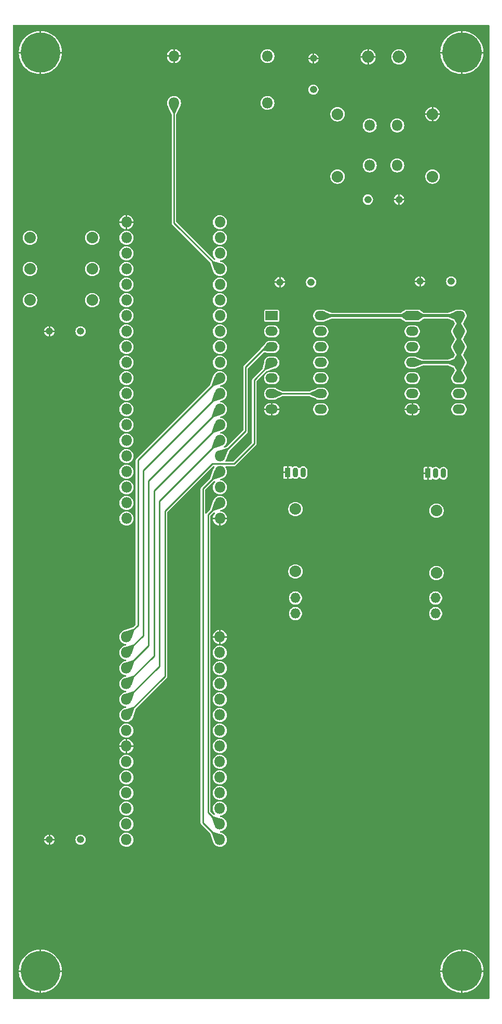
<source format=gbr>
%TF.GenerationSoftware,KiCad,Pcbnew,9.0.1*%
%TF.CreationDate,2025-04-16T15:20:24-04:00*%
%TF.ProjectId,KiCad 9 6502 ROR Test Board V2.0T,4b694361-6420-4392-9036-35303220524f,rev?*%
%TF.SameCoordinates,Original*%
%TF.FileFunction,Copper,L2,Bot*%
%TF.FilePolarity,Positive*%
%FSLAX46Y46*%
G04 Gerber Fmt 4.6, Leading zero omitted, Abs format (unit mm)*
G04 Created by KiCad (PCBNEW 9.0.1) date 2025-04-16 15:20:24*
%MOMM*%
%LPD*%
G01*
G04 APERTURE LIST*
%TA.AperFunction,ComponentPad*%
%ADD10O,1.879600X1.879600*%
%TD*%
%TA.AperFunction,ComponentPad*%
%ADD11R,0.900000X1.600000*%
%TD*%
%TA.AperFunction,ComponentPad*%
%ADD12O,0.900000X1.600000*%
%TD*%
%TA.AperFunction,ComponentPad*%
%ADD13O,1.200000X1.200000*%
%TD*%
%TA.AperFunction,ComponentPad*%
%ADD14O,1.651000X1.651000*%
%TD*%
%TA.AperFunction,ComponentPad*%
%ADD15O,2.000000X2.000000*%
%TD*%
%TA.AperFunction,ComponentPad*%
%ADD16C,0.762000*%
%TD*%
%TA.AperFunction,ComponentPad*%
%ADD17O,6.500000X6.500000*%
%TD*%
%TA.AperFunction,ComponentPad*%
%ADD18O,1.800000X1.800000*%
%TD*%
%TA.AperFunction,ComponentPad*%
%ADD19R,2.000000X1.500000*%
%TD*%
%TA.AperFunction,ComponentPad*%
%ADD20O,2.000000X1.500000*%
%TD*%
%TA.AperFunction,Conductor*%
%ADD21C,0.500000*%
%TD*%
%TA.AperFunction,Conductor*%
%ADD22C,0.254000*%
%TD*%
G04 APERTURE END LIST*
D10*
%TO.P,R7,1,1*%
%TO.N,Net-(LED2-Pad2)*%
X156609000Y-116312000D03*
%TO.P,R7,2,2*%
%TO.N,Net-(Q2-D)*%
X156609000Y-106152000D03*
%TD*%
D11*
%TO.P,Q2,1,S*%
%TO.N,GND*%
X155339000Y-100183000D03*
D12*
%TO.P,Q2,2,G*%
%TO.N,Q_INV*%
X156609000Y-100183000D03*
%TO.P,Q2,3,D*%
%TO.N,Net-(Q2-D)*%
X157879000Y-100183000D03*
%TD*%
D13*
%TO.P,C1,1,1*%
%TO.N,+5V*%
X121557000Y-77196000D03*
%TO.P,C1,2,2*%
%TO.N,GND*%
X116477000Y-77196000D03*
%TD*%
D14*
%TO.P,LED1,1,1*%
%TO.N,+5V*%
X179469000Y-123170000D03*
%TO.P,LED1,2,2*%
%TO.N,Net-(LED1-Pad2)*%
X179469000Y-120630000D03*
%TD*%
D13*
%TO.P,C3,1,1*%
%TO.N,GND*%
X154069000Y-69195000D03*
%TO.P,C3,2,2*%
%TO.N,+5V*%
X159149000Y-69195000D03*
%TD*%
D15*
%TO.P,P1,1,1*%
%TO.N,+5V*%
X173464400Y-32484000D03*
%TO.P,P1,2,2*%
%TO.N,GND*%
X168455600Y-32484000D03*
%TD*%
D10*
%TO.P,R4,1,1*%
%TO.N,+5V*%
X163467000Y-41826500D03*
%TO.P,R4,2,2*%
%TO.N,R4_2*%
X163467000Y-51986500D03*
%TD*%
%TO.P,R2,1,1*%
%TO.N,+5V*%
X113302000Y-67036000D03*
%TO.P,R2,2,2*%
%TO.N,Net-(U1-&#126;IRQ)*%
X123462000Y-67036000D03*
%TD*%
D16*
%TO.P,U8,*%
%TO.N,*%
X181314900Y-181416100D03*
X182025000Y-179701300D03*
X182025000Y-183130800D03*
X183739800Y-178991100D03*
X183739800Y-183841000D03*
X185454600Y-179701300D03*
X185454600Y-183130800D03*
X186164700Y-181416100D03*
D17*
%TO.P,U8,1,1*%
%TO.N,GND*%
X183739800Y-181416100D03*
%TD*%
D18*
%TO.P,U1,1,V-(ss)*%
%TO.N,GND*%
X129050000Y-59416000D03*
%TO.P,U1,2,RDY*%
%TO.N,Net-(U1-RDY)*%
X129050000Y-61956000D03*
%TO.P,U1,3,\u03A61O*%
%TO.N,unconnected-(U1-\u03A61O-Pad3)*%
X129050000Y-64496000D03*
%TO.P,U1,4,&#126;IRQ*%
%TO.N,Net-(U1-&#126;IRQ)*%
X129050000Y-67036000D03*
%TO.P,U1,5,NC*%
%TO.N,unconnected-(U1-NC-Pad5)*%
X129050000Y-69576000D03*
%TO.P,U1,6,&#126;NMI*%
%TO.N,Net-(U1-&#126;NMI)*%
X129050000Y-72116000D03*
%TO.P,U1,7,SYNC*%
%TO.N,unconnected-(U1-SYNC-Pad7)*%
X129050000Y-74656000D03*
%TO.P,U1,8,V+(cc)*%
%TO.N,+5V*%
X129050000Y-77196000D03*
%TO.P,U1,9,A0*%
%TO.N,/A0*%
X129050000Y-79736000D03*
%TO.P,U1,10,A1*%
%TO.N,/A1*%
X129050000Y-82276000D03*
%TO.P,U1,11,A2*%
%TO.N,/A2*%
X129050000Y-84816000D03*
%TO.P,U1,12,A3*%
%TO.N,/A3*%
X129050000Y-87356000D03*
%TO.P,U1,13,A4*%
%TO.N,/A4*%
X129050000Y-89896000D03*
%TO.P,U1,14,A5*%
%TO.N,/A5*%
X129050000Y-92436000D03*
%TO.P,U1,15,A6*%
%TO.N,/A6*%
X129050000Y-94976000D03*
%TO.P,U1,16,A7*%
%TO.N,/A7*%
X129050000Y-97516000D03*
%TO.P,U1,17,A8*%
%TO.N,/A8*%
X129050000Y-100056000D03*
%TO.P,U1,18,A9*%
%TO.N,/A9*%
X129050000Y-102596000D03*
%TO.P,U1,19,A10*%
%TO.N,/A10*%
X129050000Y-105136000D03*
%TO.P,U1,20,A11*%
%TO.N,/A11*%
X129050000Y-107676000D03*
%TO.P,U1,21,V-(ss)*%
%TO.N,GND*%
X144290000Y-107676000D03*
%TO.P,U1,22,A12*%
%TO.N,/A12*%
X144290000Y-105136000D03*
%TO.P,U1,23,A13*%
%TO.N,/A13*%
X144290000Y-102596000D03*
%TO.P,U1,24,A14*%
%TO.N,/A14*%
X144290000Y-100056000D03*
%TO.P,U1,25,A15*%
%TO.N,/A15*%
X144290000Y-97516000D03*
%TO.P,U1,26,D7*%
%TO.N,/D7*%
X144290000Y-94976000D03*
%TO.P,U1,27,D6*%
%TO.N,/D6*%
X144290000Y-92436000D03*
%TO.P,U1,28,D5*%
%TO.N,/D5*%
X144290000Y-89896000D03*
%TO.P,U1,29,D4*%
%TO.N,/D4*%
X144290000Y-87356000D03*
%TO.P,U1,30,D3*%
%TO.N,/D3*%
X144290000Y-84816000D03*
%TO.P,U1,31,D2*%
%TO.N,/D2*%
X144290000Y-82276000D03*
%TO.P,U1,32,D1*%
%TO.N,/D1*%
X144290000Y-79736000D03*
%TO.P,U1,33,D0*%
%TO.N,/D0*%
X144290000Y-77196000D03*
%TO.P,U1,34,R/&#126;W*%
%TO.N,Net-(U1-R{slash}&#126;W)*%
X144290000Y-74656000D03*
%TO.P,U1,35,NC*%
%TO.N,unconnected-(U1-NC-Pad35)*%
X144290000Y-72116000D03*
%TO.P,U1,36,NC*%
%TO.N,unconnected-(U1-NC-Pad36)*%
X144290000Y-69576000D03*
%TO.P,U1,37,\u03A60I*%
%TO.N,Net-(OSC1-OUTPUT)*%
X144290000Y-67036000D03*
%TO.P,U1,38,SO*%
%TO.N,Net-(U1-RDY)*%
X144290000Y-64496000D03*
%TO.P,U1,39,\u03A62O*%
%TO.N,unconnected-(U1-\u03A62O-Pad39)*%
X144290000Y-61956000D03*
%TO.P,U1,40,&#126;RES*%
%TO.N,Net-(U1-&#126;RES)*%
X144290000Y-59416000D03*
%TD*%
D13*
%TO.P,C2,1,1*%
%TO.N,GND*%
X116477000Y-160000000D03*
%TO.P,C2,2,2*%
%TO.N,+5V*%
X121557000Y-160000000D03*
%TD*%
D16*
%TO.P,U7,*%
%TO.N,*%
X112575100Y-181416100D03*
X113285200Y-179701300D03*
X113285200Y-183130800D03*
X115000000Y-178991100D03*
X115000000Y-183841000D03*
X116714800Y-179701300D03*
X116714800Y-183130800D03*
X117424900Y-181416100D03*
D17*
%TO.P,U7,1,1*%
%TO.N,GND*%
X115000000Y-181416100D03*
%TD*%
D18*
%TO.P,U2,1,A14*%
%TO.N,/A14*%
X144271900Y-160000000D03*
%TO.P,U2,2,A12*%
%TO.N,/A12*%
X144271900Y-157460000D03*
%TO.P,U2,3,A7*%
%TO.N,/A7*%
X144271900Y-154920000D03*
%TO.P,U2,4,A6*%
%TO.N,/A6*%
X144271900Y-152380000D03*
%TO.P,U2,5,A5*%
%TO.N,/A5*%
X144271900Y-149840000D03*
%TO.P,U2,6,A4*%
%TO.N,/A4*%
X144271900Y-147300000D03*
%TO.P,U2,7,A3*%
%TO.N,/A3*%
X144271900Y-144760000D03*
%TO.P,U2,8,A2*%
%TO.N,/A2*%
X144271900Y-142220000D03*
%TO.P,U2,9,A1*%
%TO.N,/A1*%
X144271900Y-139680000D03*
%TO.P,U2,10,A0*%
%TO.N,/A0*%
X144271900Y-137140000D03*
%TO.P,U2,11,I/O0*%
%TO.N,/D0*%
X144271900Y-134600000D03*
%TO.P,U2,12,I/O1*%
%TO.N,/D1*%
X144271900Y-132060000D03*
%TO.P,U2,13,I/O2*%
%TO.N,/D2*%
X144271900Y-129520000D03*
%TO.P,U2,14,GND*%
%TO.N,GND*%
X144271900Y-126980000D03*
%TO.P,U2,15,I/O3*%
%TO.N,/D3*%
X129031900Y-126980000D03*
%TO.P,U2,16,I/O4*%
%TO.N,/D4*%
X129031900Y-129520000D03*
%TO.P,U2,17,I/O5*%
%TO.N,/D5*%
X129031900Y-132060000D03*
%TO.P,U2,18,I/O6*%
%TO.N,/D6*%
X129031900Y-134600000D03*
%TO.P,U2,19,I/O7*%
%TO.N,/D7*%
X129031900Y-137140000D03*
%TO.P,U2,20,CE#*%
%TO.N,Net-(U2-CE#)*%
X129031900Y-139680000D03*
%TO.P,U2,21,A10*%
%TO.N,/A10*%
X129031900Y-142220000D03*
%TO.P,U2,22,OE#*%
%TO.N,GND*%
X129031900Y-144760000D03*
%TO.P,U2,23,A11*%
%TO.N,/A11*%
X129031900Y-147300000D03*
%TO.P,U2,24,A9*%
%TO.N,/A9*%
X129031900Y-149840000D03*
%TO.P,U2,25,A8*%
%TO.N,/A8*%
X129031900Y-152380000D03*
%TO.P,U2,26,A13*%
%TO.N,/A13*%
X129031900Y-154920000D03*
%TO.P,U2,27,WE#*%
%TO.N,+5V*%
X129031900Y-157460000D03*
%TO.P,U2,28,Vcc*%
X129031900Y-160000000D03*
%TD*%
D10*
%TO.P,R1,1,1*%
%TO.N,+5V*%
X113302000Y-61956000D03*
%TO.P,R1,2,2*%
%TO.N,Net-(U1-RDY)*%
X123462000Y-61956000D03*
%TD*%
D18*
%TO.P,RESET,1*%
%TO.N,R4_2*%
X168709600Y-43655300D03*
%TO.P,RESET,2*%
X168709600Y-50157700D03*
%TO.P,RESET,3*%
%TO.N,R5_2*%
X173210400Y-50157700D03*
%TO.P,RESET,4*%
X173210400Y-43655300D03*
%TD*%
D16*
%TO.P,U5,*%
%TO.N,*%
X112575100Y-31777200D03*
X113285200Y-30062400D03*
X113285200Y-33492000D03*
X115000000Y-29352300D03*
X115000000Y-34202100D03*
X116714800Y-30062400D03*
X116714800Y-33492000D03*
X117424900Y-31777200D03*
D17*
%TO.P,U5,1,1*%
%TO.N,GND*%
X115000000Y-31777200D03*
%TD*%
D19*
%TO.P,U4,1,1CLR#*%
%TO.N,+5V*%
X175659300Y-74656000D03*
D20*
%TO.P,U4,2,1D*%
%TO.N,/D7*%
X175659000Y-77196000D03*
%TO.P,U4,3,1CLK*%
%TO.N,RW_INV*%
X175659000Y-79736000D03*
%TO.P,U4,4,1PRE#*%
%TO.N,+5V*%
X175659000Y-82276000D03*
%TO.P,U4,5,1Q*%
%TO.N,Q*%
X175659000Y-84816000D03*
%TO.P,U4,6,1Q#*%
%TO.N,Q_INV*%
X175659000Y-87356000D03*
%TO.P,U4,7,GND*%
%TO.N,GND*%
X175659000Y-89896000D03*
%TO.P,U4,8,2Q#*%
%TO.N,unconnected-(U4-2Q#-Pad8)*%
X183279000Y-89896000D03*
%TO.P,U4,9,2Q*%
%TO.N,unconnected-(U4-2Q-Pad9)*%
X183279000Y-87356000D03*
%TO.P,U4,10,2PRE#*%
%TO.N,+5V*%
X183279000Y-84816000D03*
%TO.P,U4,11,2CLK*%
X183279000Y-82276000D03*
%TO.P,U4,12,2D*%
X183279000Y-79736000D03*
%TO.P,U4,13,2CLR#*%
X183279000Y-77196000D03*
%TO.P,U4,14,VCC*%
X183279000Y-74656000D03*
%TD*%
D13*
%TO.P,C5,1,1*%
%TO.N,GND*%
X173500000Y-55733000D03*
%TO.P,C5,2,2*%
%TO.N,R4_2*%
X168420000Y-55733000D03*
%TD*%
D16*
%TO.P,U6,*%
%TO.N,*%
X181314900Y-31777200D03*
X182025000Y-30062400D03*
X182025000Y-33492000D03*
X183739800Y-29352300D03*
X183739800Y-34202100D03*
X185454600Y-30062400D03*
X185454600Y-33492000D03*
X186164700Y-31777200D03*
D17*
%TO.P,U6,1,1*%
%TO.N,GND*%
X183739800Y-31777200D03*
%TD*%
D14*
%TO.P,LED2,1,1*%
%TO.N,+5V*%
X156609000Y-123170000D03*
%TO.P,LED2,2,2*%
%TO.N,Net-(LED2-Pad2)*%
X156609000Y-120630000D03*
%TD*%
D10*
%TO.P,R3,1,1*%
%TO.N,+5V*%
X113302000Y-72116000D03*
%TO.P,R3,2,2*%
%TO.N,Net-(U1-&#126;NMI)*%
X123462000Y-72116000D03*
%TD*%
D13*
%TO.P,C4,1,1*%
%TO.N,GND*%
X176929000Y-69068000D03*
%TO.P,C4,2,2*%
%TO.N,+5V*%
X182009000Y-69068000D03*
%TD*%
D10*
%TO.P,R6,1,1*%
%TO.N,Net-(Q1-D)*%
X179596000Y-106406000D03*
%TO.P,R6,2,2*%
%TO.N,Net-(LED1-Pad2)*%
X179596000Y-116566000D03*
%TD*%
D13*
%TO.P,C6,1,1*%
%TO.N,GND*%
X159530000Y-32746000D03*
%TO.P,C6,2,2*%
%TO.N,+5V*%
X159530000Y-37826000D03*
%TD*%
D19*
%TO.P,U3,1,1A*%
%TO.N,Net-(U1-R{slash}&#126;W)*%
X152736000Y-74656000D03*
D20*
%TO.P,U3,2,1Y*%
%TO.N,Net-(U3-1Y)*%
X152736000Y-77196000D03*
%TO.P,U3,3,2A*%
%TO.N,/A15*%
X152736000Y-79736000D03*
%TO.P,U3,4,2Y*%
%TO.N,Net-(U2-CE#)*%
X152736000Y-82276000D03*
%TO.P,U3,5,3A*%
%TO.N,Net-(U3-1Y)*%
X152736000Y-84816000D03*
%TO.P,U3,6,3Y*%
%TO.N,Net-(U3-3Y)*%
X152736000Y-87356000D03*
%TO.P,U3,7,GND*%
%TO.N,GND*%
X152736000Y-89896000D03*
%TO.P,U3,8,4Y*%
%TO.N,RW_INV*%
X160736000Y-89896000D03*
%TO.P,U3,9,4A*%
%TO.N,Net-(U3-3Y)*%
X160736000Y-87356000D03*
%TO.P,U3,10,5Y*%
%TO.N,Net-(U1-&#126;RES)*%
X160736000Y-84816000D03*
%TO.P,U3,11,5A*%
%TO.N,Net-(U3-5A)*%
X160736000Y-82276000D03*
%TO.P,U3,12,6Y*%
X160736000Y-79736000D03*
%TO.P,U3,13,6A*%
%TO.N,R4_2*%
X160736000Y-77196000D03*
%TO.P,U3,14,VCC*%
%TO.N,+5V*%
X160736000Y-74656000D03*
%TD*%
D18*
%TO.P,OSC1,1,NC*%
%TO.N,unconnected-(OSC1-NC-Pad1)*%
X152037000Y-32365000D03*
%TO.P,OSC1,7,GND*%
%TO.N,GND*%
X136797000Y-32365000D03*
%TO.P,OSC1,8,OUTPUT*%
%TO.N,Net-(OSC1-OUTPUT)*%
X136797000Y-39985000D03*
%TO.P,OSC1,14,VCC*%
%TO.N,+5V*%
X152037000Y-39985000D03*
%TD*%
D10*
%TO.P,R5,1,1*%
%TO.N,GND*%
X178961000Y-41826500D03*
%TO.P,R5,2,2*%
%TO.N,Net-(R5-Pad2)*%
X178961000Y-51986500D03*
%TD*%
D11*
%TO.P,Q1,1,S*%
%TO.N,GND*%
X178199000Y-100310000D03*
D12*
%TO.P,Q1,2,G*%
%TO.N,Q*%
X179469000Y-100310000D03*
%TO.P,Q1,3,D*%
%TO.N,Net-(Q1-D)*%
X180739000Y-100310000D03*
%TD*%
D21*
%TO.N,+5V*%
X183406000Y-82276000D02*
X175659000Y-82276000D01*
X175659000Y-74656000D02*
X183406000Y-74656000D01*
X183279000Y-82149000D02*
X183279000Y-79736000D01*
X183279000Y-74656000D02*
X183279000Y-77069000D01*
X183406000Y-82276000D02*
X183279000Y-82149000D01*
X160736500Y-74656000D02*
X175659000Y-74656000D01*
X183279000Y-84689000D02*
X183279000Y-82276000D01*
X183406000Y-84816000D02*
X183279000Y-84689000D01*
X183279000Y-77069000D02*
X183406000Y-77196000D01*
X183279000Y-77196000D02*
X183279000Y-79609000D01*
X183279000Y-79609000D02*
X183406000Y-79736000D01*
D22*
%TO.N,Net-(OSC1-OUTPUT)*%
X136797000Y-59543000D02*
X144290000Y-67036000D01*
X136797000Y-39985000D02*
X136797000Y-59543000D01*
%TO.N,/A14*%
X144290000Y-100056000D02*
X141496000Y-102850000D01*
X141496000Y-157224100D02*
X144271900Y-160000000D01*
X141496000Y-102850000D02*
X141496000Y-149097100D01*
X141496000Y-149097100D02*
X141496000Y-157224100D01*
%TO.N,/A12*%
X142385000Y-147446100D02*
X142385000Y-155573100D01*
X142385000Y-107041000D02*
X142385000Y-147446100D01*
X144290000Y-105136000D02*
X142385000Y-107041000D01*
X142385000Y-155573100D02*
X144271900Y-157460000D01*
%TO.N,/D6*%
X133562000Y-130070000D02*
X129031900Y-134600000D01*
X133562000Y-103164000D02*
X133562000Y-121943000D01*
X133562000Y-121943000D02*
X133562000Y-130070000D01*
X144290000Y-92436000D02*
X133562000Y-103164000D01*
%TO.N,/A15*%
X148481000Y-93452000D02*
X148481000Y-83038000D01*
X151783000Y-79736000D02*
X152735500Y-79736000D01*
X148481000Y-83038000D02*
X151783000Y-79736000D01*
X144417000Y-97516000D02*
X148481000Y-93452000D01*
%TO.N,/D7*%
X134443900Y-131728000D02*
X129031900Y-137140000D01*
X134443900Y-123601000D02*
X134443900Y-131728000D01*
X144290000Y-94976000D02*
X134443900Y-104822100D01*
X134443900Y-104822100D02*
X134443900Y-123601000D01*
%TO.N,/D4*%
X144290000Y-87356000D02*
X131798300Y-99847700D01*
X131798300Y-99847700D02*
X131798300Y-118626700D01*
X131798300Y-126753700D02*
X129031900Y-129520000D01*
X131798300Y-118626700D02*
X131798300Y-126753700D01*
%TO.N,/D5*%
X132679700Y-128412300D02*
X129031900Y-132060000D01*
X132679700Y-120284600D02*
X132679700Y-128412300D01*
X132679700Y-101506300D02*
X132679700Y-120284600D01*
X144290000Y-89896000D02*
X132679700Y-101506300D01*
%TO.N,/D3*%
X130916900Y-98189100D02*
X130916900Y-116968100D01*
X130916900Y-125095000D02*
X130916900Y-116968100D01*
X129031900Y-126980000D02*
X130916900Y-125095000D01*
X144290000Y-84816000D02*
X130916900Y-98189100D01*
%TO.N,Net-(U2-CE#)*%
X149878000Y-85133500D02*
X149878000Y-85324000D01*
X149878000Y-94422300D02*
X149878000Y-85324000D01*
X143020000Y-98786000D02*
X135326300Y-106479700D01*
X135326300Y-128577700D02*
X135326300Y-133385600D01*
X146576000Y-98786000D02*
X143020000Y-98786000D01*
X135326300Y-106479700D02*
X135326300Y-128577700D01*
X135326300Y-133385600D02*
X129031900Y-139680000D01*
X149878000Y-95484000D02*
X146576000Y-98786000D01*
X149878000Y-94422300D02*
X149878000Y-95484000D01*
X152735500Y-82276000D02*
X149878000Y-85133500D01*
%TO.N,Net-(U3-3Y)*%
X152735500Y-87356000D02*
X160736500Y-87356000D01*
%TD*%
%TA.AperFunction,Conductor*%
%TO.N,/D4*%
G36*
X144283024Y-87353772D02*
G01*
X144290473Y-87358739D01*
X144292228Y-87362976D01*
X144463604Y-88228722D01*
X144461849Y-88237503D01*
X144455966Y-88242046D01*
X143126165Y-88703959D01*
X143117226Y-88703437D01*
X143114053Y-88701180D01*
X142944819Y-88531946D01*
X142941392Y-88523673D01*
X142942040Y-88519834D01*
X143043159Y-88228722D01*
X143403953Y-87190032D01*
X143409905Y-87183342D01*
X143417275Y-87182395D01*
X144283024Y-87353772D01*
G37*
%TD.AperFunction*%
%TD*%
%TA.AperFunction,Conductor*%
%TO.N,Net-(OSC1-OUTPUT)*%
G36*
X136803505Y-39988355D02*
G01*
X137536865Y-40479350D01*
X137541833Y-40486800D01*
X137540886Y-40494172D01*
X136927197Y-41761107D01*
X136920506Y-41767059D01*
X136916667Y-41767707D01*
X136677333Y-41767707D01*
X136669060Y-41764280D01*
X136666803Y-41761107D01*
X136053112Y-40494170D01*
X136052591Y-40485233D01*
X136057132Y-40479351D01*
X136790492Y-39988356D01*
X136799272Y-39986602D01*
X136803505Y-39988355D01*
G37*
%TD.AperFunction*%
%TD*%
%TA.AperFunction,Conductor*%
%TO.N,+5V*%
G36*
X182882141Y-73924251D02*
G01*
X182887477Y-73929289D01*
X183276996Y-74650440D01*
X183277913Y-74659347D01*
X183276996Y-74661560D01*
X182887477Y-75382710D01*
X182880530Y-75388361D01*
X182873195Y-75388149D01*
X181551123Y-74908796D01*
X181544513Y-74902755D01*
X181543411Y-74897797D01*
X181543411Y-74414202D01*
X181546838Y-74405929D01*
X181551120Y-74403204D01*
X182873196Y-73923850D01*
X182882141Y-73924251D01*
G37*
%TD.AperFunction*%
%TD*%
%TA.AperFunction,Conductor*%
%TO.N,/A12*%
G36*
X143108065Y-156112040D02*
G01*
X143603273Y-156284053D01*
X144437866Y-156573953D01*
X144444557Y-156579905D01*
X144445504Y-156587277D01*
X144274128Y-157453023D01*
X144269160Y-157460473D01*
X144264923Y-157462228D01*
X143399177Y-157633604D01*
X143390396Y-157631849D01*
X143385853Y-157625966D01*
X143328449Y-157460707D01*
X143025059Y-156587277D01*
X142923940Y-156296165D01*
X142924462Y-156287226D01*
X142926716Y-156284056D01*
X143095954Y-156114818D01*
X143104226Y-156111392D01*
X143108065Y-156112040D01*
G37*
%TD.AperFunction*%
%TD*%
%TA.AperFunction,Conductor*%
%TO.N,+5V*%
G36*
X161141802Y-73923849D02*
G01*
X162463878Y-74403204D01*
X162470487Y-74409244D01*
X162471589Y-74414202D01*
X162471589Y-74897797D01*
X162468162Y-74906070D01*
X162463877Y-74908796D01*
X161141804Y-75388149D01*
X161132858Y-75387748D01*
X161127522Y-75382710D01*
X160738003Y-74661560D01*
X160737086Y-74652653D01*
X160738003Y-74650440D01*
X161127523Y-73929288D01*
X161134469Y-73923638D01*
X161141802Y-73923849D01*
G37*
%TD.AperFunction*%
%TD*%
%TA.AperFunction,Conductor*%
%TO.N,/D7*%
G36*
X130204673Y-135792562D02*
G01*
X130207846Y-135794819D01*
X130377080Y-135964053D01*
X130380507Y-135972326D01*
X130379859Y-135976165D01*
X129917946Y-137305966D01*
X129911994Y-137312657D01*
X129904622Y-137313604D01*
X129236011Y-137181251D01*
X129038875Y-137142227D01*
X129031426Y-137137260D01*
X129029672Y-137133027D01*
X128858295Y-136267276D01*
X128860050Y-136258496D01*
X128865931Y-136253953D01*
X130195734Y-135792040D01*
X130204673Y-135792562D01*
G37*
%TD.AperFunction*%
%TD*%
%TA.AperFunction,Conductor*%
%TO.N,/D6*%
G36*
X144283024Y-92433772D02*
G01*
X144290473Y-92438739D01*
X144292228Y-92442976D01*
X144463604Y-93308722D01*
X144461849Y-93317503D01*
X144455966Y-93322046D01*
X143126165Y-93783959D01*
X143117226Y-93783437D01*
X143114053Y-93781180D01*
X142944819Y-93611946D01*
X142941392Y-93603673D01*
X142942040Y-93599834D01*
X143043159Y-93308722D01*
X143403953Y-92270032D01*
X143409905Y-92263342D01*
X143417275Y-92262395D01*
X144283024Y-92433772D01*
G37*
%TD.AperFunction*%
%TD*%
%TA.AperFunction,Conductor*%
%TO.N,+5V*%
G36*
X174665921Y-73910961D02*
G01*
X175647803Y-74646637D01*
X175652369Y-74654340D01*
X175650150Y-74663016D01*
X175647803Y-74665363D01*
X174665921Y-75401038D01*
X174657245Y-75403257D01*
X174652415Y-75401410D01*
X173914510Y-74909473D01*
X173909527Y-74902033D01*
X173909300Y-74899738D01*
X173909300Y-74412261D01*
X173912727Y-74403988D01*
X173914505Y-74402529D01*
X174652417Y-73910588D01*
X174661200Y-73908851D01*
X174665921Y-73910961D01*
G37*
%TD.AperFunction*%
%TD*%
%TA.AperFunction,Conductor*%
%TO.N,+5V*%
G36*
X176666182Y-73910588D02*
G01*
X177404090Y-74402527D01*
X177409073Y-74409966D01*
X177409300Y-74412261D01*
X177409300Y-74899738D01*
X177405873Y-74908011D01*
X177404090Y-74909473D01*
X176666184Y-75401410D01*
X176657399Y-75403148D01*
X176652678Y-75401038D01*
X175670796Y-74665363D01*
X175666230Y-74657660D01*
X175668449Y-74648984D01*
X175670796Y-74646637D01*
X175986673Y-74409966D01*
X176652679Y-73910960D01*
X176661354Y-73908742D01*
X176666182Y-73910588D01*
G37*
%TD.AperFunction*%
%TD*%
%TA.AperFunction,Conductor*%
%TO.N,+5V*%
G36*
X183285845Y-82279940D02*
G01*
X184020796Y-82810359D01*
X184025499Y-82817979D01*
X184024325Y-82825252D01*
X183532279Y-83769706D01*
X183525418Y-83775460D01*
X183521903Y-83776000D01*
X183036097Y-83776000D01*
X183027824Y-83772573D01*
X183025721Y-83769706D01*
X182533674Y-82825252D01*
X182532890Y-82816331D01*
X182537201Y-82810360D01*
X183272154Y-82279940D01*
X183280867Y-82277878D01*
X183285845Y-82279940D01*
G37*
%TD.AperFunction*%
%TD*%
%TA.AperFunction,Conductor*%
%TO.N,Net-(U3-3Y)*%
G36*
X153409826Y-86735719D02*
G01*
X154464820Y-87225855D01*
X154470878Y-87232448D01*
X154471589Y-87236465D01*
X154471589Y-87475534D01*
X154468162Y-87483807D01*
X154464819Y-87486145D01*
X153409830Y-87976279D01*
X153400883Y-87976657D01*
X153396915Y-87974219D01*
X152744154Y-87364550D01*
X152740448Y-87356399D01*
X152743590Y-87348014D01*
X152744155Y-87347449D01*
X153396916Y-86737778D01*
X153405299Y-86734638D01*
X153409826Y-86735719D01*
G37*
%TD.AperFunction*%
%TD*%
%TA.AperFunction,Conductor*%
%TO.N,+5V*%
G36*
X176064802Y-81543849D02*
G01*
X177386878Y-82023204D01*
X177393487Y-82029244D01*
X177394589Y-82034202D01*
X177394589Y-82517797D01*
X177391162Y-82526070D01*
X177386877Y-82528796D01*
X176064804Y-83008149D01*
X176055858Y-83007748D01*
X176050522Y-83002710D01*
X175661003Y-82281560D01*
X175660086Y-82272653D01*
X175661003Y-82270440D01*
X176050523Y-81549288D01*
X176057469Y-81543638D01*
X176064802Y-81543849D01*
G37*
%TD.AperFunction*%
%TD*%
%TA.AperFunction,Conductor*%
%TO.N,/A15*%
G36*
X145526533Y-96232046D02*
G01*
X145529133Y-96234006D01*
X145698338Y-96403211D01*
X145701765Y-96411484D01*
X145700875Y-96415960D01*
X145176377Y-97682716D01*
X145170046Y-97689049D01*
X145163295Y-97689717D01*
X144410238Y-97540648D01*
X144296975Y-97518227D01*
X144289526Y-97513260D01*
X144287772Y-97509027D01*
X144116508Y-96643846D01*
X144118263Y-96635066D01*
X144124760Y-96630328D01*
X145517638Y-96231032D01*
X145526533Y-96232046D01*
G37*
%TD.AperFunction*%
%TD*%
%TA.AperFunction,Conductor*%
%TO.N,/A14*%
G36*
X144283024Y-100053772D02*
G01*
X144290473Y-100058739D01*
X144292228Y-100062976D01*
X144463604Y-100928722D01*
X144461849Y-100937503D01*
X144455966Y-100942046D01*
X143126165Y-101403959D01*
X143117226Y-101403437D01*
X143114053Y-101401180D01*
X142944819Y-101231946D01*
X142941392Y-101223673D01*
X142942040Y-101219834D01*
X143043159Y-100928722D01*
X143403953Y-99890032D01*
X143409905Y-99883342D01*
X143417275Y-99882395D01*
X144283024Y-100053772D01*
G37*
%TD.AperFunction*%
%TD*%
%TA.AperFunction,Conductor*%
%TO.N,/D3*%
G36*
X144283024Y-84813772D02*
G01*
X144290473Y-84818739D01*
X144292228Y-84822976D01*
X144463604Y-85688722D01*
X144461849Y-85697503D01*
X144455966Y-85702046D01*
X143126165Y-86163959D01*
X143117226Y-86163437D01*
X143114053Y-86161180D01*
X142944819Y-85991946D01*
X142941392Y-85983673D01*
X142942040Y-85979834D01*
X143043159Y-85688722D01*
X143403953Y-84650032D01*
X143409905Y-84643342D01*
X143417275Y-84642395D01*
X144283024Y-84813772D01*
G37*
%TD.AperFunction*%
%TD*%
%TA.AperFunction,Conductor*%
%TO.N,+5V*%
G36*
X183285845Y-77199940D02*
G01*
X184020796Y-77730359D01*
X184025499Y-77737979D01*
X184024325Y-77745252D01*
X183532279Y-78689706D01*
X183525418Y-78695460D01*
X183521903Y-78696000D01*
X183036097Y-78696000D01*
X183027824Y-78692573D01*
X183025721Y-78689706D01*
X182533674Y-77745252D01*
X182532890Y-77736331D01*
X182537201Y-77730360D01*
X183272154Y-77199940D01*
X183280867Y-77197878D01*
X183285845Y-77199940D01*
G37*
%TD.AperFunction*%
%TD*%
%TA.AperFunction,Conductor*%
%TO.N,+5V*%
G36*
X183285845Y-74659940D02*
G01*
X184020796Y-75190359D01*
X184025499Y-75197979D01*
X184024325Y-75205252D01*
X183532279Y-76149706D01*
X183525418Y-76155460D01*
X183521903Y-76156000D01*
X183036097Y-76156000D01*
X183027824Y-76152573D01*
X183025721Y-76149706D01*
X182533674Y-75205252D01*
X182532890Y-75196331D01*
X182537201Y-75190360D01*
X183272154Y-74659940D01*
X183280867Y-74657878D01*
X183285845Y-74659940D01*
G37*
%TD.AperFunction*%
%TD*%
%TA.AperFunction,Conductor*%
%TO.N,/A12*%
G36*
X144283024Y-105133772D02*
G01*
X144290473Y-105138739D01*
X144292228Y-105142976D01*
X144463604Y-106008722D01*
X144461849Y-106017503D01*
X144455966Y-106022046D01*
X143126165Y-106483959D01*
X143117226Y-106483437D01*
X143114053Y-106481180D01*
X142944819Y-106311946D01*
X142941392Y-106303673D01*
X142942040Y-106299834D01*
X143043159Y-106008722D01*
X143403953Y-104970032D01*
X143409905Y-104963342D01*
X143417275Y-104962395D01*
X144283024Y-105133772D01*
G37*
%TD.AperFunction*%
%TD*%
%TA.AperFunction,Conductor*%
%TO.N,/D6*%
G36*
X130204688Y-133252575D02*
G01*
X130207860Y-133254832D01*
X130377093Y-133424068D01*
X130380520Y-133432341D01*
X130379872Y-133436180D01*
X129917946Y-134765966D01*
X129911994Y-134772657D01*
X129904622Y-134773604D01*
X129236011Y-134641251D01*
X129038875Y-134602227D01*
X129031426Y-134597260D01*
X129029672Y-134593027D01*
X128858295Y-133727276D01*
X128860050Y-133718496D01*
X128865931Y-133713954D01*
X130195748Y-133252053D01*
X130204688Y-133252575D01*
G37*
%TD.AperFunction*%
%TD*%
%TA.AperFunction,Conductor*%
%TO.N,/D4*%
G36*
X130204697Y-128172583D02*
G01*
X130207869Y-128174840D01*
X130377101Y-128344077D01*
X130380528Y-128352350D01*
X130379880Y-128356189D01*
X129917946Y-129685966D01*
X129911994Y-129692657D01*
X129904622Y-129693604D01*
X129236011Y-129561251D01*
X129038875Y-129522227D01*
X129031426Y-129517260D01*
X129029672Y-129513027D01*
X128858295Y-128647276D01*
X128860050Y-128638496D01*
X128865931Y-128633954D01*
X130195757Y-128172061D01*
X130204697Y-128172583D01*
G37*
%TD.AperFunction*%
%TD*%
%TA.AperFunction,Conductor*%
%TO.N,/D5*%
G36*
X144283024Y-89893772D02*
G01*
X144290473Y-89898739D01*
X144292228Y-89902976D01*
X144463604Y-90768722D01*
X144461849Y-90777503D01*
X144455966Y-90782046D01*
X143126165Y-91243959D01*
X143117226Y-91243437D01*
X143114053Y-91241180D01*
X142944819Y-91071946D01*
X142941392Y-91063673D01*
X142942040Y-91059834D01*
X143043159Y-90768722D01*
X143403953Y-89730032D01*
X143409905Y-89723342D01*
X143417275Y-89722395D01*
X144283024Y-89893772D01*
G37*
%TD.AperFunction*%
%TD*%
%TA.AperFunction,Conductor*%
%TO.N,+5V*%
G36*
X183530176Y-75699427D02*
G01*
X183532279Y-75702294D01*
X184024325Y-76646747D01*
X184025109Y-76655668D01*
X184020796Y-76661640D01*
X183285847Y-77192058D01*
X183277133Y-77194121D01*
X183272153Y-77192058D01*
X182537203Y-76661640D01*
X182532500Y-76654020D01*
X182533673Y-76646749D01*
X183025721Y-75702294D01*
X183032582Y-75696540D01*
X183036097Y-75696000D01*
X183521903Y-75696000D01*
X183530176Y-75699427D01*
G37*
%TD.AperFunction*%
%TD*%
%TA.AperFunction,Conductor*%
%TO.N,+5V*%
G36*
X183285845Y-79739940D02*
G01*
X184020796Y-80270359D01*
X184025499Y-80277979D01*
X184024325Y-80285252D01*
X183532279Y-81229706D01*
X183525418Y-81235460D01*
X183521903Y-81236000D01*
X183036097Y-81236000D01*
X183027824Y-81232573D01*
X183025721Y-81229706D01*
X182533674Y-80285252D01*
X182532890Y-80276331D01*
X182537201Y-80270360D01*
X183272154Y-79739940D01*
X183280867Y-79737878D01*
X183285845Y-79739940D01*
G37*
%TD.AperFunction*%
%TD*%
%TA.AperFunction,Conductor*%
%TO.N,+5V*%
G36*
X183530176Y-78239427D02*
G01*
X183532279Y-78242294D01*
X184024325Y-79186747D01*
X184025109Y-79195668D01*
X184020796Y-79201640D01*
X183285847Y-79732058D01*
X183277133Y-79734121D01*
X183272153Y-79732058D01*
X182537203Y-79201640D01*
X182532500Y-79194020D01*
X182533673Y-79186749D01*
X183025721Y-78242294D01*
X183032582Y-78236540D01*
X183036097Y-78236000D01*
X183521903Y-78236000D01*
X183530176Y-78239427D01*
G37*
%TD.AperFunction*%
%TD*%
%TA.AperFunction,Conductor*%
%TO.N,GND*%
G36*
X115127000Y-183100500D02*
G01*
X115124552Y-183108835D01*
X115125789Y-183117435D01*
X115115253Y-183140503D01*
X115108109Y-183164836D01*
X115101543Y-183170525D01*
X115097934Y-183178428D01*
X115076599Y-183192139D01*
X115057434Y-183208746D01*
X115047343Y-183210941D01*
X115041526Y-183214680D01*
X115008000Y-183219500D01*
X114992000Y-183219500D01*
X114927664Y-183200609D01*
X114883754Y-183149934D01*
X114873000Y-183100500D01*
X114873000Y-183015929D01*
X114874077Y-183016100D01*
X115125923Y-183016100D01*
X115127000Y-183015929D01*
X115127000Y-183100500D01*
G37*
%TD.AperFunction*%
%TA.AperFunction,Conductor*%
G36*
X113400000Y-181290177D02*
G01*
X113400000Y-181542023D01*
X113400171Y-181543100D01*
X113315600Y-181543100D01*
X113307264Y-181540652D01*
X113298665Y-181541889D01*
X113275596Y-181531353D01*
X113251264Y-181524209D01*
X113245574Y-181517643D01*
X113237672Y-181514034D01*
X113223960Y-181492699D01*
X113207354Y-181473534D01*
X113205158Y-181463443D01*
X113201420Y-181457626D01*
X113196600Y-181424100D01*
X113196600Y-181408100D01*
X113215491Y-181343764D01*
X113266166Y-181299854D01*
X113315600Y-181289100D01*
X113400171Y-181289100D01*
X113400000Y-181290177D01*
G37*
%TD.AperFunction*%
%TA.AperFunction,Conductor*%
G36*
X116692735Y-181291547D02*
G01*
X116701335Y-181290311D01*
X116724403Y-181300846D01*
X116748736Y-181307991D01*
X116754425Y-181314556D01*
X116762328Y-181318166D01*
X116776039Y-181339500D01*
X116792646Y-181358666D01*
X116794841Y-181368756D01*
X116798580Y-181374574D01*
X116803400Y-181408100D01*
X116803400Y-181424100D01*
X116784509Y-181488436D01*
X116733834Y-181532346D01*
X116684400Y-181543100D01*
X116599829Y-181543100D01*
X116600000Y-181542023D01*
X116600000Y-181290177D01*
X116599829Y-181289100D01*
X116684400Y-181289100D01*
X116692735Y-181291547D01*
G37*
%TD.AperFunction*%
%TA.AperFunction,Conductor*%
G36*
X115072336Y-179631491D02*
G01*
X115116246Y-179682166D01*
X115127000Y-179731600D01*
X115127000Y-179816270D01*
X115125923Y-179816100D01*
X114874077Y-179816100D01*
X114873000Y-179816270D01*
X114873000Y-179731600D01*
X114875447Y-179723264D01*
X114874211Y-179714665D01*
X114884746Y-179691596D01*
X114891891Y-179667264D01*
X114898456Y-179661574D01*
X114902066Y-179653672D01*
X114923400Y-179639960D01*
X114942566Y-179623354D01*
X114952656Y-179621158D01*
X114958474Y-179617420D01*
X114992000Y-179612600D01*
X115008000Y-179612600D01*
X115072336Y-179631491D01*
G37*
%TD.AperFunction*%
%TA.AperFunction,Conductor*%
G36*
X183866800Y-183100500D02*
G01*
X183864352Y-183108835D01*
X183865589Y-183117435D01*
X183855053Y-183140503D01*
X183847909Y-183164836D01*
X183841343Y-183170525D01*
X183837734Y-183178428D01*
X183816399Y-183192139D01*
X183797234Y-183208746D01*
X183787143Y-183210941D01*
X183781326Y-183214680D01*
X183747800Y-183219500D01*
X183731800Y-183219500D01*
X183667464Y-183200609D01*
X183623554Y-183149934D01*
X183612800Y-183100500D01*
X183612800Y-183015929D01*
X183613877Y-183016100D01*
X183865723Y-183016100D01*
X183866800Y-183015929D01*
X183866800Y-183100500D01*
G37*
%TD.AperFunction*%
%TA.AperFunction,Conductor*%
G36*
X182139800Y-181290177D02*
G01*
X182139800Y-181542023D01*
X182139971Y-181543100D01*
X182055400Y-181543100D01*
X182047064Y-181540652D01*
X182038465Y-181541889D01*
X182015396Y-181531353D01*
X181991064Y-181524209D01*
X181985374Y-181517643D01*
X181977472Y-181514034D01*
X181963760Y-181492699D01*
X181947154Y-181473534D01*
X181944958Y-181463443D01*
X181941220Y-181457626D01*
X181936400Y-181424100D01*
X181936400Y-181408100D01*
X181955291Y-181343764D01*
X182005966Y-181299854D01*
X182055400Y-181289100D01*
X182139971Y-181289100D01*
X182139800Y-181290177D01*
G37*
%TD.AperFunction*%
%TA.AperFunction,Conductor*%
G36*
X185432535Y-181291547D02*
G01*
X185441135Y-181290311D01*
X185464203Y-181300846D01*
X185488536Y-181307991D01*
X185494225Y-181314556D01*
X185502128Y-181318166D01*
X185515839Y-181339500D01*
X185532446Y-181358666D01*
X185534641Y-181368756D01*
X185538380Y-181374574D01*
X185543200Y-181408100D01*
X185543200Y-181424100D01*
X185524309Y-181488436D01*
X185473634Y-181532346D01*
X185424200Y-181543100D01*
X185339629Y-181543100D01*
X185339800Y-181542023D01*
X185339800Y-181290177D01*
X185339629Y-181289100D01*
X185424200Y-181289100D01*
X185432535Y-181291547D01*
G37*
%TD.AperFunction*%
%TA.AperFunction,Conductor*%
G36*
X183812136Y-179631491D02*
G01*
X183856046Y-179682166D01*
X183866800Y-179731600D01*
X183866800Y-179816270D01*
X183865723Y-179816100D01*
X183613877Y-179816100D01*
X183612800Y-179816270D01*
X183612800Y-179731600D01*
X183615247Y-179723264D01*
X183614011Y-179714665D01*
X183624546Y-179691596D01*
X183631691Y-179667264D01*
X183638256Y-179661574D01*
X183641866Y-179653672D01*
X183663200Y-179639960D01*
X183682366Y-179623354D01*
X183692456Y-179621158D01*
X183698274Y-179617420D01*
X183731800Y-179612600D01*
X183747800Y-179612600D01*
X183812136Y-179631491D01*
G37*
%TD.AperFunction*%
%TA.AperFunction,Conductor*%
G36*
X115127000Y-33461600D02*
G01*
X115124552Y-33469935D01*
X115125789Y-33478535D01*
X115115253Y-33501603D01*
X115108109Y-33525936D01*
X115101543Y-33531625D01*
X115097934Y-33539528D01*
X115076599Y-33553239D01*
X115057434Y-33569846D01*
X115047343Y-33572041D01*
X115041526Y-33575780D01*
X115008000Y-33580600D01*
X114992000Y-33580600D01*
X114927664Y-33561709D01*
X114883754Y-33511034D01*
X114873000Y-33461600D01*
X114873000Y-33377029D01*
X114874077Y-33377200D01*
X115125923Y-33377200D01*
X115127000Y-33377029D01*
X115127000Y-33461600D01*
G37*
%TD.AperFunction*%
%TA.AperFunction,Conductor*%
G36*
X113400000Y-31651277D02*
G01*
X113400000Y-31903123D01*
X113400171Y-31904200D01*
X113315600Y-31904200D01*
X113307264Y-31901752D01*
X113298665Y-31902989D01*
X113275596Y-31892453D01*
X113251264Y-31885309D01*
X113245574Y-31878743D01*
X113237672Y-31875134D01*
X113223960Y-31853799D01*
X113207354Y-31834634D01*
X113205158Y-31824543D01*
X113201420Y-31818726D01*
X113196600Y-31785200D01*
X113196600Y-31769200D01*
X113215491Y-31704864D01*
X113266166Y-31660954D01*
X113315600Y-31650200D01*
X113400171Y-31650200D01*
X113400000Y-31651277D01*
G37*
%TD.AperFunction*%
%TA.AperFunction,Conductor*%
G36*
X116692735Y-31652647D02*
G01*
X116701335Y-31651411D01*
X116724403Y-31661946D01*
X116748736Y-31669091D01*
X116754425Y-31675656D01*
X116762328Y-31679266D01*
X116776039Y-31700600D01*
X116792646Y-31719766D01*
X116794841Y-31729856D01*
X116798580Y-31735674D01*
X116803400Y-31769200D01*
X116803400Y-31785200D01*
X116784509Y-31849536D01*
X116733834Y-31893446D01*
X116684400Y-31904200D01*
X116599829Y-31904200D01*
X116600000Y-31903123D01*
X116600000Y-31651277D01*
X116599829Y-31650200D01*
X116684400Y-31650200D01*
X116692735Y-31652647D01*
G37*
%TD.AperFunction*%
%TA.AperFunction,Conductor*%
G36*
X115072336Y-29992691D02*
G01*
X115116246Y-30043366D01*
X115127000Y-30092800D01*
X115127000Y-30177370D01*
X115125923Y-30177200D01*
X114874077Y-30177200D01*
X114873000Y-30177370D01*
X114873000Y-30092800D01*
X114875447Y-30084464D01*
X114874211Y-30075865D01*
X114884746Y-30052796D01*
X114891891Y-30028464D01*
X114898456Y-30022774D01*
X114902066Y-30014872D01*
X114923400Y-30001160D01*
X114942566Y-29984554D01*
X114952656Y-29982358D01*
X114958474Y-29978620D01*
X114992000Y-29973800D01*
X115008000Y-29973800D01*
X115072336Y-29992691D01*
G37*
%TD.AperFunction*%
%TA.AperFunction,Conductor*%
G36*
X183866800Y-33461600D02*
G01*
X183864352Y-33469935D01*
X183865589Y-33478535D01*
X183855053Y-33501603D01*
X183847909Y-33525936D01*
X183841343Y-33531625D01*
X183837734Y-33539528D01*
X183816399Y-33553239D01*
X183797234Y-33569846D01*
X183787143Y-33572041D01*
X183781326Y-33575780D01*
X183747800Y-33580600D01*
X183731800Y-33580600D01*
X183667464Y-33561709D01*
X183623554Y-33511034D01*
X183612800Y-33461600D01*
X183612800Y-33377029D01*
X183613877Y-33377200D01*
X183865723Y-33377200D01*
X183866800Y-33377029D01*
X183866800Y-33461600D01*
G37*
%TD.AperFunction*%
%TA.AperFunction,Conductor*%
G36*
X182139800Y-31651277D02*
G01*
X182139800Y-31903123D01*
X182139971Y-31904200D01*
X182055400Y-31904200D01*
X182047064Y-31901752D01*
X182038465Y-31902989D01*
X182015396Y-31892453D01*
X181991064Y-31885309D01*
X181985374Y-31878743D01*
X181977472Y-31875134D01*
X181963760Y-31853799D01*
X181947154Y-31834634D01*
X181944958Y-31824543D01*
X181941220Y-31818726D01*
X181936400Y-31785200D01*
X181936400Y-31769200D01*
X181955291Y-31704864D01*
X182005966Y-31660954D01*
X182055400Y-31650200D01*
X182139971Y-31650200D01*
X182139800Y-31651277D01*
G37*
%TD.AperFunction*%
%TA.AperFunction,Conductor*%
G36*
X185432535Y-31652647D02*
G01*
X185441135Y-31651411D01*
X185464203Y-31661946D01*
X185488536Y-31669091D01*
X185494225Y-31675656D01*
X185502128Y-31679266D01*
X185515839Y-31700600D01*
X185532446Y-31719766D01*
X185534641Y-31729856D01*
X185538380Y-31735674D01*
X185543200Y-31769200D01*
X185543200Y-31785200D01*
X185524309Y-31849536D01*
X185473634Y-31893446D01*
X185424200Y-31904200D01*
X185339629Y-31904200D01*
X185339800Y-31903123D01*
X185339800Y-31651277D01*
X185339629Y-31650200D01*
X185424200Y-31650200D01*
X185432535Y-31652647D01*
G37*
%TD.AperFunction*%
%TA.AperFunction,Conductor*%
G36*
X183812136Y-29992691D02*
G01*
X183856046Y-30043366D01*
X183866800Y-30092800D01*
X183866800Y-30177370D01*
X183865723Y-30177200D01*
X183613877Y-30177200D01*
X183612800Y-30177370D01*
X183612800Y-30092800D01*
X183615247Y-30084464D01*
X183614011Y-30075865D01*
X183624546Y-30052796D01*
X183631691Y-30028464D01*
X183638256Y-30022774D01*
X183641866Y-30014872D01*
X183663200Y-30001160D01*
X183682366Y-29984554D01*
X183692456Y-29982358D01*
X183698274Y-29978620D01*
X183731800Y-29973800D01*
X183747800Y-29973800D01*
X183812136Y-29992691D01*
G37*
%TD.AperFunction*%
%TA.AperFunction,Conductor*%
G36*
X188184836Y-27296391D02*
G01*
X188228746Y-27347066D01*
X188239500Y-27396500D01*
X188239500Y-185796500D01*
X188220609Y-185860836D01*
X188169934Y-185904746D01*
X188120500Y-185915500D01*
X110619500Y-185915500D01*
X110555164Y-185896609D01*
X110511254Y-185845934D01*
X110500500Y-185796500D01*
X110500500Y-181243963D01*
X111496000Y-181243963D01*
X111496000Y-181289099D01*
X111496001Y-181289100D01*
X111834600Y-181289100D01*
X111842935Y-181291547D01*
X111851535Y-181290311D01*
X111874603Y-181300846D01*
X111898936Y-181307991D01*
X111904625Y-181314556D01*
X111912528Y-181318166D01*
X111926239Y-181339500D01*
X111942846Y-181358666D01*
X111945041Y-181368756D01*
X111948780Y-181374574D01*
X111953600Y-181408100D01*
X111953600Y-181424100D01*
X111934709Y-181488436D01*
X111884034Y-181532346D01*
X111834600Y-181543100D01*
X111496001Y-181543100D01*
X111496000Y-181543101D01*
X111496000Y-181588236D01*
X111529744Y-181930862D01*
X111596908Y-182268519D01*
X111696849Y-182597981D01*
X111696854Y-182597993D01*
X111828601Y-182916061D01*
X111990891Y-183219685D01*
X112182165Y-183505947D01*
X112400570Y-183772074D01*
X112644025Y-184015529D01*
X112910152Y-184233934D01*
X113196414Y-184425208D01*
X113500038Y-184587498D01*
X113818106Y-184719245D01*
X113818118Y-184719250D01*
X114147580Y-184819191D01*
X114485237Y-184886355D01*
X114827863Y-184920100D01*
X114872999Y-184920100D01*
X114873000Y-184920099D01*
X114873000Y-184581500D01*
X114875447Y-184573164D01*
X114874211Y-184564565D01*
X114884746Y-184541496D01*
X114891891Y-184517164D01*
X114898456Y-184511474D01*
X114902066Y-184503572D01*
X114923400Y-184489860D01*
X114942566Y-184473254D01*
X114952656Y-184471058D01*
X114958474Y-184467320D01*
X114992000Y-184462500D01*
X115008000Y-184462500D01*
X115072336Y-184481391D01*
X115116246Y-184532066D01*
X115127000Y-184581500D01*
X115127000Y-184920099D01*
X115127001Y-184920100D01*
X115172137Y-184920100D01*
X115514762Y-184886355D01*
X115852419Y-184819191D01*
X116181881Y-184719250D01*
X116181893Y-184719245D01*
X116499961Y-184587498D01*
X116803585Y-184425208D01*
X117089847Y-184233934D01*
X117355974Y-184015529D01*
X117599429Y-183772074D01*
X117817834Y-183505947D01*
X118009108Y-183219685D01*
X118171398Y-182916061D01*
X118303145Y-182597993D01*
X118303150Y-182597981D01*
X118403091Y-182268519D01*
X118470255Y-181930862D01*
X118504000Y-181588236D01*
X118504000Y-181543101D01*
X118503999Y-181543100D01*
X118165400Y-181543100D01*
X118157064Y-181540652D01*
X118148465Y-181541889D01*
X118125396Y-181531353D01*
X118101064Y-181524209D01*
X118095374Y-181517643D01*
X118087472Y-181514034D01*
X118073760Y-181492699D01*
X118057154Y-181473534D01*
X118054958Y-181463443D01*
X118051220Y-181457626D01*
X118046400Y-181424100D01*
X118046400Y-181408100D01*
X118065291Y-181343764D01*
X118115966Y-181299854D01*
X118165400Y-181289100D01*
X118503999Y-181289100D01*
X118504000Y-181289099D01*
X118504000Y-181243963D01*
X180235800Y-181243963D01*
X180235800Y-181289099D01*
X180235801Y-181289100D01*
X180574400Y-181289100D01*
X180582735Y-181291547D01*
X180591335Y-181290311D01*
X180614403Y-181300846D01*
X180638736Y-181307991D01*
X180644425Y-181314556D01*
X180652328Y-181318166D01*
X180666039Y-181339500D01*
X180682646Y-181358666D01*
X180684841Y-181368756D01*
X180688580Y-181374574D01*
X180693400Y-181408100D01*
X180693400Y-181424100D01*
X180674509Y-181488436D01*
X180623834Y-181532346D01*
X180574400Y-181543100D01*
X180235801Y-181543100D01*
X180235800Y-181543101D01*
X180235800Y-181588236D01*
X180269544Y-181930862D01*
X180336708Y-182268519D01*
X180436649Y-182597981D01*
X180436654Y-182597993D01*
X180568401Y-182916061D01*
X180730691Y-183219685D01*
X180921965Y-183505947D01*
X181140370Y-183772074D01*
X181383825Y-184015529D01*
X181649952Y-184233934D01*
X181936214Y-184425208D01*
X182239838Y-184587498D01*
X182557906Y-184719245D01*
X182557918Y-184719250D01*
X182887380Y-184819191D01*
X183225037Y-184886355D01*
X183567663Y-184920100D01*
X183612799Y-184920100D01*
X183612800Y-184920099D01*
X183612800Y-184581500D01*
X183615247Y-184573164D01*
X183614011Y-184564565D01*
X183624546Y-184541496D01*
X183631691Y-184517164D01*
X183638256Y-184511474D01*
X183641866Y-184503572D01*
X183663200Y-184489860D01*
X183682366Y-184473254D01*
X183692456Y-184471058D01*
X183698274Y-184467320D01*
X183731800Y-184462500D01*
X183747800Y-184462500D01*
X183812136Y-184481391D01*
X183856046Y-184532066D01*
X183866800Y-184581500D01*
X183866800Y-184920099D01*
X183866801Y-184920100D01*
X183911937Y-184920100D01*
X184254562Y-184886355D01*
X184592219Y-184819191D01*
X184921681Y-184719250D01*
X184921693Y-184719245D01*
X185239761Y-184587498D01*
X185543385Y-184425208D01*
X185829647Y-184233934D01*
X186095774Y-184015529D01*
X186339229Y-183772074D01*
X186557634Y-183505947D01*
X186748908Y-183219685D01*
X186911198Y-182916061D01*
X187042945Y-182597993D01*
X187042950Y-182597981D01*
X187142891Y-182268519D01*
X187210055Y-181930862D01*
X187243800Y-181588236D01*
X187243800Y-181543101D01*
X187243799Y-181543100D01*
X186905200Y-181543100D01*
X186896864Y-181540652D01*
X186888265Y-181541889D01*
X186865196Y-181531353D01*
X186840864Y-181524209D01*
X186835174Y-181517643D01*
X186827272Y-181514034D01*
X186813560Y-181492699D01*
X186796954Y-181473534D01*
X186794758Y-181463443D01*
X186791020Y-181457626D01*
X186786200Y-181424100D01*
X186786200Y-181408100D01*
X186805091Y-181343764D01*
X186855766Y-181299854D01*
X186905200Y-181289100D01*
X187243799Y-181289100D01*
X187243800Y-181289099D01*
X187243800Y-181243963D01*
X187210055Y-180901337D01*
X187142891Y-180563680D01*
X187042950Y-180234218D01*
X187042945Y-180234206D01*
X186911198Y-179916138D01*
X186748908Y-179612514D01*
X186557634Y-179326252D01*
X186339229Y-179060125D01*
X186095774Y-178816670D01*
X185829647Y-178598265D01*
X185543385Y-178406991D01*
X185239761Y-178244701D01*
X184921693Y-178112954D01*
X184921681Y-178112949D01*
X184592219Y-178013008D01*
X184254562Y-177945844D01*
X183911937Y-177912100D01*
X183866801Y-177912100D01*
X183866800Y-177912101D01*
X183866800Y-178250600D01*
X183864352Y-178258935D01*
X183865589Y-178267535D01*
X183855053Y-178290603D01*
X183847909Y-178314936D01*
X183841343Y-178320625D01*
X183837734Y-178328528D01*
X183816399Y-178342239D01*
X183797234Y-178358846D01*
X183787143Y-178361041D01*
X183781326Y-178364780D01*
X183747800Y-178369600D01*
X183731800Y-178369600D01*
X183667464Y-178350709D01*
X183623554Y-178300034D01*
X183612800Y-178250600D01*
X183612800Y-177912101D01*
X183612799Y-177912100D01*
X183567663Y-177912100D01*
X183225037Y-177945844D01*
X182887380Y-178013008D01*
X182557918Y-178112949D01*
X182557906Y-178112954D01*
X182239838Y-178244701D01*
X181936214Y-178406991D01*
X181649952Y-178598265D01*
X181383825Y-178816670D01*
X181140370Y-179060125D01*
X180921965Y-179326252D01*
X180730691Y-179612514D01*
X180568401Y-179916138D01*
X180436654Y-180234206D01*
X180436649Y-180234218D01*
X180336708Y-180563680D01*
X180269544Y-180901337D01*
X180235800Y-181243963D01*
X118504000Y-181243963D01*
X118470255Y-180901337D01*
X118403091Y-180563680D01*
X118303150Y-180234218D01*
X118303145Y-180234206D01*
X118171398Y-179916138D01*
X118009108Y-179612514D01*
X117817834Y-179326252D01*
X117599429Y-179060125D01*
X117355974Y-178816670D01*
X117089847Y-178598265D01*
X116803585Y-178406991D01*
X116499961Y-178244701D01*
X116181893Y-178112954D01*
X116181881Y-178112949D01*
X115852419Y-178013008D01*
X115514762Y-177945844D01*
X115172137Y-177912100D01*
X115127001Y-177912100D01*
X115127000Y-177912101D01*
X115127000Y-178250600D01*
X115124552Y-178258935D01*
X115125789Y-178267535D01*
X115115253Y-178290603D01*
X115108109Y-178314936D01*
X115101543Y-178320625D01*
X115097934Y-178328528D01*
X115076599Y-178342239D01*
X115057434Y-178358846D01*
X115047343Y-178361041D01*
X115041526Y-178364780D01*
X115008000Y-178369600D01*
X114992000Y-178369600D01*
X114927664Y-178350709D01*
X114883754Y-178300034D01*
X114873000Y-178250600D01*
X114873000Y-177912101D01*
X114872999Y-177912100D01*
X114827863Y-177912100D01*
X114485237Y-177945844D01*
X114147580Y-178013008D01*
X113818118Y-178112949D01*
X113818106Y-178112954D01*
X113500038Y-178244701D01*
X113196414Y-178406991D01*
X112910152Y-178598265D01*
X112644025Y-178816670D01*
X112400570Y-179060125D01*
X112182165Y-179326252D01*
X111990891Y-179612514D01*
X111828601Y-179916138D01*
X111696854Y-180234206D01*
X111696849Y-180234218D01*
X111596908Y-180563680D01*
X111529744Y-180901337D01*
X111496000Y-181243963D01*
X110500500Y-181243963D01*
X110500500Y-159872999D01*
X115631530Y-159872999D01*
X115631531Y-159873000D01*
X116148683Y-159873000D01*
X116127000Y-159953922D01*
X116127000Y-160046078D01*
X116148683Y-160127000D01*
X115631530Y-160127000D01*
X115655817Y-160249097D01*
X115720198Y-160404525D01*
X115813652Y-160544389D01*
X115932610Y-160663347D01*
X116072474Y-160756801D01*
X116227897Y-160821180D01*
X116350000Y-160845467D01*
X116350000Y-160328317D01*
X116430922Y-160350000D01*
X116523078Y-160350000D01*
X116604000Y-160328317D01*
X116604000Y-160845466D01*
X116726102Y-160821180D01*
X116881525Y-160756801D01*
X117021389Y-160663347D01*
X117140347Y-160544389D01*
X117233801Y-160404525D01*
X117298182Y-160249097D01*
X117322469Y-160127000D01*
X116805317Y-160127000D01*
X116827000Y-160046078D01*
X116827000Y-159953922D01*
X116817164Y-159917213D01*
X120716500Y-159917213D01*
X120716500Y-160082786D01*
X120748799Y-160245162D01*
X120748800Y-160245165D01*
X120763258Y-160280070D01*
X120812157Y-160398125D01*
X120838665Y-160437796D01*
X120904141Y-160535788D01*
X121021212Y-160652859D01*
X121158874Y-160744842D01*
X121311835Y-160808200D01*
X121474218Y-160840500D01*
X121639782Y-160840500D01*
X121802165Y-160808200D01*
X121955126Y-160744842D01*
X122092788Y-160652859D01*
X122209859Y-160535788D01*
X122301842Y-160398126D01*
X122365200Y-160245165D01*
X122397500Y-160082782D01*
X122397500Y-159917218D01*
X122396112Y-159910240D01*
X127891400Y-159910240D01*
X127891400Y-160089759D01*
X127919481Y-160267065D01*
X127938679Y-160326148D01*
X127974957Y-160437800D01*
X128024884Y-160535787D01*
X128056458Y-160597754D01*
X128161969Y-160742979D01*
X128161977Y-160742988D01*
X128288911Y-160869922D01*
X128288920Y-160869930D01*
X128434145Y-160975441D01*
X128434148Y-160975443D01*
X128594100Y-161056943D01*
X128719711Y-161097756D01*
X128764834Y-161112418D01*
X128844278Y-161125000D01*
X128942141Y-161140500D01*
X128942145Y-161140500D01*
X129121655Y-161140500D01*
X129121659Y-161140500D01*
X129237936Y-161122083D01*
X129298965Y-161112418D01*
X129302218Y-161111361D01*
X129469700Y-161056943D01*
X129629652Y-160975443D01*
X129774886Y-160869925D01*
X129901825Y-160742986D01*
X130007343Y-160597752D01*
X130088843Y-160437800D01*
X130144317Y-160267068D01*
X130144316Y-160267068D01*
X130144318Y-160267065D01*
X130166501Y-160127001D01*
X130172400Y-160089759D01*
X130172400Y-159910241D01*
X130152579Y-159785095D01*
X130144318Y-159732934D01*
X130117371Y-159650000D01*
X130088843Y-159562200D01*
X130007343Y-159402248D01*
X129959685Y-159336652D01*
X129901830Y-159257020D01*
X129901822Y-159257011D01*
X129774888Y-159130077D01*
X129774879Y-159130069D01*
X129629654Y-159024558D01*
X129626770Y-159023088D01*
X129469700Y-158943057D01*
X129431079Y-158930508D01*
X129298965Y-158887581D01*
X129121659Y-158859500D01*
X128942141Y-158859500D01*
X128942140Y-158859500D01*
X128764834Y-158887581D01*
X128594103Y-158943056D01*
X128594100Y-158943057D01*
X128514124Y-158983807D01*
X128434145Y-159024558D01*
X128288920Y-159130069D01*
X128288911Y-159130077D01*
X128161977Y-159257011D01*
X128161969Y-159257020D01*
X128056458Y-159402245D01*
X128015707Y-159482224D01*
X127974957Y-159562200D01*
X127974956Y-159562202D01*
X127974956Y-159562203D01*
X127919481Y-159732934D01*
X127891400Y-159910240D01*
X122396112Y-159910240D01*
X122365200Y-159754835D01*
X122301842Y-159601874D01*
X122209859Y-159464212D01*
X122092788Y-159347141D01*
X122077091Y-159336652D01*
X121955125Y-159255157D01*
X121846962Y-159210355D01*
X121802165Y-159191800D01*
X121802163Y-159191799D01*
X121802162Y-159191799D01*
X121639786Y-159159500D01*
X121639782Y-159159500D01*
X121474218Y-159159500D01*
X121474213Y-159159500D01*
X121311837Y-159191799D01*
X121158874Y-159255157D01*
X121021212Y-159347140D01*
X120904140Y-159464212D01*
X120812157Y-159601874D01*
X120748799Y-159754837D01*
X120716500Y-159917213D01*
X116817164Y-159917213D01*
X116805317Y-159873000D01*
X117322469Y-159873000D01*
X117322469Y-159872999D01*
X117298182Y-159750902D01*
X117233801Y-159595474D01*
X117140347Y-159455610D01*
X117021389Y-159336652D01*
X116881525Y-159243198D01*
X116726097Y-159178817D01*
X116604000Y-159154530D01*
X116604000Y-159671682D01*
X116523078Y-159650000D01*
X116430922Y-159650000D01*
X116350000Y-159671682D01*
X116350000Y-159154530D01*
X116349999Y-159154530D01*
X116227902Y-159178817D01*
X116072474Y-159243198D01*
X115932610Y-159336652D01*
X115813652Y-159455610D01*
X115720198Y-159595474D01*
X115655817Y-159750902D01*
X115631530Y-159872999D01*
X110500500Y-159872999D01*
X110500500Y-157370240D01*
X127891400Y-157370240D01*
X127891400Y-157549759D01*
X127919481Y-157727065D01*
X127962408Y-157859179D01*
X127974957Y-157897800D01*
X128054988Y-158054870D01*
X128056458Y-158057754D01*
X128161969Y-158202979D01*
X128161977Y-158202988D01*
X128288911Y-158329922D01*
X128288920Y-158329930D01*
X128404795Y-158414117D01*
X128434148Y-158435443D01*
X128594100Y-158516943D01*
X128719711Y-158557756D01*
X128764834Y-158572418D01*
X128844278Y-158585000D01*
X128942141Y-158600500D01*
X128942145Y-158600500D01*
X129121655Y-158600500D01*
X129121659Y-158600500D01*
X129237936Y-158582083D01*
X129298965Y-158572418D01*
X129302218Y-158571361D01*
X129469700Y-158516943D01*
X129629652Y-158435443D01*
X129774886Y-158329925D01*
X129901825Y-158202986D01*
X130007343Y-158057752D01*
X130088843Y-157897800D01*
X130144317Y-157727068D01*
X130144316Y-157727068D01*
X130144318Y-157727065D01*
X130153983Y-157666036D01*
X130172400Y-157549759D01*
X130172400Y-157370241D01*
X130156900Y-157272378D01*
X130144318Y-157192934D01*
X130116308Y-157106730D01*
X130088843Y-157022200D01*
X130007343Y-156862248D01*
X130007341Y-156862245D01*
X129901830Y-156717020D01*
X129901822Y-156717011D01*
X129774888Y-156590077D01*
X129774879Y-156590069D01*
X129629654Y-156484558D01*
X129626770Y-156483088D01*
X129469700Y-156403057D01*
X129431079Y-156390508D01*
X129298965Y-156347581D01*
X129121659Y-156319500D01*
X128942141Y-156319500D01*
X128942140Y-156319500D01*
X128764834Y-156347581D01*
X128594103Y-156403056D01*
X128594100Y-156403057D01*
X128525599Y-156437960D01*
X128434145Y-156484558D01*
X128288920Y-156590069D01*
X128288911Y-156590077D01*
X128161977Y-156717011D01*
X128161969Y-156717020D01*
X128056458Y-156862245D01*
X128015707Y-156942224D01*
X127974957Y-157022200D01*
X127974956Y-157022202D01*
X127974956Y-157022203D01*
X127919481Y-157192934D01*
X127891400Y-157370240D01*
X110500500Y-157370240D01*
X110500500Y-154830240D01*
X127891400Y-154830240D01*
X127891400Y-155009759D01*
X127919481Y-155187065D01*
X127962408Y-155319179D01*
X127974957Y-155357800D01*
X128024855Y-155455730D01*
X128056458Y-155517754D01*
X128161969Y-155662979D01*
X128161977Y-155662988D01*
X128288911Y-155789922D01*
X128288920Y-155789930D01*
X128434145Y-155895441D01*
X128434148Y-155895443D01*
X128594100Y-155976943D01*
X128719711Y-156017756D01*
X128764834Y-156032418D01*
X128844278Y-156045000D01*
X128942141Y-156060500D01*
X128942145Y-156060500D01*
X129121655Y-156060500D01*
X129121659Y-156060500D01*
X129237936Y-156042083D01*
X129298965Y-156032418D01*
X129302218Y-156031361D01*
X129469700Y-155976943D01*
X129629652Y-155895443D01*
X129774886Y-155789925D01*
X129901825Y-155662986D01*
X130007343Y-155517752D01*
X130088843Y-155357800D01*
X130144317Y-155187068D01*
X130144316Y-155187068D01*
X130144318Y-155187065D01*
X130153983Y-155126036D01*
X130172400Y-155009759D01*
X130172400Y-154830241D01*
X130156900Y-154732378D01*
X130144318Y-154652934D01*
X130129656Y-154607811D01*
X130088843Y-154482200D01*
X130007343Y-154322248D01*
X130007341Y-154322245D01*
X129901830Y-154177020D01*
X129901822Y-154177011D01*
X129774888Y-154050077D01*
X129774879Y-154050069D01*
X129629654Y-153944558D01*
X129626770Y-153943088D01*
X129469700Y-153863057D01*
X129431079Y-153850508D01*
X129298965Y-153807581D01*
X129121659Y-153779500D01*
X128942141Y-153779500D01*
X128942140Y-153779500D01*
X128764834Y-153807581D01*
X128594103Y-153863056D01*
X128594100Y-153863057D01*
X128514124Y-153903807D01*
X128434145Y-153944558D01*
X128288920Y-154050069D01*
X128288911Y-154050077D01*
X128161977Y-154177011D01*
X128161969Y-154177020D01*
X128056458Y-154322245D01*
X128015707Y-154402224D01*
X127974957Y-154482200D01*
X127974956Y-154482202D01*
X127974956Y-154482203D01*
X127919481Y-154652934D01*
X127891400Y-154830240D01*
X110500500Y-154830240D01*
X110500500Y-152290240D01*
X127891400Y-152290240D01*
X127891400Y-152469759D01*
X127919481Y-152647065D01*
X127962408Y-152779179D01*
X127974957Y-152817800D01*
X128054988Y-152974870D01*
X128056458Y-152977754D01*
X128161969Y-153122979D01*
X128161977Y-153122988D01*
X128288911Y-153249922D01*
X128288920Y-153249930D01*
X128434145Y-153355441D01*
X128434148Y-153355443D01*
X128594100Y-153436943D01*
X128719711Y-153477756D01*
X128764834Y-153492418D01*
X128844278Y-153505000D01*
X128942141Y-153520500D01*
X128942145Y-153520500D01*
X129121655Y-153520500D01*
X129121659Y-153520500D01*
X129237936Y-153502083D01*
X129298965Y-153492418D01*
X129302218Y-153491361D01*
X129469700Y-153436943D01*
X129629652Y-153355443D01*
X129774886Y-153249925D01*
X129901825Y-153122986D01*
X130007343Y-152977752D01*
X130088843Y-152817800D01*
X130144317Y-152647068D01*
X130144316Y-152647068D01*
X130144318Y-152647065D01*
X130153983Y-152586036D01*
X130172400Y-152469759D01*
X130172400Y-152290241D01*
X130156900Y-152192378D01*
X130144318Y-152112934D01*
X130129656Y-152067811D01*
X130088843Y-151942200D01*
X130007343Y-151782248D01*
X130007341Y-151782245D01*
X129901830Y-151637020D01*
X129901822Y-151637011D01*
X129774888Y-151510077D01*
X129774879Y-151510069D01*
X129629654Y-151404558D01*
X129626770Y-151403088D01*
X129469700Y-151323057D01*
X129431079Y-151310508D01*
X129298965Y-151267581D01*
X129121659Y-151239500D01*
X128942141Y-151239500D01*
X128942140Y-151239500D01*
X128764834Y-151267581D01*
X128594103Y-151323056D01*
X128594100Y-151323057D01*
X128514124Y-151363807D01*
X128434145Y-151404558D01*
X128288920Y-151510069D01*
X128288911Y-151510077D01*
X128161977Y-151637011D01*
X128161969Y-151637020D01*
X128056458Y-151782245D01*
X128015707Y-151862224D01*
X127974957Y-151942200D01*
X127974956Y-151942202D01*
X127974956Y-151942203D01*
X127919481Y-152112934D01*
X127891400Y-152290240D01*
X110500500Y-152290240D01*
X110500500Y-149750240D01*
X127891400Y-149750240D01*
X127891400Y-149929759D01*
X127919481Y-150107065D01*
X127962408Y-150239179D01*
X127974957Y-150277800D01*
X128054988Y-150434870D01*
X128056458Y-150437754D01*
X128161969Y-150582979D01*
X128161977Y-150582988D01*
X128288911Y-150709922D01*
X128288920Y-150709930D01*
X128434145Y-150815441D01*
X128434148Y-150815443D01*
X128594100Y-150896943D01*
X128719711Y-150937756D01*
X128764834Y-150952418D01*
X128844278Y-150965000D01*
X128942141Y-150980500D01*
X128942145Y-150980500D01*
X129121655Y-150980500D01*
X129121659Y-150980500D01*
X129237936Y-150962083D01*
X129298965Y-150952418D01*
X129302218Y-150951361D01*
X129469700Y-150896943D01*
X129629652Y-150815443D01*
X129774886Y-150709925D01*
X129901825Y-150582986D01*
X130007343Y-150437752D01*
X130088843Y-150277800D01*
X130144317Y-150107068D01*
X130144316Y-150107068D01*
X130144318Y-150107065D01*
X130153983Y-150046036D01*
X130172400Y-149929759D01*
X130172400Y-149750241D01*
X130156900Y-149652378D01*
X130144318Y-149572934D01*
X130129656Y-149527811D01*
X130088843Y-149402200D01*
X130007343Y-149242248D01*
X130007341Y-149242245D01*
X129901830Y-149097020D01*
X129901822Y-149097011D01*
X129774888Y-148970077D01*
X129774879Y-148970069D01*
X129629654Y-148864558D01*
X129626770Y-148863088D01*
X129469700Y-148783057D01*
X129431079Y-148770508D01*
X129298965Y-148727581D01*
X129121659Y-148699500D01*
X128942141Y-148699500D01*
X128942140Y-148699500D01*
X128764834Y-148727581D01*
X128594103Y-148783056D01*
X128594100Y-148783057D01*
X128514124Y-148823807D01*
X128434145Y-148864558D01*
X128288920Y-148970069D01*
X128288911Y-148970077D01*
X128161977Y-149097011D01*
X128161969Y-149097020D01*
X128056458Y-149242245D01*
X128015707Y-149322224D01*
X127974957Y-149402200D01*
X127974956Y-149402202D01*
X127974956Y-149402203D01*
X127919481Y-149572934D01*
X127891400Y-149750240D01*
X110500500Y-149750240D01*
X110500500Y-147210240D01*
X127891400Y-147210240D01*
X127891400Y-147389759D01*
X127919481Y-147567065D01*
X127962408Y-147699179D01*
X127974957Y-147737800D01*
X128054988Y-147894870D01*
X128056458Y-147897754D01*
X128161969Y-148042979D01*
X128161977Y-148042988D01*
X128288911Y-148169922D01*
X128288920Y-148169930D01*
X128434145Y-148275441D01*
X128434148Y-148275443D01*
X128594100Y-148356943D01*
X128719711Y-148397756D01*
X128764834Y-148412418D01*
X128844278Y-148425000D01*
X128942141Y-148440500D01*
X128942145Y-148440500D01*
X129121655Y-148440500D01*
X129121659Y-148440500D01*
X129237936Y-148422083D01*
X129298965Y-148412418D01*
X129302218Y-148411361D01*
X129469700Y-148356943D01*
X129629652Y-148275443D01*
X129774886Y-148169925D01*
X129901825Y-148042986D01*
X130007343Y-147897752D01*
X130088843Y-147737800D01*
X130144317Y-147567068D01*
X130144316Y-147567068D01*
X130144318Y-147567065D01*
X130153983Y-147506036D01*
X130172400Y-147389759D01*
X130172400Y-147210241D01*
X130156900Y-147112378D01*
X130144318Y-147032934D01*
X130129656Y-146987811D01*
X130088843Y-146862200D01*
X130007343Y-146702248D01*
X130007341Y-146702245D01*
X129901830Y-146557020D01*
X129901822Y-146557011D01*
X129774888Y-146430077D01*
X129774879Y-146430069D01*
X129629654Y-146324558D01*
X129626770Y-146323088D01*
X129469700Y-146243057D01*
X129431079Y-146230508D01*
X129298965Y-146187581D01*
X129121659Y-146159500D01*
X128942141Y-146159500D01*
X128942140Y-146159500D01*
X128764834Y-146187581D01*
X128594103Y-146243056D01*
X128594100Y-146243057D01*
X128514124Y-146283807D01*
X128434145Y-146324558D01*
X128288920Y-146430069D01*
X128288911Y-146430077D01*
X128161977Y-146557011D01*
X128161969Y-146557020D01*
X128056458Y-146702245D01*
X128015707Y-146782224D01*
X127974957Y-146862200D01*
X127974956Y-146862202D01*
X127974956Y-146862203D01*
X127919481Y-147032934D01*
X127891400Y-147210240D01*
X110500500Y-147210240D01*
X110500500Y-144632999D01*
X127883630Y-144632999D01*
X127883631Y-144633000D01*
X128548292Y-144633000D01*
X128531900Y-144694174D01*
X128531900Y-144825826D01*
X128548292Y-144887000D01*
X127883630Y-144887000D01*
X127906316Y-145030229D01*
X127962447Y-145202984D01*
X128044912Y-145364830D01*
X128151672Y-145511773D01*
X128151680Y-145511782D01*
X128280117Y-145640219D01*
X128280126Y-145640227D01*
X128427069Y-145746987D01*
X128588915Y-145829452D01*
X128761673Y-145885585D01*
X128904900Y-145908269D01*
X128904900Y-145243608D01*
X128966074Y-145260000D01*
X129097726Y-145260000D01*
X129158900Y-145243608D01*
X129158900Y-145908268D01*
X129302126Y-145885585D01*
X129474884Y-145829452D01*
X129636730Y-145746987D01*
X129783673Y-145640227D01*
X129783682Y-145640219D01*
X129912119Y-145511782D01*
X129912127Y-145511773D01*
X130018887Y-145364830D01*
X130101352Y-145202984D01*
X130157483Y-145030229D01*
X130180170Y-144887000D01*
X129515508Y-144887000D01*
X129531900Y-144825826D01*
X129531900Y-144694174D01*
X129515508Y-144633000D01*
X130180169Y-144633000D01*
X130180169Y-144632999D01*
X130157483Y-144489770D01*
X130101352Y-144317015D01*
X130018887Y-144155169D01*
X129912127Y-144008226D01*
X129912119Y-144008217D01*
X129783682Y-143879780D01*
X129783673Y-143879772D01*
X129636730Y-143773012D01*
X129474884Y-143690547D01*
X129302129Y-143634416D01*
X129158900Y-143611730D01*
X129158900Y-144276391D01*
X129097726Y-144260000D01*
X128966074Y-144260000D01*
X128904900Y-144276391D01*
X128904900Y-143611730D01*
X128904899Y-143611730D01*
X128761670Y-143634416D01*
X128588915Y-143690547D01*
X128427069Y-143773012D01*
X128280126Y-143879772D01*
X128280117Y-143879780D01*
X128151680Y-144008217D01*
X128151672Y-144008226D01*
X128044912Y-144155169D01*
X127962447Y-144317015D01*
X127906316Y-144489770D01*
X127883630Y-144632999D01*
X110500500Y-144632999D01*
X110500500Y-142130240D01*
X127891400Y-142130240D01*
X127891400Y-142309759D01*
X127919481Y-142487065D01*
X127962408Y-142619179D01*
X127974957Y-142657800D01*
X128054988Y-142814870D01*
X128056458Y-142817754D01*
X128161969Y-142962979D01*
X128161977Y-142962988D01*
X128288911Y-143089922D01*
X128288920Y-143089930D01*
X128434145Y-143195441D01*
X128434148Y-143195443D01*
X128594100Y-143276943D01*
X128719711Y-143317756D01*
X128764834Y-143332418D01*
X128844278Y-143345000D01*
X128942141Y-143360500D01*
X128942145Y-143360500D01*
X129121655Y-143360500D01*
X129121659Y-143360500D01*
X129237936Y-143342083D01*
X129298965Y-143332418D01*
X129302218Y-143331361D01*
X129469700Y-143276943D01*
X129629652Y-143195443D01*
X129774886Y-143089925D01*
X129901825Y-142962986D01*
X130007343Y-142817752D01*
X130088843Y-142657800D01*
X130144317Y-142487068D01*
X130144316Y-142487068D01*
X130144318Y-142487065D01*
X130153983Y-142426036D01*
X130172400Y-142309759D01*
X130172400Y-142130241D01*
X130156900Y-142032378D01*
X130144318Y-141952934D01*
X130129656Y-141907811D01*
X130088843Y-141782200D01*
X130007343Y-141622248D01*
X130007341Y-141622245D01*
X129901830Y-141477020D01*
X129901822Y-141477011D01*
X129774888Y-141350077D01*
X129774879Y-141350069D01*
X129629654Y-141244558D01*
X129626770Y-141243088D01*
X129469700Y-141163057D01*
X129431079Y-141150508D01*
X129298965Y-141107581D01*
X129121659Y-141079500D01*
X128942141Y-141079500D01*
X128942140Y-141079500D01*
X128764834Y-141107581D01*
X128594103Y-141163056D01*
X128594100Y-141163057D01*
X128514124Y-141203807D01*
X128434145Y-141244558D01*
X128288920Y-141350069D01*
X128288911Y-141350077D01*
X128161977Y-141477011D01*
X128161969Y-141477020D01*
X128056458Y-141622245D01*
X128015707Y-141702224D01*
X127974957Y-141782200D01*
X127974956Y-141782202D01*
X127974956Y-141782203D01*
X127919481Y-141952934D01*
X127891400Y-142130240D01*
X110500500Y-142130240D01*
X110500500Y-126890240D01*
X127891400Y-126890240D01*
X127891400Y-127069759D01*
X127919481Y-127247065D01*
X127962408Y-127379179D01*
X127974957Y-127417800D01*
X128006650Y-127480000D01*
X128056458Y-127577754D01*
X128161969Y-127722979D01*
X128161977Y-127722988D01*
X128288911Y-127849922D01*
X128288920Y-127849930D01*
X128434145Y-127955441D01*
X128434148Y-127955443D01*
X128594100Y-128036943D01*
X128764832Y-128092417D01*
X128922477Y-128117385D01*
X128926898Y-128119481D01*
X128931787Y-128119243D01*
X128956885Y-128133696D01*
X128983063Y-128146106D01*
X128985650Y-128150262D01*
X128989893Y-128152705D01*
X129003197Y-128178442D01*
X129018505Y-128203026D01*
X129018435Y-128207918D01*
X129020684Y-128212269D01*
X129017961Y-128241107D01*
X129017549Y-128270071D01*
X129014842Y-128274152D01*
X129014383Y-128279025D01*
X128996504Y-128301811D01*
X128980496Y-128325956D01*
X128975195Y-128328969D01*
X128972993Y-128331777D01*
X128942904Y-128347331D01*
X128783284Y-128402773D01*
X128769328Y-128406273D01*
X128769381Y-128406491D01*
X128764834Y-128407582D01*
X128601400Y-128460685D01*
X128594100Y-128463057D01*
X128514124Y-128503807D01*
X128434145Y-128544558D01*
X128288920Y-128650069D01*
X128288911Y-128650077D01*
X128161977Y-128777011D01*
X128161969Y-128777020D01*
X128056458Y-128922245D01*
X128015707Y-129002224D01*
X127974957Y-129082200D01*
X127974956Y-129082202D01*
X127974956Y-129082203D01*
X127919481Y-129252934D01*
X127891400Y-129430240D01*
X127891400Y-129609759D01*
X127919481Y-129787065D01*
X127961952Y-129917774D01*
X127974957Y-129957800D01*
X128054988Y-130114870D01*
X128056458Y-130117754D01*
X128161969Y-130262979D01*
X128161977Y-130262988D01*
X128288911Y-130389922D01*
X128288920Y-130389930D01*
X128403468Y-130473153D01*
X128434148Y-130495443D01*
X128594100Y-130576943D01*
X128764832Y-130632417D01*
X128922471Y-130657384D01*
X128926894Y-130659481D01*
X128931783Y-130659243D01*
X128956881Y-130673696D01*
X128983059Y-130686106D01*
X128985646Y-130690262D01*
X128989889Y-130692705D01*
X129003190Y-130718436D01*
X129018502Y-130743026D01*
X129018432Y-130747920D01*
X129020680Y-130752269D01*
X129017957Y-130781108D01*
X129017544Y-130810072D01*
X129014838Y-130814151D01*
X129014379Y-130819025D01*
X128996499Y-130841812D01*
X128980492Y-130865956D01*
X128975191Y-130868969D01*
X128972989Y-130871777D01*
X128942900Y-130887331D01*
X128783280Y-130942773D01*
X128769329Y-130946273D01*
X128769382Y-130946490D01*
X128764838Y-130947581D01*
X128764832Y-130947583D01*
X128594100Y-131003057D01*
X128576178Y-131012189D01*
X128434145Y-131084558D01*
X128288920Y-131190069D01*
X128288911Y-131190077D01*
X128161977Y-131317011D01*
X128161969Y-131317020D01*
X128056458Y-131462245D01*
X128023727Y-131526483D01*
X127974957Y-131622200D01*
X127974956Y-131622202D01*
X127974956Y-131622203D01*
X127919481Y-131792934D01*
X127891400Y-131970240D01*
X127891400Y-132149759D01*
X127919481Y-132327065D01*
X127962408Y-132459179D01*
X127974957Y-132497800D01*
X128054988Y-132654870D01*
X128056458Y-132657754D01*
X128161969Y-132802979D01*
X128161977Y-132802988D01*
X128288911Y-132929922D01*
X128288920Y-132929930D01*
X128412013Y-133019361D01*
X128434148Y-133035443D01*
X128594100Y-133116943D01*
X128719711Y-133157756D01*
X128764834Y-133172418D01*
X128902090Y-133194156D01*
X128922468Y-133197384D01*
X128926890Y-133199480D01*
X128931780Y-133199242D01*
X128956883Y-133213698D01*
X128983057Y-133226106D01*
X128985644Y-133230261D01*
X128989886Y-133232704D01*
X129003187Y-133258434D01*
X129018500Y-133283026D01*
X129018430Y-133287920D01*
X129020678Y-133292269D01*
X129017955Y-133321114D01*
X129017542Y-133350072D01*
X129014838Y-133354150D01*
X129014378Y-133359025D01*
X128996494Y-133381817D01*
X128980490Y-133405956D01*
X128975189Y-133408969D01*
X128972987Y-133411777D01*
X128942899Y-133427331D01*
X128783276Y-133482775D01*
X128769319Y-133486275D01*
X128769372Y-133486493D01*
X128764835Y-133487581D01*
X128594125Y-133543049D01*
X128594100Y-133543057D01*
X128525562Y-133577979D01*
X128434145Y-133624558D01*
X128288920Y-133730069D01*
X128288911Y-133730077D01*
X128161977Y-133857011D01*
X128161969Y-133857020D01*
X128056458Y-134002245D01*
X128015707Y-134082224D01*
X127974957Y-134162200D01*
X127974956Y-134162202D01*
X127974956Y-134162203D01*
X127919481Y-134332934D01*
X127891400Y-134510240D01*
X127891400Y-134689759D01*
X127919481Y-134867065D01*
X127962408Y-134999179D01*
X127974957Y-135037800D01*
X128054988Y-135194870D01*
X128056458Y-135197754D01*
X128161969Y-135342979D01*
X128161977Y-135342988D01*
X128288911Y-135469922D01*
X128288920Y-135469930D01*
X128434145Y-135575441D01*
X128434148Y-135575443D01*
X128594100Y-135656943D01*
X128764832Y-135712417D01*
X128922465Y-135737383D01*
X128926886Y-135739479D01*
X128931775Y-135739241D01*
X128956880Y-135753697D01*
X128983053Y-135766105D01*
X128985639Y-135770259D01*
X128989882Y-135772702D01*
X129003183Y-135798434D01*
X129018496Y-135823025D01*
X129018426Y-135827920D01*
X129020673Y-135832267D01*
X129017952Y-135861097D01*
X129017539Y-135890070D01*
X129014833Y-135894150D01*
X129014374Y-135899022D01*
X128996495Y-135921808D01*
X128980486Y-135945955D01*
X128975185Y-135948969D01*
X128972984Y-135951775D01*
X128942896Y-135967330D01*
X128783278Y-136022774D01*
X128769316Y-136026277D01*
X128769368Y-136026494D01*
X128764835Y-136027581D01*
X128594103Y-136083056D01*
X128594100Y-136083057D01*
X128514124Y-136123807D01*
X128434145Y-136164558D01*
X128288920Y-136270069D01*
X128288911Y-136270077D01*
X128161977Y-136397011D01*
X128161969Y-136397020D01*
X128056458Y-136542245D01*
X128015707Y-136622224D01*
X127974957Y-136702200D01*
X127974956Y-136702202D01*
X127974956Y-136702203D01*
X127919481Y-136872934D01*
X127891400Y-137050240D01*
X127891400Y-137229759D01*
X127919481Y-137407065D01*
X127962408Y-137539179D01*
X127974957Y-137577800D01*
X128054988Y-137734870D01*
X128056458Y-137737754D01*
X128161969Y-137882979D01*
X128161977Y-137882988D01*
X128288911Y-138009922D01*
X128288920Y-138009930D01*
X128434145Y-138115441D01*
X128434148Y-138115443D01*
X128594100Y-138196943D01*
X128764832Y-138252417D01*
X128922465Y-138277383D01*
X128926886Y-138279479D01*
X128931775Y-138279241D01*
X128956880Y-138293697D01*
X128983053Y-138306105D01*
X128985639Y-138310259D01*
X128989882Y-138312702D01*
X129003183Y-138338434D01*
X129018496Y-138363025D01*
X129018426Y-138367920D01*
X129020673Y-138372267D01*
X129017952Y-138401097D01*
X129017539Y-138430070D01*
X129014833Y-138434150D01*
X129014374Y-138439022D01*
X128996495Y-138461808D01*
X128980486Y-138485955D01*
X128975185Y-138488969D01*
X128972984Y-138491775D01*
X128942896Y-138507330D01*
X128783278Y-138562774D01*
X128769316Y-138566277D01*
X128769368Y-138566494D01*
X128764835Y-138567581D01*
X128594103Y-138623056D01*
X128594100Y-138623057D01*
X128514124Y-138663807D01*
X128434145Y-138704558D01*
X128288920Y-138810069D01*
X128288911Y-138810077D01*
X128161977Y-138937011D01*
X128161969Y-138937020D01*
X128056458Y-139082245D01*
X128015707Y-139162224D01*
X127974957Y-139242200D01*
X127974956Y-139242202D01*
X127974956Y-139242203D01*
X127919481Y-139412934D01*
X127891400Y-139590240D01*
X127891400Y-139769759D01*
X127919481Y-139947065D01*
X127962408Y-140079179D01*
X127974957Y-140117800D01*
X128054988Y-140274870D01*
X128056458Y-140277754D01*
X128161969Y-140422979D01*
X128161977Y-140422988D01*
X128288911Y-140549922D01*
X128288920Y-140549930D01*
X128434145Y-140655441D01*
X128434148Y-140655443D01*
X128594100Y-140736943D01*
X128719711Y-140777756D01*
X128764834Y-140792418D01*
X128844278Y-140805000D01*
X128942141Y-140820500D01*
X128942145Y-140820500D01*
X129121655Y-140820500D01*
X129121659Y-140820500D01*
X129237936Y-140802083D01*
X129298965Y-140792418D01*
X129302218Y-140791361D01*
X129469700Y-140736943D01*
X129629652Y-140655443D01*
X129774886Y-140549925D01*
X129901825Y-140422986D01*
X130007343Y-140277752D01*
X130088843Y-140117800D01*
X130144317Y-139947068D01*
X130144318Y-139947059D01*
X130145407Y-139942526D01*
X130145626Y-139942578D01*
X130149126Y-139928612D01*
X130149850Y-139926525D01*
X130149854Y-139926520D01*
X130590493Y-138657960D01*
X130618757Y-138612865D01*
X135620373Y-133611250D01*
X135659744Y-133543057D01*
X135668755Y-133527450D01*
X135693800Y-133433982D01*
X135693800Y-128529318D01*
X135693800Y-106681215D01*
X135712691Y-106616879D01*
X135728654Y-106597069D01*
X143137369Y-99188354D01*
X143163216Y-99174240D01*
X143187989Y-99158320D01*
X143193941Y-99157464D01*
X143196220Y-99156220D01*
X143221515Y-99153500D01*
X143302418Y-99153500D01*
X143366754Y-99172391D01*
X143410664Y-99223066D01*
X143420207Y-99289435D01*
X143398691Y-99342446D01*
X143314558Y-99458245D01*
X143280877Y-99524349D01*
X143233057Y-99618200D01*
X143233056Y-99618202D01*
X143233056Y-99618203D01*
X143177580Y-99788941D01*
X143176491Y-99793479D01*
X143176274Y-99793426D01*
X143172774Y-99807377D01*
X142731403Y-101078039D01*
X142703137Y-101123138D01*
X141201924Y-102624352D01*
X141177737Y-102666248D01*
X141177736Y-102666250D01*
X141153545Y-102708149D01*
X141153545Y-102708150D01*
X141128500Y-102801618D01*
X141128500Y-149048718D01*
X141128500Y-157272482D01*
X141153545Y-157365950D01*
X141177736Y-157407850D01*
X141201927Y-157449751D01*
X141955155Y-158202979D01*
X142685038Y-158932862D01*
X142713303Y-158977961D01*
X143154672Y-160248613D01*
X143158172Y-160262569D01*
X143158390Y-160262517D01*
X143159481Y-160267060D01*
X143159482Y-160267064D01*
X143159483Y-160267068D01*
X143214957Y-160437800D01*
X143264884Y-160535787D01*
X143296458Y-160597754D01*
X143401969Y-160742979D01*
X143401977Y-160742988D01*
X143528911Y-160869922D01*
X143528920Y-160869930D01*
X143674145Y-160975441D01*
X143674148Y-160975443D01*
X143834100Y-161056943D01*
X143959711Y-161097756D01*
X144004834Y-161112418D01*
X144084278Y-161125000D01*
X144182141Y-161140500D01*
X144182145Y-161140500D01*
X144361655Y-161140500D01*
X144361659Y-161140500D01*
X144477936Y-161122083D01*
X144538965Y-161112418D01*
X144542218Y-161111361D01*
X144709700Y-161056943D01*
X144869652Y-160975443D01*
X145014886Y-160869925D01*
X145141825Y-160742986D01*
X145247343Y-160597752D01*
X145328843Y-160437800D01*
X145384317Y-160267068D01*
X145384316Y-160267068D01*
X145384318Y-160267065D01*
X145406501Y-160127001D01*
X145412400Y-160089759D01*
X145412400Y-159910241D01*
X145392579Y-159785095D01*
X145384318Y-159732934D01*
X145357371Y-159650000D01*
X145328843Y-159562200D01*
X145247343Y-159402248D01*
X145199685Y-159336652D01*
X145141830Y-159257020D01*
X145141822Y-159257011D01*
X145014888Y-159130077D01*
X145014879Y-159130069D01*
X144869654Y-159024558D01*
X144866770Y-159023088D01*
X144709700Y-158943057D01*
X144538968Y-158887583D01*
X144538964Y-158887582D01*
X144538960Y-158887581D01*
X144534417Y-158886490D01*
X144534469Y-158886272D01*
X144520513Y-158882772D01*
X144360901Y-158827329D01*
X144306325Y-158788374D01*
X144281474Y-158726097D01*
X144294238Y-158660270D01*
X144340564Y-158611794D01*
X144381328Y-158597384D01*
X144538968Y-158572417D01*
X144709700Y-158516943D01*
X144869652Y-158435443D01*
X145014886Y-158329925D01*
X145141825Y-158202986D01*
X145247343Y-158057752D01*
X145328843Y-157897800D01*
X145384317Y-157727068D01*
X145384316Y-157727068D01*
X145384318Y-157727065D01*
X145393983Y-157666036D01*
X145412400Y-157549759D01*
X145412400Y-157370241D01*
X145396900Y-157272378D01*
X145384318Y-157192934D01*
X145356308Y-157106730D01*
X145328843Y-157022200D01*
X145247343Y-156862248D01*
X145247341Y-156862245D01*
X145141830Y-156717020D01*
X145141822Y-156717011D01*
X145014888Y-156590077D01*
X145014879Y-156590069D01*
X144869654Y-156484558D01*
X144866770Y-156483088D01*
X144709700Y-156403057D01*
X144538968Y-156347583D01*
X144538964Y-156347582D01*
X144538960Y-156347581D01*
X144534417Y-156346490D01*
X144534469Y-156346272D01*
X144520513Y-156342772D01*
X144360901Y-156287329D01*
X144306325Y-156248374D01*
X144281474Y-156186097D01*
X144294238Y-156120270D01*
X144340564Y-156071794D01*
X144381328Y-156057384D01*
X144538968Y-156032417D01*
X144709700Y-155976943D01*
X144869652Y-155895443D01*
X145014886Y-155789925D01*
X145141825Y-155662986D01*
X145247343Y-155517752D01*
X145328843Y-155357800D01*
X145384317Y-155187068D01*
X145384316Y-155187068D01*
X145384318Y-155187065D01*
X145393983Y-155126036D01*
X145412400Y-155009759D01*
X145412400Y-154830241D01*
X145396900Y-154732378D01*
X145384318Y-154652934D01*
X145369656Y-154607811D01*
X145328843Y-154482200D01*
X145247343Y-154322248D01*
X145247341Y-154322245D01*
X145141830Y-154177020D01*
X145141822Y-154177011D01*
X145014888Y-154050077D01*
X145014879Y-154050069D01*
X144869654Y-153944558D01*
X144866770Y-153943088D01*
X144709700Y-153863057D01*
X144671079Y-153850508D01*
X144538965Y-153807581D01*
X144361659Y-153779500D01*
X144182141Y-153779500D01*
X144182140Y-153779500D01*
X144004834Y-153807581D01*
X143834103Y-153863056D01*
X143834100Y-153863057D01*
X143754124Y-153903807D01*
X143674145Y-153944558D01*
X143528920Y-154050069D01*
X143528911Y-154050077D01*
X143401977Y-154177011D01*
X143401969Y-154177020D01*
X143296458Y-154322245D01*
X143255707Y-154402224D01*
X143214957Y-154482200D01*
X143214956Y-154482202D01*
X143214956Y-154482203D01*
X143159481Y-154652934D01*
X143131400Y-154830240D01*
X143131400Y-155009759D01*
X143159481Y-155187065D01*
X143202408Y-155319179D01*
X143214957Y-155357800D01*
X143264855Y-155455730D01*
X143296458Y-155517754D01*
X143401969Y-155662979D01*
X143401977Y-155662988D01*
X143481506Y-155742517D01*
X143485018Y-155748949D01*
X143490982Y-155753206D01*
X143500864Y-155777970D01*
X143513640Y-155801368D01*
X143513117Y-155808675D01*
X143515834Y-155815483D01*
X143510758Y-155841660D01*
X143508857Y-155868249D01*
X143504466Y-155874114D01*
X143503071Y-155881310D01*
X143484649Y-155900586D01*
X143468674Y-155921927D01*
X143461808Y-155924487D01*
X143456745Y-155929786D01*
X143430829Y-155936042D01*
X143405849Y-155945360D01*
X143397053Y-155944197D01*
X143391565Y-155945522D01*
X143358314Y-155939075D01*
X143249862Y-155901404D01*
X143204762Y-155873138D01*
X142787354Y-155455730D01*
X142755220Y-155396879D01*
X142752500Y-155371584D01*
X142752500Y-152290240D01*
X143131400Y-152290240D01*
X143131400Y-152469759D01*
X143159481Y-152647065D01*
X143202408Y-152779179D01*
X143214957Y-152817800D01*
X143294988Y-152974870D01*
X143296458Y-152977754D01*
X143401969Y-153122979D01*
X143401977Y-153122988D01*
X143528911Y-153249922D01*
X143528920Y-153249930D01*
X143674145Y-153355441D01*
X143674148Y-153355443D01*
X143834100Y-153436943D01*
X143959711Y-153477756D01*
X144004834Y-153492418D01*
X144084278Y-153505000D01*
X144182141Y-153520500D01*
X144182145Y-153520500D01*
X144361655Y-153520500D01*
X144361659Y-153520500D01*
X144477936Y-153502083D01*
X144538965Y-153492418D01*
X144542218Y-153491361D01*
X144709700Y-153436943D01*
X144869652Y-153355443D01*
X145014886Y-153249925D01*
X145141825Y-153122986D01*
X145247343Y-152977752D01*
X145328843Y-152817800D01*
X145384317Y-152647068D01*
X145384316Y-152647068D01*
X145384318Y-152647065D01*
X145393983Y-152586036D01*
X145412400Y-152469759D01*
X145412400Y-152290241D01*
X145396900Y-152192378D01*
X145384318Y-152112934D01*
X145369656Y-152067811D01*
X145328843Y-151942200D01*
X145247343Y-151782248D01*
X145247341Y-151782245D01*
X145141830Y-151637020D01*
X145141822Y-151637011D01*
X145014888Y-151510077D01*
X145014879Y-151510069D01*
X144869654Y-151404558D01*
X144866770Y-151403088D01*
X144709700Y-151323057D01*
X144671079Y-151310508D01*
X144538965Y-151267581D01*
X144361659Y-151239500D01*
X144182141Y-151239500D01*
X144182140Y-151239500D01*
X144004834Y-151267581D01*
X143834103Y-151323056D01*
X143834100Y-151323057D01*
X143754124Y-151363807D01*
X143674145Y-151404558D01*
X143528920Y-151510069D01*
X143528911Y-151510077D01*
X143401977Y-151637011D01*
X143401969Y-151637020D01*
X143296458Y-151782245D01*
X143255707Y-151862224D01*
X143214957Y-151942200D01*
X143214956Y-151942202D01*
X143214956Y-151942203D01*
X143159481Y-152112934D01*
X143131400Y-152290240D01*
X142752500Y-152290240D01*
X142752500Y-149750240D01*
X143131400Y-149750240D01*
X143131400Y-149929759D01*
X143159481Y-150107065D01*
X143202408Y-150239179D01*
X143214957Y-150277800D01*
X143294988Y-150434870D01*
X143296458Y-150437754D01*
X143401969Y-150582979D01*
X143401977Y-150582988D01*
X143528911Y-150709922D01*
X143528920Y-150709930D01*
X143674145Y-150815441D01*
X143674148Y-150815443D01*
X143834100Y-150896943D01*
X143959711Y-150937756D01*
X144004834Y-150952418D01*
X144084278Y-150965000D01*
X144182141Y-150980500D01*
X144182145Y-150980500D01*
X144361655Y-150980500D01*
X144361659Y-150980500D01*
X144477936Y-150962083D01*
X144538965Y-150952418D01*
X144542218Y-150951361D01*
X144709700Y-150896943D01*
X144869652Y-150815443D01*
X145014886Y-150709925D01*
X145141825Y-150582986D01*
X145247343Y-150437752D01*
X145328843Y-150277800D01*
X145384317Y-150107068D01*
X145384316Y-150107068D01*
X145384318Y-150107065D01*
X145393983Y-150046036D01*
X145412400Y-149929759D01*
X145412400Y-149750241D01*
X145396900Y-149652378D01*
X145384318Y-149572934D01*
X145369656Y-149527811D01*
X145328843Y-149402200D01*
X145247343Y-149242248D01*
X145247341Y-149242245D01*
X145141830Y-149097020D01*
X145141822Y-149097011D01*
X145014888Y-148970077D01*
X145014879Y-148970069D01*
X144869654Y-148864558D01*
X144866770Y-148863088D01*
X144709700Y-148783057D01*
X144671079Y-148770508D01*
X144538965Y-148727581D01*
X144361659Y-148699500D01*
X144182141Y-148699500D01*
X144182140Y-148699500D01*
X144004834Y-148727581D01*
X143834103Y-148783056D01*
X143834100Y-148783057D01*
X143754124Y-148823807D01*
X143674145Y-148864558D01*
X143528920Y-148970069D01*
X143528911Y-148970077D01*
X143401977Y-149097011D01*
X143401969Y-149097020D01*
X143296458Y-149242245D01*
X143255707Y-149322224D01*
X143214957Y-149402200D01*
X143214956Y-149402202D01*
X143214956Y-149402203D01*
X143159481Y-149572934D01*
X143131400Y-149750240D01*
X142752500Y-149750240D01*
X142752500Y-147210240D01*
X143131400Y-147210240D01*
X143131400Y-147389759D01*
X143159481Y-147567065D01*
X143202408Y-147699179D01*
X143214957Y-147737800D01*
X143294988Y-147894870D01*
X143296458Y-147897754D01*
X143401969Y-148042979D01*
X143401977Y-148042988D01*
X143528911Y-148169922D01*
X143528920Y-148169930D01*
X143674145Y-148275441D01*
X143674148Y-148275443D01*
X143834100Y-148356943D01*
X143959711Y-148397756D01*
X144004834Y-148412418D01*
X144084278Y-148425000D01*
X144182141Y-148440500D01*
X144182145Y-148440500D01*
X144361655Y-148440500D01*
X144361659Y-148440500D01*
X144477936Y-148422083D01*
X144538965Y-148412418D01*
X144542218Y-148411361D01*
X144709700Y-148356943D01*
X144869652Y-148275443D01*
X145014886Y-148169925D01*
X145141825Y-148042986D01*
X145247343Y-147897752D01*
X145328843Y-147737800D01*
X145384317Y-147567068D01*
X145384316Y-147567068D01*
X145384318Y-147567065D01*
X145393983Y-147506036D01*
X145412400Y-147389759D01*
X145412400Y-147210241D01*
X145396900Y-147112378D01*
X145384318Y-147032934D01*
X145369656Y-146987811D01*
X145328843Y-146862200D01*
X145247343Y-146702248D01*
X145247341Y-146702245D01*
X145141830Y-146557020D01*
X145141822Y-146557011D01*
X145014888Y-146430077D01*
X145014879Y-146430069D01*
X144869654Y-146324558D01*
X144866770Y-146323088D01*
X144709700Y-146243057D01*
X144671079Y-146230508D01*
X144538965Y-146187581D01*
X144361659Y-146159500D01*
X144182141Y-146159500D01*
X144182140Y-146159500D01*
X144004834Y-146187581D01*
X143834103Y-146243056D01*
X143834100Y-146243057D01*
X143754124Y-146283807D01*
X143674145Y-146324558D01*
X143528920Y-146430069D01*
X143528911Y-146430077D01*
X143401977Y-146557011D01*
X143401969Y-146557020D01*
X143296458Y-146702245D01*
X143255707Y-146782224D01*
X143214957Y-146862200D01*
X143214956Y-146862202D01*
X143214956Y-146862203D01*
X143159481Y-147032934D01*
X143131400Y-147210240D01*
X142752500Y-147210240D01*
X142752500Y-144670240D01*
X143131400Y-144670240D01*
X143131400Y-144849759D01*
X143159481Y-145027065D01*
X143202408Y-145159179D01*
X143214957Y-145197800D01*
X143246650Y-145260000D01*
X143296458Y-145357754D01*
X143401969Y-145502979D01*
X143401977Y-145502988D01*
X143528911Y-145629922D01*
X143528920Y-145629930D01*
X143674145Y-145735441D01*
X143674148Y-145735443D01*
X143834100Y-145816943D01*
X143959711Y-145857756D01*
X144004834Y-145872418D01*
X144084278Y-145885000D01*
X144182141Y-145900500D01*
X144182145Y-145900500D01*
X144361655Y-145900500D01*
X144361659Y-145900500D01*
X144477936Y-145882083D01*
X144538965Y-145872418D01*
X144542218Y-145871361D01*
X144709700Y-145816943D01*
X144869652Y-145735443D01*
X145014886Y-145629925D01*
X145141825Y-145502986D01*
X145247343Y-145357752D01*
X145328843Y-145197800D01*
X145384317Y-145027068D01*
X145384316Y-145027068D01*
X145384318Y-145027065D01*
X145406501Y-144887001D01*
X145412400Y-144849759D01*
X145412400Y-144670241D01*
X145396049Y-144567007D01*
X145384318Y-144492934D01*
X145369656Y-144447811D01*
X145328843Y-144322200D01*
X145247343Y-144162248D01*
X145242200Y-144155169D01*
X145141830Y-144017020D01*
X145141822Y-144017011D01*
X145014888Y-143890077D01*
X145014879Y-143890069D01*
X144869654Y-143784558D01*
X144846994Y-143773012D01*
X144709700Y-143703057D01*
X144671079Y-143690508D01*
X144538965Y-143647581D01*
X144361659Y-143619500D01*
X144182141Y-143619500D01*
X144182140Y-143619500D01*
X144004834Y-143647581D01*
X143834103Y-143703056D01*
X143834100Y-143703057D01*
X143754124Y-143743807D01*
X143674145Y-143784558D01*
X143528920Y-143890069D01*
X143528911Y-143890077D01*
X143401977Y-144017011D01*
X143401969Y-144017020D01*
X143296458Y-144162245D01*
X143255707Y-144242224D01*
X143214957Y-144322200D01*
X143214956Y-144322202D01*
X143214956Y-144322203D01*
X143159481Y-144492934D01*
X143131400Y-144670240D01*
X142752500Y-144670240D01*
X142752500Y-142130240D01*
X143131400Y-142130240D01*
X143131400Y-142309759D01*
X143159481Y-142487065D01*
X143202408Y-142619179D01*
X143214957Y-142657800D01*
X143294988Y-142814870D01*
X143296458Y-142817754D01*
X143401969Y-142962979D01*
X143401977Y-142962988D01*
X143528911Y-143089922D01*
X143528920Y-143089930D01*
X143674145Y-143195441D01*
X143674148Y-143195443D01*
X143834100Y-143276943D01*
X143959711Y-143317756D01*
X144004834Y-143332418D01*
X144084278Y-143345000D01*
X144182141Y-143360500D01*
X144182145Y-143360500D01*
X144361655Y-143360500D01*
X144361659Y-143360500D01*
X144477936Y-143342083D01*
X144538965Y-143332418D01*
X144542218Y-143331361D01*
X144709700Y-143276943D01*
X144869652Y-143195443D01*
X145014886Y-143089925D01*
X145141825Y-142962986D01*
X145247343Y-142817752D01*
X145328843Y-142657800D01*
X145384317Y-142487068D01*
X145384316Y-142487068D01*
X145384318Y-142487065D01*
X145393983Y-142426036D01*
X145412400Y-142309759D01*
X145412400Y-142130241D01*
X145396900Y-142032378D01*
X145384318Y-141952934D01*
X145369656Y-141907811D01*
X145328843Y-141782200D01*
X145247343Y-141622248D01*
X145247341Y-141622245D01*
X145141830Y-141477020D01*
X145141822Y-141477011D01*
X145014888Y-141350077D01*
X145014879Y-141350069D01*
X144869654Y-141244558D01*
X144866770Y-141243088D01*
X144709700Y-141163057D01*
X144671079Y-141150508D01*
X144538965Y-141107581D01*
X144361659Y-141079500D01*
X144182141Y-141079500D01*
X144182140Y-141079500D01*
X144004834Y-141107581D01*
X143834103Y-141163056D01*
X143834100Y-141163057D01*
X143754124Y-141203807D01*
X143674145Y-141244558D01*
X143528920Y-141350069D01*
X143528911Y-141350077D01*
X143401977Y-141477011D01*
X143401969Y-141477020D01*
X143296458Y-141622245D01*
X143255707Y-141702224D01*
X143214957Y-141782200D01*
X143214956Y-141782202D01*
X143214956Y-141782203D01*
X143159481Y-141952934D01*
X143131400Y-142130240D01*
X142752500Y-142130240D01*
X142752500Y-139590240D01*
X143131400Y-139590240D01*
X143131400Y-139769759D01*
X143159481Y-139947065D01*
X143202408Y-140079179D01*
X143214957Y-140117800D01*
X143294988Y-140274870D01*
X143296458Y-140277754D01*
X143401969Y-140422979D01*
X143401977Y-140422988D01*
X143528911Y-140549922D01*
X143528920Y-140549930D01*
X143674145Y-140655441D01*
X143674148Y-140655443D01*
X143834100Y-140736943D01*
X143959711Y-140777756D01*
X144004834Y-140792418D01*
X144084278Y-140805000D01*
X144182141Y-140820500D01*
X144182145Y-140820500D01*
X144361655Y-140820500D01*
X144361659Y-140820500D01*
X144477936Y-140802083D01*
X144538965Y-140792418D01*
X144542218Y-140791361D01*
X144709700Y-140736943D01*
X144869652Y-140655443D01*
X145014886Y-140549925D01*
X145141825Y-140422986D01*
X145247343Y-140277752D01*
X145328843Y-140117800D01*
X145384317Y-139947068D01*
X145384316Y-139947068D01*
X145384318Y-139947065D01*
X145393983Y-139886036D01*
X145412400Y-139769759D01*
X145412400Y-139590241D01*
X145396900Y-139492378D01*
X145384318Y-139412934D01*
X145369656Y-139367811D01*
X145328843Y-139242200D01*
X145247343Y-139082248D01*
X145247341Y-139082245D01*
X145141830Y-138937020D01*
X145141822Y-138937011D01*
X145014888Y-138810077D01*
X145014879Y-138810069D01*
X144869654Y-138704558D01*
X144866770Y-138703088D01*
X144709700Y-138623057D01*
X144671079Y-138610508D01*
X144538965Y-138567581D01*
X144361659Y-138539500D01*
X144182141Y-138539500D01*
X144182140Y-138539500D01*
X144004834Y-138567581D01*
X143834103Y-138623056D01*
X143834100Y-138623057D01*
X143754124Y-138663807D01*
X143674145Y-138704558D01*
X143528920Y-138810069D01*
X143528911Y-138810077D01*
X143401977Y-138937011D01*
X143401969Y-138937020D01*
X143296458Y-139082245D01*
X143255707Y-139162224D01*
X143214957Y-139242200D01*
X143214956Y-139242202D01*
X143214956Y-139242203D01*
X143159481Y-139412934D01*
X143131400Y-139590240D01*
X142752500Y-139590240D01*
X142752500Y-137050240D01*
X143131400Y-137050240D01*
X143131400Y-137229759D01*
X143159481Y-137407065D01*
X143202408Y-137539179D01*
X143214957Y-137577800D01*
X143294988Y-137734870D01*
X143296458Y-137737754D01*
X143401969Y-137882979D01*
X143401977Y-137882988D01*
X143528911Y-138009922D01*
X143528920Y-138009930D01*
X143674145Y-138115441D01*
X143674148Y-138115443D01*
X143834100Y-138196943D01*
X143959711Y-138237756D01*
X144004834Y-138252418D01*
X144084278Y-138265000D01*
X144182141Y-138280500D01*
X144182145Y-138280500D01*
X144361655Y-138280500D01*
X144361659Y-138280500D01*
X144477936Y-138262083D01*
X144538965Y-138252418D01*
X144542218Y-138251361D01*
X144709700Y-138196943D01*
X144869652Y-138115443D01*
X145014886Y-138009925D01*
X145141825Y-137882986D01*
X145247343Y-137737752D01*
X145328843Y-137577800D01*
X145384317Y-137407068D01*
X145384316Y-137407068D01*
X145384318Y-137407065D01*
X145393983Y-137346036D01*
X145412400Y-137229759D01*
X145412400Y-137050241D01*
X145396900Y-136952378D01*
X145384318Y-136872934D01*
X145369656Y-136827811D01*
X145328843Y-136702200D01*
X145247343Y-136542248D01*
X145247341Y-136542245D01*
X145141830Y-136397020D01*
X145141822Y-136397011D01*
X145014888Y-136270077D01*
X145014879Y-136270069D01*
X144869654Y-136164558D01*
X144866770Y-136163088D01*
X144709700Y-136083057D01*
X144671079Y-136070508D01*
X144538965Y-136027581D01*
X144361659Y-135999500D01*
X144182141Y-135999500D01*
X144182140Y-135999500D01*
X144004834Y-136027581D01*
X143834103Y-136083056D01*
X143834100Y-136083057D01*
X143754124Y-136123807D01*
X143674145Y-136164558D01*
X143528920Y-136270069D01*
X143528911Y-136270077D01*
X143401977Y-136397011D01*
X143401969Y-136397020D01*
X143296458Y-136542245D01*
X143255707Y-136622224D01*
X143214957Y-136702200D01*
X143214956Y-136702202D01*
X143214956Y-136702203D01*
X143159481Y-136872934D01*
X143131400Y-137050240D01*
X142752500Y-137050240D01*
X142752500Y-134510240D01*
X143131400Y-134510240D01*
X143131400Y-134689759D01*
X143159481Y-134867065D01*
X143202408Y-134999179D01*
X143214957Y-135037800D01*
X143294988Y-135194870D01*
X143296458Y-135197754D01*
X143401969Y-135342979D01*
X143401977Y-135342988D01*
X143528911Y-135469922D01*
X143528920Y-135469930D01*
X143674145Y-135575441D01*
X143674148Y-135575443D01*
X143834100Y-135656943D01*
X143959711Y-135697756D01*
X144004834Y-135712418D01*
X144084278Y-135725000D01*
X144182141Y-135740500D01*
X144182145Y-135740500D01*
X144361655Y-135740500D01*
X144361659Y-135740500D01*
X144477936Y-135722083D01*
X144538965Y-135712418D01*
X144542218Y-135711361D01*
X144709700Y-135656943D01*
X144869652Y-135575443D01*
X145014886Y-135469925D01*
X145141825Y-135342986D01*
X145247343Y-135197752D01*
X145328843Y-135037800D01*
X145384317Y-134867068D01*
X145384316Y-134867068D01*
X145384318Y-134867065D01*
X145393983Y-134806036D01*
X145412400Y-134689759D01*
X145412400Y-134510241D01*
X145396900Y-134412378D01*
X145384318Y-134332934D01*
X145369656Y-134287811D01*
X145328843Y-134162200D01*
X145247343Y-134002248D01*
X145247341Y-134002245D01*
X145141830Y-133857020D01*
X145141822Y-133857011D01*
X145014888Y-133730077D01*
X145014879Y-133730069D01*
X144869654Y-133624558D01*
X144866770Y-133623088D01*
X144709700Y-133543057D01*
X144671079Y-133530508D01*
X144538965Y-133487581D01*
X144361659Y-133459500D01*
X144182141Y-133459500D01*
X144182140Y-133459500D01*
X144004834Y-133487581D01*
X143834125Y-133543049D01*
X143834100Y-133543057D01*
X143765562Y-133577979D01*
X143674145Y-133624558D01*
X143528920Y-133730069D01*
X143528911Y-133730077D01*
X143401977Y-133857011D01*
X143401969Y-133857020D01*
X143296458Y-134002245D01*
X143255707Y-134082224D01*
X143214957Y-134162200D01*
X143214956Y-134162202D01*
X143214956Y-134162203D01*
X143159481Y-134332934D01*
X143131400Y-134510240D01*
X142752500Y-134510240D01*
X142752500Y-131970240D01*
X143131400Y-131970240D01*
X143131400Y-132149759D01*
X143159481Y-132327065D01*
X143202408Y-132459179D01*
X143214957Y-132497800D01*
X143294988Y-132654870D01*
X143296458Y-132657754D01*
X143401969Y-132802979D01*
X143401977Y-132802988D01*
X143528911Y-132929922D01*
X143528920Y-132929930D01*
X143652013Y-133019361D01*
X143674148Y-133035443D01*
X143834100Y-133116943D01*
X143959711Y-133157756D01*
X144004834Y-133172418D01*
X144078488Y-133184083D01*
X144182141Y-133200500D01*
X144182145Y-133200500D01*
X144361655Y-133200500D01*
X144361659Y-133200500D01*
X144477936Y-133182083D01*
X144538965Y-133172418D01*
X144542218Y-133171361D01*
X144709700Y-133116943D01*
X144869652Y-133035443D01*
X145014886Y-132929925D01*
X145141825Y-132802986D01*
X145247343Y-132657752D01*
X145328843Y-132497800D01*
X145384317Y-132327068D01*
X145384316Y-132327068D01*
X145384318Y-132327065D01*
X145393983Y-132266036D01*
X145412400Y-132149759D01*
X145412400Y-131970241D01*
X145396500Y-131869850D01*
X145384318Y-131792934D01*
X145369656Y-131747811D01*
X145328843Y-131622200D01*
X145247343Y-131462248D01*
X145247341Y-131462245D01*
X145141830Y-131317020D01*
X145141822Y-131317011D01*
X145014888Y-131190077D01*
X145014879Y-131190069D01*
X144869654Y-131084558D01*
X144866770Y-131083088D01*
X144709700Y-131003057D01*
X144671079Y-130990508D01*
X144538965Y-130947581D01*
X144361659Y-130919500D01*
X144182141Y-130919500D01*
X144182140Y-130919500D01*
X144004834Y-130947581D01*
X143865412Y-130992883D01*
X143834100Y-131003057D01*
X143816178Y-131012189D01*
X143674145Y-131084558D01*
X143528920Y-131190069D01*
X143528911Y-131190077D01*
X143401977Y-131317011D01*
X143401969Y-131317020D01*
X143296458Y-131462245D01*
X143263727Y-131526483D01*
X143214957Y-131622200D01*
X143214956Y-131622202D01*
X143214956Y-131622203D01*
X143159481Y-131792934D01*
X143131400Y-131970240D01*
X142752500Y-131970240D01*
X142752500Y-129430240D01*
X143131400Y-129430240D01*
X143131400Y-129609759D01*
X143159481Y-129787065D01*
X143201952Y-129917774D01*
X143214957Y-129957800D01*
X143294988Y-130114870D01*
X143296458Y-130117754D01*
X143401969Y-130262979D01*
X143401977Y-130262988D01*
X143528911Y-130389922D01*
X143528920Y-130389930D01*
X143643468Y-130473153D01*
X143674148Y-130495443D01*
X143834100Y-130576943D01*
X143959711Y-130617756D01*
X144004834Y-130632418D01*
X144084278Y-130645000D01*
X144182141Y-130660500D01*
X144182145Y-130660500D01*
X144361655Y-130660500D01*
X144361659Y-130660500D01*
X144477936Y-130642083D01*
X144538965Y-130632418D01*
X144542218Y-130631361D01*
X144709700Y-130576943D01*
X144869652Y-130495443D01*
X145014886Y-130389925D01*
X145141825Y-130262986D01*
X145247343Y-130117752D01*
X145328843Y-129957800D01*
X145384317Y-129787068D01*
X145384316Y-129787068D01*
X145384318Y-129787065D01*
X145393983Y-129726036D01*
X145412400Y-129609759D01*
X145412400Y-129430241D01*
X145396900Y-129332378D01*
X145384318Y-129252934D01*
X145369656Y-129207811D01*
X145328843Y-129082200D01*
X145247343Y-128922248D01*
X145247341Y-128922245D01*
X145141830Y-128777020D01*
X145141822Y-128777011D01*
X145014888Y-128650077D01*
X145014879Y-128650069D01*
X144869654Y-128544558D01*
X144839744Y-128529318D01*
X144709700Y-128463057D01*
X144671079Y-128450508D01*
X144538965Y-128407581D01*
X144361659Y-128379500D01*
X144182141Y-128379500D01*
X144182140Y-128379500D01*
X144004834Y-128407581D01*
X143841400Y-128460685D01*
X143834100Y-128463057D01*
X143754124Y-128503807D01*
X143674145Y-128544558D01*
X143528920Y-128650069D01*
X143528911Y-128650077D01*
X143401977Y-128777011D01*
X143401969Y-128777020D01*
X143296458Y-128922245D01*
X143255707Y-129002224D01*
X143214957Y-129082200D01*
X143214956Y-129082202D01*
X143214956Y-129082203D01*
X143159481Y-129252934D01*
X143131400Y-129430240D01*
X142752500Y-129430240D01*
X142752500Y-126852999D01*
X143123630Y-126852999D01*
X143123631Y-126853000D01*
X143788292Y-126853000D01*
X143771900Y-126914174D01*
X143771900Y-127045826D01*
X143788292Y-127107000D01*
X143123630Y-127107000D01*
X143146316Y-127250229D01*
X143202447Y-127422984D01*
X143284912Y-127584830D01*
X143391672Y-127731773D01*
X143391680Y-127731782D01*
X143520117Y-127860219D01*
X143520126Y-127860227D01*
X143667069Y-127966987D01*
X143828915Y-128049452D01*
X144001673Y-128105585D01*
X144144900Y-128128269D01*
X144144900Y-127463608D01*
X144206074Y-127480000D01*
X144337726Y-127480000D01*
X144398900Y-127463608D01*
X144398900Y-128128268D01*
X144542126Y-128105585D01*
X144714884Y-128049452D01*
X144876730Y-127966987D01*
X145023673Y-127860227D01*
X145023682Y-127860219D01*
X145152119Y-127731782D01*
X145152127Y-127731773D01*
X145258887Y-127584830D01*
X145341352Y-127422984D01*
X145397483Y-127250229D01*
X145420170Y-127107000D01*
X144755508Y-127107000D01*
X144771900Y-127045826D01*
X144771900Y-126914174D01*
X144755508Y-126853000D01*
X145420169Y-126853000D01*
X145420169Y-126852999D01*
X145397483Y-126709770D01*
X145341352Y-126537015D01*
X145258887Y-126375169D01*
X145152127Y-126228226D01*
X145152119Y-126228217D01*
X145023682Y-126099780D01*
X145023673Y-126099772D01*
X144876730Y-125993012D01*
X144714884Y-125910547D01*
X144542129Y-125854416D01*
X144398900Y-125831730D01*
X144398900Y-126496391D01*
X144337726Y-126480000D01*
X144206074Y-126480000D01*
X144144900Y-126496391D01*
X144144900Y-125831730D01*
X144144899Y-125831730D01*
X144001670Y-125854416D01*
X143828915Y-125910547D01*
X143667069Y-125993012D01*
X143520126Y-126099772D01*
X143520117Y-126099780D01*
X143391680Y-126228217D01*
X143391672Y-126228226D01*
X143284912Y-126375169D01*
X143202447Y-126537015D01*
X143146316Y-126709770D01*
X143123630Y-126852999D01*
X142752500Y-126852999D01*
X142752500Y-123065003D01*
X155543000Y-123065003D01*
X155543000Y-123274996D01*
X155583964Y-123480935D01*
X155583965Y-123480938D01*
X155583966Y-123480941D01*
X155664323Y-123674940D01*
X155780984Y-123849535D01*
X155929465Y-123998016D01*
X156104060Y-124114677D01*
X156298059Y-124195034D01*
X156504008Y-124236000D01*
X156713992Y-124236000D01*
X156919941Y-124195034D01*
X157113940Y-124114677D01*
X157288535Y-123998016D01*
X157437016Y-123849535D01*
X157553677Y-123674940D01*
X157634034Y-123480941D01*
X157675000Y-123274992D01*
X157675000Y-123065008D01*
X157674999Y-123065003D01*
X178403000Y-123065003D01*
X178403000Y-123274996D01*
X178443964Y-123480935D01*
X178443965Y-123480938D01*
X178443966Y-123480941D01*
X178524323Y-123674940D01*
X178640984Y-123849535D01*
X178789465Y-123998016D01*
X178964060Y-124114677D01*
X179158059Y-124195034D01*
X179364008Y-124236000D01*
X179573992Y-124236000D01*
X179779941Y-124195034D01*
X179973940Y-124114677D01*
X180148535Y-123998016D01*
X180297016Y-123849535D01*
X180413677Y-123674940D01*
X180494034Y-123480941D01*
X180535000Y-123274992D01*
X180535000Y-123065008D01*
X180494034Y-122859059D01*
X180413677Y-122665060D01*
X180297016Y-122490465D01*
X180148535Y-122341984D01*
X179973940Y-122225323D01*
X179779941Y-122144966D01*
X179779938Y-122144965D01*
X179779935Y-122144964D01*
X179573996Y-122104000D01*
X179573992Y-122104000D01*
X179364008Y-122104000D01*
X179364003Y-122104000D01*
X179158064Y-122144964D01*
X179158059Y-122144965D01*
X179158059Y-122144966D01*
X178964060Y-122225323D01*
X178964056Y-122225325D01*
X178964055Y-122225326D01*
X178789468Y-122341981D01*
X178640981Y-122490468D01*
X178524326Y-122665055D01*
X178524323Y-122665060D01*
X178443966Y-122859059D01*
X178443964Y-122859064D01*
X178403000Y-123065003D01*
X157674999Y-123065003D01*
X157634034Y-122859059D01*
X157553677Y-122665060D01*
X157437016Y-122490465D01*
X157288535Y-122341984D01*
X157113940Y-122225323D01*
X156919941Y-122144966D01*
X156919938Y-122144965D01*
X156919935Y-122144964D01*
X156713996Y-122104000D01*
X156713992Y-122104000D01*
X156504008Y-122104000D01*
X156504003Y-122104000D01*
X156298064Y-122144964D01*
X156298059Y-122144965D01*
X156298059Y-122144966D01*
X156104060Y-122225323D01*
X156104056Y-122225325D01*
X156104055Y-122225326D01*
X155929468Y-122341981D01*
X155780981Y-122490468D01*
X155664326Y-122665055D01*
X155664323Y-122665060D01*
X155583966Y-122859059D01*
X155583964Y-122859064D01*
X155543000Y-123065003D01*
X142752500Y-123065003D01*
X142752500Y-120525003D01*
X155543000Y-120525003D01*
X155543000Y-120734996D01*
X155583964Y-120940935D01*
X155583965Y-120940938D01*
X155583966Y-120940941D01*
X155664323Y-121134940D01*
X155780984Y-121309535D01*
X155929465Y-121458016D01*
X156104060Y-121574677D01*
X156298059Y-121655034D01*
X156504008Y-121696000D01*
X156713992Y-121696000D01*
X156919941Y-121655034D01*
X157113940Y-121574677D01*
X157288535Y-121458016D01*
X157437016Y-121309535D01*
X157553677Y-121134940D01*
X157634034Y-120940941D01*
X157675000Y-120734992D01*
X157675000Y-120525008D01*
X157674999Y-120525003D01*
X178403000Y-120525003D01*
X178403000Y-120734996D01*
X178443964Y-120940935D01*
X178443965Y-120940938D01*
X178443966Y-120940941D01*
X178524323Y-121134940D01*
X178640984Y-121309535D01*
X178789465Y-121458016D01*
X178964060Y-121574677D01*
X179158059Y-121655034D01*
X179364008Y-121696000D01*
X179573992Y-121696000D01*
X179779941Y-121655034D01*
X179973940Y-121574677D01*
X180148535Y-121458016D01*
X180297016Y-121309535D01*
X180413677Y-121134940D01*
X180494034Y-120940941D01*
X180535000Y-120734992D01*
X180535000Y-120525008D01*
X180494034Y-120319059D01*
X180413677Y-120125060D01*
X180297016Y-119950465D01*
X180148535Y-119801984D01*
X179973940Y-119685323D01*
X179779941Y-119604966D01*
X179779938Y-119604965D01*
X179779935Y-119604964D01*
X179573996Y-119564000D01*
X179573992Y-119564000D01*
X179364008Y-119564000D01*
X179364003Y-119564000D01*
X179158064Y-119604964D01*
X179158059Y-119604965D01*
X179158059Y-119604966D01*
X178964060Y-119685323D01*
X178964056Y-119685325D01*
X178964055Y-119685326D01*
X178789468Y-119801981D01*
X178640981Y-119950468D01*
X178524326Y-120125055D01*
X178524323Y-120125060D01*
X178478280Y-120236218D01*
X178443964Y-120319064D01*
X178403000Y-120525003D01*
X157674999Y-120525003D01*
X157634034Y-120319059D01*
X157553677Y-120125060D01*
X157437016Y-119950465D01*
X157288535Y-119801984D01*
X157113940Y-119685323D01*
X156919941Y-119604966D01*
X156919938Y-119604965D01*
X156919935Y-119604964D01*
X156713996Y-119564000D01*
X156713992Y-119564000D01*
X156504008Y-119564000D01*
X156504003Y-119564000D01*
X156298064Y-119604964D01*
X156298059Y-119604965D01*
X156298059Y-119604966D01*
X156104060Y-119685323D01*
X156104056Y-119685325D01*
X156104055Y-119685326D01*
X155929468Y-119801981D01*
X155780981Y-119950468D01*
X155664326Y-120125055D01*
X155664323Y-120125060D01*
X155618280Y-120236218D01*
X155583964Y-120319064D01*
X155543000Y-120525003D01*
X142752500Y-120525003D01*
X142752500Y-116219108D01*
X155428700Y-116219108D01*
X155428700Y-116404892D01*
X155457763Y-116588388D01*
X155515173Y-116765078D01*
X155593966Y-116919718D01*
X155599518Y-116930614D01*
X155708711Y-117080907D01*
X155708719Y-117080916D01*
X155840083Y-117212280D01*
X155840092Y-117212288D01*
X155990385Y-117321481D01*
X155990388Y-117321483D01*
X156155922Y-117405827D01*
X156332612Y-117463237D01*
X156516108Y-117492300D01*
X156516112Y-117492300D01*
X156701888Y-117492300D01*
X156701892Y-117492300D01*
X156885388Y-117463237D01*
X157062078Y-117405827D01*
X157227612Y-117321483D01*
X157377914Y-117212283D01*
X157509283Y-117080914D01*
X157618483Y-116930612D01*
X157702827Y-116765078D01*
X157760237Y-116588388D01*
X157778496Y-116473108D01*
X178415700Y-116473108D01*
X178415700Y-116658892D01*
X178444763Y-116842388D01*
X178502173Y-117019078D01*
X178584997Y-117181630D01*
X178586518Y-117184614D01*
X178695711Y-117334907D01*
X178695719Y-117334916D01*
X178827083Y-117466280D01*
X178827092Y-117466288D01*
X178977385Y-117575481D01*
X178977388Y-117575483D01*
X179142922Y-117659827D01*
X179319612Y-117717237D01*
X179503108Y-117746300D01*
X179503112Y-117746300D01*
X179688888Y-117746300D01*
X179688892Y-117746300D01*
X179872388Y-117717237D01*
X180049078Y-117659827D01*
X180214612Y-117575483D01*
X180364914Y-117466283D01*
X180496283Y-117334914D01*
X180605483Y-117184612D01*
X180689827Y-117019078D01*
X180747237Y-116842388D01*
X180776300Y-116658892D01*
X180776300Y-116473108D01*
X180747237Y-116289612D01*
X180689827Y-116112922D01*
X180605483Y-115947388D01*
X180605481Y-115947385D01*
X180496288Y-115797092D01*
X180496280Y-115797083D01*
X180364916Y-115665719D01*
X180364907Y-115665711D01*
X180214614Y-115556518D01*
X180188246Y-115543083D01*
X180049078Y-115472173D01*
X179872388Y-115414763D01*
X179688892Y-115385700D01*
X179503108Y-115385700D01*
X179319612Y-115414763D01*
X179319609Y-115414763D01*
X179319608Y-115414764D01*
X179142925Y-115472172D01*
X179142922Y-115472173D01*
X179060155Y-115514345D01*
X178977385Y-115556518D01*
X178827092Y-115665711D01*
X178827083Y-115665719D01*
X178695719Y-115797083D01*
X178695711Y-115797092D01*
X178586518Y-115947385D01*
X178544345Y-116030155D01*
X178502173Y-116112922D01*
X178444763Y-116289612D01*
X178415700Y-116473108D01*
X157778496Y-116473108D01*
X157789300Y-116404892D01*
X157789300Y-116219108D01*
X157760237Y-116035612D01*
X157702827Y-115858922D01*
X157618483Y-115693388D01*
X157618481Y-115693385D01*
X157509288Y-115543092D01*
X157509280Y-115543083D01*
X157377916Y-115411719D01*
X157377907Y-115411711D01*
X157227614Y-115302518D01*
X157224630Y-115300997D01*
X157062078Y-115218173D01*
X156885388Y-115160763D01*
X156701892Y-115131700D01*
X156516108Y-115131700D01*
X156332612Y-115160763D01*
X156332609Y-115160763D01*
X156332608Y-115160764D01*
X156155925Y-115218172D01*
X156155922Y-115218173D01*
X156073155Y-115260345D01*
X155990385Y-115302518D01*
X155840092Y-115411711D01*
X155840083Y-115411719D01*
X155708719Y-115543083D01*
X155708711Y-115543092D01*
X155599518Y-115693385D01*
X155557345Y-115776155D01*
X155515173Y-115858922D01*
X155515172Y-115858924D01*
X155515172Y-115858925D01*
X155486430Y-115947385D01*
X155457763Y-116035612D01*
X155428700Y-116219108D01*
X142752500Y-116219108D01*
X142752500Y-107242515D01*
X142771391Y-107178179D01*
X142787354Y-107158369D01*
X142953105Y-106992618D01*
X143222865Y-106722857D01*
X143267962Y-106694594D01*
X143347165Y-106667082D01*
X143414138Y-106663816D01*
X143472244Y-106697277D01*
X143503036Y-106756841D01*
X143496737Y-106823597D01*
X143470358Y-106863638D01*
X143409786Y-106924210D01*
X143409772Y-106924226D01*
X143303012Y-107071169D01*
X143220547Y-107233015D01*
X143164416Y-107405770D01*
X143141730Y-107548999D01*
X143141731Y-107549000D01*
X143806392Y-107549000D01*
X143790000Y-107610174D01*
X143790000Y-107741826D01*
X143806392Y-107803000D01*
X143141730Y-107803000D01*
X143164416Y-107946229D01*
X143220547Y-108118984D01*
X143303012Y-108280830D01*
X143409772Y-108427773D01*
X143409780Y-108427782D01*
X143538217Y-108556219D01*
X143538226Y-108556227D01*
X143685169Y-108662987D01*
X143847015Y-108745452D01*
X144019773Y-108801585D01*
X144163000Y-108824269D01*
X144163000Y-108159608D01*
X144224174Y-108176000D01*
X144355826Y-108176000D01*
X144417000Y-108159608D01*
X144417000Y-108824268D01*
X144560226Y-108801585D01*
X144732984Y-108745452D01*
X144894830Y-108662987D01*
X145041773Y-108556227D01*
X145041782Y-108556219D01*
X145170219Y-108427782D01*
X145170227Y-108427773D01*
X145276987Y-108280830D01*
X145359452Y-108118984D01*
X145415583Y-107946229D01*
X145438270Y-107803000D01*
X144773608Y-107803000D01*
X144790000Y-107741826D01*
X144790000Y-107610174D01*
X144773608Y-107549000D01*
X145438269Y-107549000D01*
X145438269Y-107548999D01*
X145415583Y-107405770D01*
X145359452Y-107233015D01*
X145276987Y-107071169D01*
X145170227Y-106924226D01*
X145170219Y-106924217D01*
X145041782Y-106795780D01*
X145041773Y-106795772D01*
X144894830Y-106689012D01*
X144732984Y-106606547D01*
X144560228Y-106550416D01*
X144426455Y-106529228D01*
X144422033Y-106527131D01*
X144417145Y-106527370D01*
X144392038Y-106512912D01*
X144365866Y-106500505D01*
X144363279Y-106496351D01*
X144359038Y-106493909D01*
X144345735Y-106468175D01*
X144330424Y-106443585D01*
X144330493Y-106438690D01*
X144328247Y-106434344D01*
X144330968Y-106405506D01*
X144331382Y-106376539D01*
X144334086Y-106372460D01*
X144334546Y-106367589D01*
X144352424Y-106344801D01*
X144368435Y-106320655D01*
X144373734Y-106317641D01*
X144375936Y-106314836D01*
X144406015Y-106299285D01*
X144536520Y-106253954D01*
X144536527Y-106253950D01*
X144538606Y-106253228D01*
X144552568Y-106249728D01*
X144552516Y-106249510D01*
X144557063Y-106248418D01*
X144557064Y-106248417D01*
X144557068Y-106248417D01*
X144727800Y-106192943D01*
X144887752Y-106111443D01*
X144959785Y-106059108D01*
X155428700Y-106059108D01*
X155428700Y-106244892D01*
X155457763Y-106428388D01*
X155515173Y-106605078D01*
X155575186Y-106722859D01*
X155599518Y-106770614D01*
X155708711Y-106920907D01*
X155708719Y-106920916D01*
X155840083Y-107052280D01*
X155840092Y-107052288D01*
X155986102Y-107158369D01*
X155990388Y-107161483D01*
X156155922Y-107245827D01*
X156332612Y-107303237D01*
X156516108Y-107332300D01*
X156516112Y-107332300D01*
X156701888Y-107332300D01*
X156701892Y-107332300D01*
X156885388Y-107303237D01*
X157062078Y-107245827D01*
X157227612Y-107161483D01*
X157377914Y-107052283D01*
X157509283Y-106920914D01*
X157618483Y-106770612D01*
X157702827Y-106605078D01*
X157760237Y-106428388D01*
X157778496Y-106313108D01*
X178415700Y-106313108D01*
X178415700Y-106498892D01*
X178444763Y-106682388D01*
X178502173Y-106859078D01*
X178570215Y-106992618D01*
X178586518Y-107024614D01*
X178695711Y-107174907D01*
X178695719Y-107174916D01*
X178827083Y-107306280D01*
X178827092Y-107306288D01*
X178964019Y-107405770D01*
X178977388Y-107415483D01*
X179142922Y-107499827D01*
X179319612Y-107557237D01*
X179503108Y-107586300D01*
X179503112Y-107586300D01*
X179688888Y-107586300D01*
X179688892Y-107586300D01*
X179872388Y-107557237D01*
X180049078Y-107499827D01*
X180214612Y-107415483D01*
X180364914Y-107306283D01*
X180496283Y-107174914D01*
X180605483Y-107024612D01*
X180689827Y-106859078D01*
X180747237Y-106682388D01*
X180776300Y-106498892D01*
X180776300Y-106313108D01*
X180747237Y-106129612D01*
X180689827Y-105952922D01*
X180605483Y-105787388D01*
X180566516Y-105733754D01*
X180496288Y-105637092D01*
X180496280Y-105637083D01*
X180364916Y-105505719D01*
X180364907Y-105505711D01*
X180214614Y-105396518D01*
X180188246Y-105383083D01*
X180049078Y-105312173D01*
X179872388Y-105254763D01*
X179688892Y-105225700D01*
X179503108Y-105225700D01*
X179319612Y-105254763D01*
X179319609Y-105254763D01*
X179319608Y-105254764D01*
X179142925Y-105312172D01*
X179142922Y-105312173D01*
X179060155Y-105354345D01*
X178977385Y-105396518D01*
X178827092Y-105505711D01*
X178827083Y-105505719D01*
X178695719Y-105637083D01*
X178695711Y-105637092D01*
X178586518Y-105787385D01*
X178544345Y-105870155D01*
X178502173Y-105952922D01*
X178444763Y-106129612D01*
X178415700Y-106313108D01*
X157778496Y-106313108D01*
X157789300Y-106244892D01*
X157789300Y-106059108D01*
X157760237Y-105875612D01*
X157702827Y-105698922D01*
X157618483Y-105533388D01*
X157618481Y-105533385D01*
X157509288Y-105383092D01*
X157509280Y-105383083D01*
X157377916Y-105251719D01*
X157377907Y-105251711D01*
X157227614Y-105142518D01*
X157224630Y-105140997D01*
X157062078Y-105058173D01*
X156885388Y-105000763D01*
X156701892Y-104971700D01*
X156516108Y-104971700D01*
X156332612Y-105000763D01*
X156332609Y-105000763D01*
X156332608Y-105000764D01*
X156155925Y-105058172D01*
X156155922Y-105058173D01*
X156073155Y-105100345D01*
X155990385Y-105142518D01*
X155840092Y-105251711D01*
X155840083Y-105251719D01*
X155708719Y-105383083D01*
X155708711Y-105383092D01*
X155599518Y-105533385D01*
X155578928Y-105573796D01*
X155515173Y-105698922D01*
X155515172Y-105698924D01*
X155515172Y-105698925D01*
X155486430Y-105787385D01*
X155457763Y-105875612D01*
X155428700Y-106059108D01*
X144959785Y-106059108D01*
X145032986Y-106005925D01*
X145159925Y-105878986D01*
X145265443Y-105733752D01*
X145346943Y-105573800D01*
X145402417Y-105403068D01*
X145402416Y-105403068D01*
X145402418Y-105403065D01*
X145416813Y-105312173D01*
X145430500Y-105225759D01*
X145430500Y-105046241D01*
X145413589Y-104939469D01*
X145402418Y-104868934D01*
X145371480Y-104773718D01*
X145346943Y-104698200D01*
X145265443Y-104538248D01*
X145262321Y-104533951D01*
X145159930Y-104393020D01*
X145159922Y-104393011D01*
X145032988Y-104266077D01*
X145032979Y-104266069D01*
X144887754Y-104160558D01*
X144884870Y-104159088D01*
X144727800Y-104079057D01*
X144689179Y-104066508D01*
X144557065Y-104023581D01*
X144379759Y-103995500D01*
X144200241Y-103995500D01*
X144200240Y-103995500D01*
X144022934Y-104023581D01*
X143852203Y-104079056D01*
X143852200Y-104079057D01*
X143772224Y-104119807D01*
X143692245Y-104160558D01*
X143547020Y-104266069D01*
X143547011Y-104266077D01*
X143420077Y-104393011D01*
X143420069Y-104393020D01*
X143314558Y-104538245D01*
X143284902Y-104596449D01*
X143233057Y-104698200D01*
X143233056Y-104698202D01*
X143233056Y-104698203D01*
X143177580Y-104868941D01*
X143176491Y-104873479D01*
X143176274Y-104873426D01*
X143172774Y-104887377D01*
X142731403Y-106158038D01*
X142703137Y-106203137D01*
X142242460Y-106663816D01*
X142090927Y-106815349D01*
X142086998Y-106822155D01*
X142086989Y-106822171D01*
X142085548Y-106824666D01*
X142037013Y-106870930D01*
X141971170Y-106883609D01*
X141908925Y-106858679D01*
X141870039Y-106804054D01*
X141863500Y-106765150D01*
X141863500Y-103051514D01*
X141882391Y-102987178D01*
X141898349Y-102967373D01*
X143222864Y-101642857D01*
X143267961Y-101614594D01*
X143376417Y-101576921D01*
X143443390Y-101573655D01*
X143501496Y-101607116D01*
X143532288Y-101666680D01*
X143525989Y-101733436D01*
X143499610Y-101773477D01*
X143420083Y-101853004D01*
X143420069Y-101853020D01*
X143314558Y-101998245D01*
X143273807Y-102078224D01*
X143233057Y-102158200D01*
X143233056Y-102158202D01*
X143233056Y-102158203D01*
X143177581Y-102328934D01*
X143149500Y-102506240D01*
X143149500Y-102685759D01*
X143177581Y-102863065D01*
X143216330Y-102982319D01*
X143233057Y-103033800D01*
X143274746Y-103115618D01*
X143314558Y-103193754D01*
X143420069Y-103338979D01*
X143420077Y-103338988D01*
X143547011Y-103465922D01*
X143547020Y-103465930D01*
X143692245Y-103571441D01*
X143692248Y-103571443D01*
X143852200Y-103652943D01*
X143977811Y-103693756D01*
X144022934Y-103708418D01*
X144102378Y-103721000D01*
X144200241Y-103736500D01*
X144200245Y-103736500D01*
X144379755Y-103736500D01*
X144379759Y-103736500D01*
X144496036Y-103718083D01*
X144557065Y-103708418D01*
X144560318Y-103707361D01*
X144727800Y-103652943D01*
X144887752Y-103571443D01*
X145032986Y-103465925D01*
X145159925Y-103338986D01*
X145265443Y-103193752D01*
X145346943Y-103033800D01*
X145402417Y-102863068D01*
X145402416Y-102863068D01*
X145402418Y-102863065D01*
X145412150Y-102801617D01*
X145430500Y-102685759D01*
X145430500Y-102506241D01*
X145415000Y-102408378D01*
X145402418Y-102328934D01*
X145387756Y-102283811D01*
X145346943Y-102158200D01*
X145265443Y-101998248D01*
X145265441Y-101998245D01*
X145159930Y-101853020D01*
X145159922Y-101853011D01*
X145032988Y-101726077D01*
X145032979Y-101726069D01*
X144887754Y-101620558D01*
X144876049Y-101614594D01*
X144727800Y-101539057D01*
X144557068Y-101483583D01*
X144557065Y-101483582D01*
X144399429Y-101458615D01*
X144395007Y-101456518D01*
X144390119Y-101456757D01*
X144365017Y-101442301D01*
X144338840Y-101429892D01*
X144336252Y-101425737D01*
X144332012Y-101423295D01*
X144318711Y-101397564D01*
X144303398Y-101372972D01*
X144303467Y-101368077D01*
X144301221Y-101363731D01*
X144303942Y-101334893D01*
X144304356Y-101305927D01*
X144307060Y-101301848D01*
X144307520Y-101296975D01*
X144325405Y-101274179D01*
X144341409Y-101250042D01*
X144346707Y-101247029D01*
X144348910Y-101244222D01*
X144378989Y-101228672D01*
X144536520Y-101173954D01*
X144536525Y-101173950D01*
X144538607Y-101173228D01*
X144552568Y-101169728D01*
X144552516Y-101169510D01*
X144557063Y-101168418D01*
X144557064Y-101168417D01*
X144557068Y-101168417D01*
X144727800Y-101112943D01*
X144887752Y-101031443D01*
X145032986Y-100925925D01*
X145159925Y-100798986D01*
X145265443Y-100653752D01*
X145346943Y-100493800D01*
X145402417Y-100323068D01*
X145430500Y-100145759D01*
X145430500Y-99966241D01*
X145415000Y-99868378D01*
X145402418Y-99788934D01*
X145375422Y-99705850D01*
X145346943Y-99618200D01*
X145265443Y-99458248D01*
X145254910Y-99443750D01*
X145239168Y-99422083D01*
X145192598Y-99357984D01*
X154635000Y-99357984D01*
X154635000Y-100055999D01*
X154635001Y-100056000D01*
X155010683Y-100056000D01*
X154989000Y-100136922D01*
X154989000Y-100229078D01*
X155010683Y-100310000D01*
X154635002Y-100310000D01*
X154635001Y-100310001D01*
X154635001Y-101008014D01*
X154649737Y-101082105D01*
X154649738Y-101082108D01*
X154705875Y-101166122D01*
X154705877Y-101166124D01*
X154789894Y-101222262D01*
X154863984Y-101236999D01*
X155212000Y-101236999D01*
X155212000Y-100511317D01*
X155292922Y-100533000D01*
X155385078Y-100533000D01*
X155466000Y-100511317D01*
X155466000Y-101236998D01*
X155466001Y-101236999D01*
X155814013Y-101236999D01*
X155814014Y-101236998D01*
X155888105Y-101222262D01*
X155888108Y-101222261D01*
X155972122Y-101166124D01*
X156011430Y-101107295D01*
X156062880Y-101064296D01*
X156129410Y-101055939D01*
X156176488Y-101074461D01*
X156281926Y-101144913D01*
X156407589Y-101196964D01*
X156407590Y-101196964D01*
X156407592Y-101196965D01*
X156534763Y-101222261D01*
X156540992Y-101223500D01*
X156677008Y-101223500D01*
X156749375Y-101209105D01*
X156810407Y-101196965D01*
X156810407Y-101196964D01*
X156810411Y-101196964D01*
X156936074Y-101144913D01*
X157049168Y-101069346D01*
X157145346Y-100973168D01*
X157145349Y-100973162D01*
X157149053Y-100968651D01*
X157150026Y-100969450D01*
X157196499Y-100930607D01*
X157263029Y-100922247D01*
X157323516Y-100951183D01*
X157338775Y-100968792D01*
X157338947Y-100968651D01*
X157342653Y-100973167D01*
X157342654Y-100973168D01*
X157438832Y-101069346D01*
X157551926Y-101144913D01*
X157677589Y-101196964D01*
X157677590Y-101196964D01*
X157677592Y-101196965D01*
X157804763Y-101222261D01*
X157810992Y-101223500D01*
X157947008Y-101223500D01*
X158019375Y-101209105D01*
X158080407Y-101196965D01*
X158080407Y-101196964D01*
X158080411Y-101196964D01*
X158206074Y-101144913D01*
X158319168Y-101069346D01*
X158415346Y-100973168D01*
X158490913Y-100860074D01*
X158542964Y-100734411D01*
X158569500Y-100601008D01*
X158569500Y-99764992D01*
X158549503Y-99664463D01*
X158542965Y-99631592D01*
X158498680Y-99524676D01*
X158498679Y-99524675D01*
X158490914Y-99505927D01*
X158476920Y-99484984D01*
X177495000Y-99484984D01*
X177495000Y-100182999D01*
X177495001Y-100183000D01*
X177870683Y-100183000D01*
X177849000Y-100263922D01*
X177849000Y-100356078D01*
X177870683Y-100437000D01*
X177495002Y-100437000D01*
X177495001Y-100437001D01*
X177495001Y-101135014D01*
X177509737Y-101209105D01*
X177509738Y-101209108D01*
X177565875Y-101293122D01*
X177565877Y-101293124D01*
X177649894Y-101349262D01*
X177723984Y-101363999D01*
X178072000Y-101363999D01*
X178072000Y-100638317D01*
X178152922Y-100660000D01*
X178245078Y-100660000D01*
X178326000Y-100638317D01*
X178326000Y-101363998D01*
X178326001Y-101363999D01*
X178674013Y-101363999D01*
X178674014Y-101363998D01*
X178748105Y-101349262D01*
X178748108Y-101349261D01*
X178832122Y-101293124D01*
X178871430Y-101234295D01*
X178922880Y-101191296D01*
X178989410Y-101182939D01*
X179036488Y-101201461D01*
X179141926Y-101271913D01*
X179267589Y-101323964D01*
X179267590Y-101323964D01*
X179267592Y-101323965D01*
X179394763Y-101349261D01*
X179400992Y-101350500D01*
X179537008Y-101350500D01*
X179615468Y-101334893D01*
X179670407Y-101323965D01*
X179670407Y-101323964D01*
X179670411Y-101323964D01*
X179796074Y-101271913D01*
X179909168Y-101196346D01*
X180005346Y-101100168D01*
X180005349Y-101100162D01*
X180009053Y-101095651D01*
X180010026Y-101096450D01*
X180056499Y-101057607D01*
X180123029Y-101049247D01*
X180183516Y-101078183D01*
X180198775Y-101095792D01*
X180198947Y-101095651D01*
X180202653Y-101100167D01*
X180202654Y-101100168D01*
X180298832Y-101196346D01*
X180411926Y-101271913D01*
X180537589Y-101323964D01*
X180537590Y-101323964D01*
X180537592Y-101323965D01*
X180664763Y-101349261D01*
X180670992Y-101350500D01*
X180807008Y-101350500D01*
X180885468Y-101334893D01*
X180940407Y-101323965D01*
X180940407Y-101323964D01*
X180940411Y-101323964D01*
X181066074Y-101271913D01*
X181179168Y-101196346D01*
X181275346Y-101100168D01*
X181350913Y-100987074D01*
X181402964Y-100861411D01*
X181429500Y-100728008D01*
X181429500Y-99891992D01*
X181402964Y-99758589D01*
X181350913Y-99632926D01*
X181275346Y-99519832D01*
X181179168Y-99423654D01*
X181165930Y-99414808D01*
X181066073Y-99348086D01*
X180940407Y-99296034D01*
X180807012Y-99269500D01*
X180807008Y-99269500D01*
X180670992Y-99269500D01*
X180670987Y-99269500D01*
X180537592Y-99296034D01*
X180411926Y-99348086D01*
X180298832Y-99423653D01*
X180202653Y-99519832D01*
X180198947Y-99524349D01*
X180197975Y-99523551D01*
X180151489Y-99562397D01*
X180084959Y-99570750D01*
X180024474Y-99541808D01*
X180009223Y-99524208D01*
X180009053Y-99524349D01*
X180005346Y-99519832D01*
X179909167Y-99423653D01*
X179796073Y-99348086D01*
X179670407Y-99296034D01*
X179537012Y-99269500D01*
X179537008Y-99269500D01*
X179400992Y-99269500D01*
X179400987Y-99269500D01*
X179267592Y-99296034D01*
X179141926Y-99348086D01*
X179036490Y-99418537D01*
X178972501Y-99438573D01*
X178907838Y-99420834D01*
X178871432Y-99385705D01*
X178832124Y-99326877D01*
X178832122Y-99326875D01*
X178748105Y-99270737D01*
X178674015Y-99256000D01*
X178326001Y-99256000D01*
X178326000Y-99256001D01*
X178326000Y-99981682D01*
X178245078Y-99960000D01*
X178152922Y-99960000D01*
X178072000Y-99981682D01*
X178072000Y-99256000D01*
X177723987Y-99256000D01*
X177723985Y-99256001D01*
X177649894Y-99270737D01*
X177649891Y-99270738D01*
X177565877Y-99326875D01*
X177565875Y-99326877D01*
X177509737Y-99410894D01*
X177495000Y-99484984D01*
X158476920Y-99484984D01*
X158415346Y-99392832D01*
X158319167Y-99296653D01*
X158206073Y-99221086D01*
X158080407Y-99169034D01*
X157947012Y-99142500D01*
X157947008Y-99142500D01*
X157810992Y-99142500D01*
X157810987Y-99142500D01*
X157677592Y-99169034D01*
X157551926Y-99221086D01*
X157438832Y-99296653D01*
X157342653Y-99392832D01*
X157338947Y-99397349D01*
X157337975Y-99396551D01*
X157291489Y-99435397D01*
X157224959Y-99443750D01*
X157164474Y-99414808D01*
X157149223Y-99397208D01*
X157149053Y-99397349D01*
X157145346Y-99392832D01*
X157049167Y-99296653D01*
X156936073Y-99221086D01*
X156810407Y-99169034D01*
X156677012Y-99142500D01*
X156677008Y-99142500D01*
X156540992Y-99142500D01*
X156540987Y-99142500D01*
X156407592Y-99169034D01*
X156281926Y-99221086D01*
X156176490Y-99291537D01*
X156112501Y-99311573D01*
X156047838Y-99293834D01*
X156011432Y-99258705D01*
X155972124Y-99199877D01*
X155972122Y-99199875D01*
X155888105Y-99143737D01*
X155814015Y-99129000D01*
X155466001Y-99129000D01*
X155466000Y-99129001D01*
X155466000Y-99854682D01*
X155385078Y-99833000D01*
X155292922Y-99833000D01*
X155212000Y-99854682D01*
X155212000Y-99129000D01*
X154863987Y-99129000D01*
X154863985Y-99129001D01*
X154789894Y-99143737D01*
X154789891Y-99143738D01*
X154705877Y-99199875D01*
X154705875Y-99199877D01*
X154649737Y-99283894D01*
X154635000Y-99357984D01*
X145192598Y-99357984D01*
X145181309Y-99342446D01*
X145158776Y-99279293D01*
X145173964Y-99213983D01*
X145222049Y-99167252D01*
X145277582Y-99153500D01*
X146624382Y-99153500D01*
X146717850Y-99128455D01*
X146759750Y-99104264D01*
X146801651Y-99080073D01*
X150172073Y-95709651D01*
X150196264Y-95667750D01*
X150220455Y-95625850D01*
X150245500Y-95532382D01*
X150245500Y-94373918D01*
X150245500Y-89768999D01*
X151487591Y-89768999D01*
X151487591Y-89769000D01*
X152252392Y-89769000D01*
X152236000Y-89830174D01*
X152236000Y-89961826D01*
X152252392Y-90023000D01*
X151487591Y-90023000D01*
X151520581Y-90188850D01*
X151596269Y-90371575D01*
X151706143Y-90536014D01*
X151845985Y-90675856D01*
X152010424Y-90785730D01*
X152193148Y-90861418D01*
X152387110Y-90899999D01*
X152387115Y-90900000D01*
X152608999Y-90900000D01*
X152609000Y-90899999D01*
X152609000Y-90379608D01*
X152670174Y-90396000D01*
X152801826Y-90396000D01*
X152863000Y-90379608D01*
X152863000Y-90899999D01*
X152863001Y-90900000D01*
X153084885Y-90900000D01*
X153084889Y-90899999D01*
X153278851Y-90861418D01*
X153461575Y-90785730D01*
X153626014Y-90675856D01*
X153765856Y-90536014D01*
X153875730Y-90371575D01*
X153951418Y-90188850D01*
X153984408Y-90023000D01*
X153219608Y-90023000D01*
X153236000Y-89961826D01*
X153236000Y-89830174D01*
X153227496Y-89798439D01*
X159495500Y-89798439D01*
X159495500Y-89993560D01*
X159533562Y-90184913D01*
X159533563Y-90184917D01*
X159533564Y-90184918D01*
X159608230Y-90365178D01*
X159716628Y-90527407D01*
X159854593Y-90665372D01*
X160016822Y-90773770D01*
X160197082Y-90848436D01*
X160197085Y-90848436D01*
X160197086Y-90848437D01*
X160383472Y-90885511D01*
X160388444Y-90886500D01*
X161083556Y-90886500D01*
X161274918Y-90848436D01*
X161455178Y-90773770D01*
X161617407Y-90665372D01*
X161755372Y-90527407D01*
X161863770Y-90365178D01*
X161938436Y-90184918D01*
X161976500Y-89993556D01*
X161976500Y-89798444D01*
X161970643Y-89768999D01*
X174410591Y-89768999D01*
X174410591Y-89769000D01*
X175175392Y-89769000D01*
X175159000Y-89830174D01*
X175159000Y-89961826D01*
X175175392Y-90023000D01*
X174410591Y-90023000D01*
X174443581Y-90188850D01*
X174519269Y-90371575D01*
X174629143Y-90536014D01*
X174768985Y-90675856D01*
X174933424Y-90785730D01*
X175116148Y-90861418D01*
X175310110Y-90899999D01*
X175310115Y-90900000D01*
X175531999Y-90900000D01*
X175532000Y-90899999D01*
X175532000Y-90379608D01*
X175593174Y-90396000D01*
X175724826Y-90396000D01*
X175786000Y-90379608D01*
X175786000Y-90899999D01*
X175786001Y-90900000D01*
X176007885Y-90900000D01*
X176007889Y-90899999D01*
X176201851Y-90861418D01*
X176384575Y-90785730D01*
X176549014Y-90675856D01*
X176688856Y-90536014D01*
X176798730Y-90371575D01*
X176874418Y-90188850D01*
X176907408Y-90023000D01*
X176142608Y-90023000D01*
X176159000Y-89961826D01*
X176159000Y-89830174D01*
X176150496Y-89798439D01*
X182038500Y-89798439D01*
X182038500Y-89993560D01*
X182076562Y-90184913D01*
X182076563Y-90184917D01*
X182076564Y-90184918D01*
X182151230Y-90365178D01*
X182259628Y-90527407D01*
X182397593Y-90665372D01*
X182559822Y-90773770D01*
X182740082Y-90848436D01*
X182740085Y-90848436D01*
X182740086Y-90848437D01*
X182926472Y-90885511D01*
X182931444Y-90886500D01*
X183626556Y-90886500D01*
X183817918Y-90848436D01*
X183998178Y-90773770D01*
X184160407Y-90665372D01*
X184298372Y-90527407D01*
X184406770Y-90365178D01*
X184481436Y-90184918D01*
X184519500Y-89993556D01*
X184519500Y-89798444D01*
X184481436Y-89607082D01*
X184406770Y-89426822D01*
X184298372Y-89264593D01*
X184160407Y-89126628D01*
X183998178Y-89018230D01*
X183817918Y-88943564D01*
X183817917Y-88943563D01*
X183817913Y-88943562D01*
X183626560Y-88905500D01*
X183626556Y-88905500D01*
X182931444Y-88905500D01*
X182931439Y-88905500D01*
X182740086Y-88943562D01*
X182691457Y-88963704D01*
X182559822Y-89018230D01*
X182559818Y-89018232D01*
X182559817Y-89018233D01*
X182397593Y-89126627D01*
X182259627Y-89264593D01*
X182155505Y-89420424D01*
X182151230Y-89426822D01*
X182138232Y-89458203D01*
X182076562Y-89607086D01*
X182038500Y-89798439D01*
X176150496Y-89798439D01*
X176142608Y-89769000D01*
X176907409Y-89769000D01*
X176907408Y-89768999D01*
X176874418Y-89603149D01*
X176798730Y-89420424D01*
X176688856Y-89255985D01*
X176549014Y-89116143D01*
X176384575Y-89006269D01*
X176201851Y-88930581D01*
X176007889Y-88892000D01*
X175786001Y-88892000D01*
X175786000Y-88892001D01*
X175786000Y-89412391D01*
X175724826Y-89396000D01*
X175593174Y-89396000D01*
X175532000Y-89412391D01*
X175532000Y-88892001D01*
X175531999Y-88892000D01*
X175310110Y-88892000D01*
X175116148Y-88930581D01*
X174933424Y-89006269D01*
X174768985Y-89116143D01*
X174629143Y-89255985D01*
X174519269Y-89420424D01*
X174443581Y-89603149D01*
X174410591Y-89768999D01*
X161970643Y-89768999D01*
X161938436Y-89607082D01*
X161863770Y-89426822D01*
X161755372Y-89264593D01*
X161617407Y-89126628D01*
X161455178Y-89018230D01*
X161274918Y-88943564D01*
X161274917Y-88943563D01*
X161274913Y-88943562D01*
X161083560Y-88905500D01*
X161083556Y-88905500D01*
X160388444Y-88905500D01*
X160388439Y-88905500D01*
X160197086Y-88943562D01*
X160148457Y-88963704D01*
X160016822Y-89018230D01*
X160016818Y-89018232D01*
X160016817Y-89018233D01*
X159854593Y-89126627D01*
X159716627Y-89264593D01*
X159612505Y-89420424D01*
X159608230Y-89426822D01*
X159595232Y-89458203D01*
X159533562Y-89607086D01*
X159495500Y-89798439D01*
X153227496Y-89798439D01*
X153219608Y-89769000D01*
X153984409Y-89769000D01*
X153984408Y-89768999D01*
X153951418Y-89603149D01*
X153875730Y-89420424D01*
X153765856Y-89255985D01*
X153626014Y-89116143D01*
X153461575Y-89006269D01*
X153278851Y-88930581D01*
X153084889Y-88892000D01*
X152863001Y-88892000D01*
X152863000Y-88892001D01*
X152863000Y-89412391D01*
X152801826Y-89396000D01*
X152670174Y-89396000D01*
X152609000Y-89412391D01*
X152609000Y-88892001D01*
X152608999Y-88892000D01*
X152387110Y-88892000D01*
X152193148Y-88930581D01*
X152010424Y-89006269D01*
X151845985Y-89116143D01*
X151706143Y-89255985D01*
X151596269Y-89420424D01*
X151520581Y-89603149D01*
X151487591Y-89768999D01*
X150245500Y-89768999D01*
X150245500Y-87258439D01*
X151495500Y-87258439D01*
X151495500Y-87453560D01*
X151533562Y-87644913D01*
X151533563Y-87644917D01*
X151533564Y-87644918D01*
X151608230Y-87825178D01*
X151716628Y-87987407D01*
X151854593Y-88125372D01*
X152016822Y-88233770D01*
X152197082Y-88308436D01*
X152197085Y-88308436D01*
X152197086Y-88308437D01*
X152383472Y-88345511D01*
X152388444Y-88346500D01*
X153083556Y-88346500D01*
X153274918Y-88308436D01*
X153455178Y-88233770D01*
X153488247Y-88211673D01*
X153508134Y-88201750D01*
X153507965Y-88201387D01*
X153513264Y-88198924D01*
X153513268Y-88198924D01*
X154512749Y-87734577D01*
X154562888Y-87723500D01*
X158909112Y-87723500D01*
X158959250Y-87734577D01*
X159086723Y-87793800D01*
X159958733Y-88198925D01*
X159961499Y-88200045D01*
X159961310Y-88200510D01*
X159983770Y-88211685D01*
X160016822Y-88233770D01*
X160197082Y-88308436D01*
X160388444Y-88346500D01*
X161083556Y-88346500D01*
X161274918Y-88308436D01*
X161455178Y-88233770D01*
X161617407Y-88125372D01*
X161755372Y-87987407D01*
X161863770Y-87825178D01*
X161938436Y-87644918D01*
X161976500Y-87453556D01*
X161976500Y-87258444D01*
X161976499Y-87258439D01*
X174418500Y-87258439D01*
X174418500Y-87453560D01*
X174456562Y-87644913D01*
X174456563Y-87644917D01*
X174456564Y-87644918D01*
X174531230Y-87825178D01*
X174639628Y-87987407D01*
X174777593Y-88125372D01*
X174939822Y-88233770D01*
X175120082Y-88308436D01*
X175120085Y-88308436D01*
X175120086Y-88308437D01*
X175306472Y-88345511D01*
X175311444Y-88346500D01*
X176006556Y-88346500D01*
X176197918Y-88308436D01*
X176378178Y-88233770D01*
X176540407Y-88125372D01*
X176678372Y-87987407D01*
X176786770Y-87825178D01*
X176861436Y-87644918D01*
X176899500Y-87453556D01*
X176899500Y-87258444D01*
X176899499Y-87258439D01*
X182038500Y-87258439D01*
X182038500Y-87453560D01*
X182076562Y-87644913D01*
X182076563Y-87644917D01*
X182076564Y-87644918D01*
X182151230Y-87825178D01*
X182259628Y-87987407D01*
X182397593Y-88125372D01*
X182559822Y-88233770D01*
X182740082Y-88308436D01*
X182740085Y-88308436D01*
X182740086Y-88308437D01*
X182926472Y-88345511D01*
X182931444Y-88346500D01*
X183626556Y-88346500D01*
X183817918Y-88308436D01*
X183998178Y-88233770D01*
X184160407Y-88125372D01*
X184298372Y-87987407D01*
X184406770Y-87825178D01*
X184481436Y-87644918D01*
X184519500Y-87453556D01*
X184519500Y-87258444D01*
X184481436Y-87067082D01*
X184406770Y-86886822D01*
X184298372Y-86724593D01*
X184160407Y-86586628D01*
X183998178Y-86478230D01*
X183817918Y-86403564D01*
X183817917Y-86403563D01*
X183817913Y-86403562D01*
X183626560Y-86365500D01*
X183626556Y-86365500D01*
X182931444Y-86365500D01*
X182931439Y-86365500D01*
X182740086Y-86403562D01*
X182691457Y-86423704D01*
X182559822Y-86478230D01*
X182559818Y-86478232D01*
X182559817Y-86478233D01*
X182397593Y-86586627D01*
X182259627Y-86724593D01*
X182237142Y-86758245D01*
X182151230Y-86886822D01*
X182109114Y-86988500D01*
X182076562Y-87067086D01*
X182038500Y-87258439D01*
X176899499Y-87258439D01*
X176861436Y-87067082D01*
X176786770Y-86886822D01*
X176678372Y-86724593D01*
X176540407Y-86586628D01*
X176378178Y-86478230D01*
X176197918Y-86403564D01*
X176197917Y-86403563D01*
X176197913Y-86403562D01*
X176006560Y-86365500D01*
X176006556Y-86365500D01*
X175311444Y-86365500D01*
X175311439Y-86365500D01*
X175120086Y-86403562D01*
X175071457Y-86423704D01*
X174939822Y-86478230D01*
X174939818Y-86478232D01*
X174939817Y-86478233D01*
X174777593Y-86586627D01*
X174639627Y-86724593D01*
X174617142Y-86758245D01*
X174531230Y-86886822D01*
X174489114Y-86988500D01*
X174456562Y-87067086D01*
X174418500Y-87258439D01*
X161976499Y-87258439D01*
X161938436Y-87067082D01*
X161863770Y-86886822D01*
X161755372Y-86724593D01*
X161617407Y-86586628D01*
X161455178Y-86478230D01*
X161274918Y-86403564D01*
X161274917Y-86403563D01*
X161274913Y-86403562D01*
X161083560Y-86365500D01*
X161083556Y-86365500D01*
X160388444Y-86365500D01*
X160388439Y-86365500D01*
X160197084Y-86403563D01*
X160016819Y-86478230D01*
X159983759Y-86500321D01*
X159963866Y-86510250D01*
X159964034Y-86510612D01*
X159958736Y-86513073D01*
X159958733Y-86513074D01*
X159086721Y-86918200D01*
X158959249Y-86977422D01*
X158909110Y-86988500D01*
X154562889Y-86988500D01*
X154512750Y-86977422D01*
X153513248Y-86513066D01*
X153510498Y-86511953D01*
X153510683Y-86511495D01*
X153488229Y-86500313D01*
X153455179Y-86478230D01*
X153455180Y-86478230D01*
X153315752Y-86420478D01*
X153274918Y-86403564D01*
X153274916Y-86403563D01*
X153083560Y-86365500D01*
X153083556Y-86365500D01*
X152388444Y-86365500D01*
X152388439Y-86365500D01*
X152197086Y-86403562D01*
X152148457Y-86423704D01*
X152016822Y-86478230D01*
X152016818Y-86478232D01*
X152016817Y-86478233D01*
X151854593Y-86586627D01*
X151716627Y-86724593D01*
X151694142Y-86758245D01*
X151608230Y-86886822D01*
X151566114Y-86988500D01*
X151533562Y-87067086D01*
X151495500Y-87258439D01*
X150245500Y-87258439D01*
X150245500Y-85335015D01*
X150264391Y-85270679D01*
X150280349Y-85250874D01*
X150812784Y-84718439D01*
X151495500Y-84718439D01*
X151495500Y-84913560D01*
X151533562Y-85104913D01*
X151533563Y-85104917D01*
X151533564Y-85104918D01*
X151608230Y-85285178D01*
X151716628Y-85447407D01*
X151854593Y-85585372D01*
X152016822Y-85693770D01*
X152197082Y-85768436D01*
X152197085Y-85768436D01*
X152197086Y-85768437D01*
X152383472Y-85805511D01*
X152388444Y-85806500D01*
X153083556Y-85806500D01*
X153274918Y-85768436D01*
X153455178Y-85693770D01*
X153617407Y-85585372D01*
X153755372Y-85447407D01*
X153863770Y-85285178D01*
X153938436Y-85104918D01*
X153976500Y-84913556D01*
X153976500Y-84718444D01*
X153976499Y-84718439D01*
X159495500Y-84718439D01*
X159495500Y-84913560D01*
X159533562Y-85104913D01*
X159533563Y-85104917D01*
X159533564Y-85104918D01*
X159608230Y-85285178D01*
X159716628Y-85447407D01*
X159854593Y-85585372D01*
X160016822Y-85693770D01*
X160197082Y-85768436D01*
X160197085Y-85768436D01*
X160197086Y-85768437D01*
X160383472Y-85805511D01*
X160388444Y-85806500D01*
X161083556Y-85806500D01*
X161274918Y-85768436D01*
X161455178Y-85693770D01*
X161617407Y-85585372D01*
X161755372Y-85447407D01*
X161863770Y-85285178D01*
X161938436Y-85104918D01*
X161976500Y-84913556D01*
X161976500Y-84718444D01*
X161976499Y-84718439D01*
X174418500Y-84718439D01*
X174418500Y-84913560D01*
X174456562Y-85104913D01*
X174456563Y-85104917D01*
X174456564Y-85104918D01*
X174531230Y-85285178D01*
X174639628Y-85447407D01*
X174777593Y-85585372D01*
X174939822Y-85693770D01*
X175120082Y-85768436D01*
X175120085Y-85768436D01*
X175120086Y-85768437D01*
X175306472Y-85805511D01*
X175311444Y-85806500D01*
X176006556Y-85806500D01*
X176197918Y-85768436D01*
X176378178Y-85693770D01*
X176540407Y-85585372D01*
X176678372Y-85447407D01*
X176786770Y-85285178D01*
X176861436Y-85104918D01*
X176899500Y-84913556D01*
X176899500Y-84718444D01*
X176861436Y-84527082D01*
X176786770Y-84346822D01*
X176678372Y-84184593D01*
X176540407Y-84046628D01*
X176378178Y-83938230D01*
X176197918Y-83863564D01*
X176197917Y-83863563D01*
X176197913Y-83863562D01*
X176006560Y-83825500D01*
X176006556Y-83825500D01*
X175311444Y-83825500D01*
X175311439Y-83825500D01*
X175120086Y-83863562D01*
X175071457Y-83883704D01*
X174939822Y-83938230D01*
X174939818Y-83938232D01*
X174939817Y-83938233D01*
X174777593Y-84046627D01*
X174639627Y-84184593D01*
X174617142Y-84218245D01*
X174531230Y-84346822D01*
X174518232Y-84378203D01*
X174456562Y-84527086D01*
X174418500Y-84718439D01*
X161976499Y-84718439D01*
X161938436Y-84527082D01*
X161863770Y-84346822D01*
X161755372Y-84184593D01*
X161617407Y-84046628D01*
X161455178Y-83938230D01*
X161274918Y-83863564D01*
X161274917Y-83863563D01*
X161274913Y-83863562D01*
X161083560Y-83825500D01*
X161083556Y-83825500D01*
X160388444Y-83825500D01*
X160388439Y-83825500D01*
X160197086Y-83863562D01*
X160148457Y-83883704D01*
X160016822Y-83938230D01*
X160016818Y-83938232D01*
X160016817Y-83938233D01*
X159854593Y-84046627D01*
X159716627Y-84184593D01*
X159694142Y-84218245D01*
X159608230Y-84346822D01*
X159595232Y-84378203D01*
X159533562Y-84527086D01*
X159495500Y-84718439D01*
X153976499Y-84718439D01*
X153938436Y-84527082D01*
X153863770Y-84346822D01*
X153755372Y-84184593D01*
X153617407Y-84046628D01*
X153455178Y-83938230D01*
X153274918Y-83863564D01*
X153274917Y-83863563D01*
X153274913Y-83863562D01*
X153083560Y-83825500D01*
X153083556Y-83825500D01*
X152388444Y-83825500D01*
X152388439Y-83825500D01*
X152197086Y-83863562D01*
X152148457Y-83883704D01*
X152016822Y-83938230D01*
X152016818Y-83938232D01*
X152016817Y-83938233D01*
X151854593Y-84046627D01*
X151716627Y-84184593D01*
X151694142Y-84218245D01*
X151608230Y-84346822D01*
X151595232Y-84378203D01*
X151533562Y-84527086D01*
X151495500Y-84718439D01*
X150812784Y-84718439D01*
X151764633Y-83766589D01*
X151807696Y-83739053D01*
X153094295Y-83265838D01*
X153112153Y-83260810D01*
X153274918Y-83228436D01*
X153455178Y-83153770D01*
X153617407Y-83045372D01*
X153755372Y-82907407D01*
X153863770Y-82745178D01*
X153938436Y-82564918D01*
X153976500Y-82373556D01*
X153976500Y-82178444D01*
X153976499Y-82178439D01*
X159495500Y-82178439D01*
X159495500Y-82373560D01*
X159533562Y-82564913D01*
X159533563Y-82564917D01*
X159533564Y-82564918D01*
X159608230Y-82745178D01*
X159608233Y-82745182D01*
X159709105Y-82896149D01*
X159716628Y-82907407D01*
X159854593Y-83045372D01*
X160016822Y-83153770D01*
X160197082Y-83228436D01*
X160197085Y-83228436D01*
X160197086Y-83228437D01*
X160359838Y-83260810D01*
X160388444Y-83266500D01*
X161083556Y-83266500D01*
X161274918Y-83228436D01*
X161455178Y-83153770D01*
X161617407Y-83045372D01*
X161755372Y-82907407D01*
X161863770Y-82745178D01*
X161938436Y-82564918D01*
X161976500Y-82373556D01*
X161976500Y-82178444D01*
X161938436Y-81987082D01*
X161863770Y-81806822D01*
X161755372Y-81644593D01*
X161617407Y-81506628D01*
X161455178Y-81398230D01*
X161274918Y-81323564D01*
X161274917Y-81323563D01*
X161274913Y-81323562D01*
X161083560Y-81285500D01*
X161083556Y-81285500D01*
X160388444Y-81285500D01*
X160388439Y-81285500D01*
X160197086Y-81323562D01*
X160148457Y-81343704D01*
X160016822Y-81398230D01*
X160016818Y-81398232D01*
X160016817Y-81398233D01*
X159854593Y-81506627D01*
X159716627Y-81644593D01*
X159608233Y-81806817D01*
X159608230Y-81806822D01*
X159595232Y-81838203D01*
X159533562Y-81987086D01*
X159495500Y-82178439D01*
X153976499Y-82178439D01*
X153938436Y-81987082D01*
X153863770Y-81806822D01*
X153755372Y-81644593D01*
X153617407Y-81506628D01*
X153455178Y-81398230D01*
X153274918Y-81323564D01*
X153274917Y-81323563D01*
X153274913Y-81323562D01*
X153083560Y-81285500D01*
X153083556Y-81285500D01*
X152388444Y-81285500D01*
X152388439Y-81285500D01*
X152197086Y-81323562D01*
X152148457Y-81343704D01*
X152016822Y-81398230D01*
X152016818Y-81398232D01*
X152016817Y-81398233D01*
X151854593Y-81506627D01*
X151716627Y-81644593D01*
X151608233Y-81806817D01*
X151608230Y-81806822D01*
X151595232Y-81838203D01*
X151533562Y-81987086D01*
X151495500Y-82178439D01*
X151495500Y-82198393D01*
X151492335Y-82225657D01*
X151261901Y-83204680D01*
X151230212Y-83261562D01*
X149583924Y-84907852D01*
X149559737Y-84949748D01*
X149559736Y-84949750D01*
X149535545Y-84991649D01*
X149510500Y-85085117D01*
X149510500Y-95282484D01*
X149491609Y-95346820D01*
X149475646Y-95366630D01*
X146458630Y-98383646D01*
X146399779Y-98415780D01*
X146374484Y-98418500D01*
X145277582Y-98418500D01*
X145213246Y-98399609D01*
X145169336Y-98348934D01*
X145159793Y-98282565D01*
X145181309Y-98229554D01*
X145245852Y-98140717D01*
X145265443Y-98113752D01*
X145346943Y-97953800D01*
X145402417Y-97783068D01*
X145402418Y-97783055D01*
X145402819Y-97781392D01*
X145408586Y-97763627D01*
X145907940Y-96557601D01*
X145933738Y-96518984D01*
X148775073Y-93677650D01*
X148823455Y-93593850D01*
X148848500Y-93500382D01*
X148848500Y-83239515D01*
X148867391Y-83175179D01*
X148883349Y-83155374D01*
X151357507Y-80681215D01*
X151416356Y-80649083D01*
X151451454Y-80646768D01*
X152369243Y-80722680D01*
X152388444Y-80726500D01*
X152415419Y-80726500D01*
X152456610Y-80729907D01*
X152516594Y-80726673D01*
X152523001Y-80726500D01*
X153083556Y-80726500D01*
X153274918Y-80688436D01*
X153455178Y-80613770D01*
X153617407Y-80505372D01*
X153755372Y-80367407D01*
X153863770Y-80205178D01*
X153938436Y-80024918D01*
X153976500Y-79833556D01*
X153976500Y-79638444D01*
X153976499Y-79638439D01*
X159495500Y-79638439D01*
X159495500Y-79833560D01*
X159533562Y-80024913D01*
X159533563Y-80024917D01*
X159533564Y-80024918D01*
X159608230Y-80205178D01*
X159716628Y-80367407D01*
X159854593Y-80505372D01*
X160016822Y-80613770D01*
X160197082Y-80688436D01*
X160197085Y-80688436D01*
X160197086Y-80688437D01*
X160366424Y-80722120D01*
X160388444Y-80726500D01*
X161083556Y-80726500D01*
X161274918Y-80688436D01*
X161455178Y-80613770D01*
X161617407Y-80505372D01*
X161755372Y-80367407D01*
X161863770Y-80205178D01*
X161938436Y-80024918D01*
X161976500Y-79833556D01*
X161976500Y-79638444D01*
X161976499Y-79638439D01*
X174418500Y-79638439D01*
X174418500Y-79833560D01*
X174456562Y-80024913D01*
X174456563Y-80024917D01*
X174456564Y-80024918D01*
X174531230Y-80205178D01*
X174639628Y-80367407D01*
X174777593Y-80505372D01*
X174939822Y-80613770D01*
X175120082Y-80688436D01*
X175120085Y-80688436D01*
X175120086Y-80688437D01*
X175289424Y-80722120D01*
X175311444Y-80726500D01*
X176006556Y-80726500D01*
X176197918Y-80688436D01*
X176378178Y-80613770D01*
X176540407Y-80505372D01*
X176678372Y-80367407D01*
X176786770Y-80205178D01*
X176861436Y-80024918D01*
X176899500Y-79833556D01*
X176899500Y-79638444D01*
X176861436Y-79447082D01*
X176786770Y-79266822D01*
X176678372Y-79104593D01*
X176540407Y-78966628D01*
X176378178Y-78858230D01*
X176197918Y-78783564D01*
X176197917Y-78783563D01*
X176197913Y-78783562D01*
X176006560Y-78745500D01*
X176006556Y-78745500D01*
X175311444Y-78745500D01*
X175311439Y-78745500D01*
X175120086Y-78783562D01*
X175071457Y-78803704D01*
X174939822Y-78858230D01*
X174939818Y-78858232D01*
X174939817Y-78858233D01*
X174777593Y-78966627D01*
X174639627Y-79104593D01*
X174531233Y-79266817D01*
X174531230Y-79266822D01*
X174518232Y-79298203D01*
X174456562Y-79447086D01*
X174418500Y-79638439D01*
X161976499Y-79638439D01*
X161938436Y-79447082D01*
X161863770Y-79266822D01*
X161755372Y-79104593D01*
X161617407Y-78966628D01*
X161455178Y-78858230D01*
X161274918Y-78783564D01*
X161274917Y-78783563D01*
X161274913Y-78783562D01*
X161083560Y-78745500D01*
X161083556Y-78745500D01*
X160388444Y-78745500D01*
X160388439Y-78745500D01*
X160197086Y-78783562D01*
X160148457Y-78803704D01*
X160016822Y-78858230D01*
X160016818Y-78858232D01*
X160016817Y-78858233D01*
X159854593Y-78966627D01*
X159716627Y-79104593D01*
X159608233Y-79266817D01*
X159608230Y-79266822D01*
X159595232Y-79298203D01*
X159533562Y-79447086D01*
X159495500Y-79638439D01*
X153976499Y-79638439D01*
X153938436Y-79447082D01*
X153863770Y-79266822D01*
X153755372Y-79104593D01*
X153617407Y-78966628D01*
X153455178Y-78858230D01*
X153274918Y-78783564D01*
X153274917Y-78783563D01*
X153274913Y-78783562D01*
X153083560Y-78745500D01*
X153083556Y-78745500D01*
X152388444Y-78745500D01*
X152388439Y-78745500D01*
X152197086Y-78783562D01*
X152148457Y-78803704D01*
X152016822Y-78858230D01*
X152016818Y-78858232D01*
X152016817Y-78858233D01*
X151854592Y-78966628D01*
X151854588Y-78966631D01*
X151716631Y-79104589D01*
X151716628Y-79104593D01*
X151689323Y-79145457D01*
X151670781Y-79165890D01*
X151671155Y-79166265D01*
X151667018Y-79170391D01*
X150947445Y-80044937D01*
X150946338Y-80046887D01*
X150927006Y-80072268D01*
X148186924Y-82812352D01*
X148162737Y-82854248D01*
X148162736Y-82854250D01*
X148138545Y-82896149D01*
X148113500Y-82989617D01*
X148113500Y-93250483D01*
X148094609Y-93314819D01*
X148078646Y-93334629D01*
X145427242Y-95986032D01*
X145375889Y-96016278D01*
X145070850Y-96103723D01*
X145003799Y-96103293D01*
X144947625Y-96066681D01*
X144920162Y-96005510D01*
X144930130Y-95939203D01*
X144968109Y-95893060D01*
X145032986Y-95845925D01*
X145159925Y-95718986D01*
X145265443Y-95573752D01*
X145346943Y-95413800D01*
X145402417Y-95243068D01*
X145402416Y-95243068D01*
X145402418Y-95243065D01*
X145412083Y-95182036D01*
X145430500Y-95065759D01*
X145430500Y-94886241D01*
X145415000Y-94788378D01*
X145402418Y-94708934D01*
X145387756Y-94663811D01*
X145346943Y-94538200D01*
X145265443Y-94378248D01*
X145262297Y-94373918D01*
X145159930Y-94233020D01*
X145159922Y-94233011D01*
X145032988Y-94106077D01*
X145032979Y-94106069D01*
X144887754Y-94000558D01*
X144876049Y-93994594D01*
X144727800Y-93919057D01*
X144557068Y-93863583D01*
X144557065Y-93863582D01*
X144399429Y-93838615D01*
X144395007Y-93836518D01*
X144390119Y-93836757D01*
X144365017Y-93822301D01*
X144338840Y-93809892D01*
X144336252Y-93805737D01*
X144332012Y-93803295D01*
X144318711Y-93777564D01*
X144303398Y-93752972D01*
X144303467Y-93748077D01*
X144301221Y-93743731D01*
X144303942Y-93714893D01*
X144304356Y-93685927D01*
X144307060Y-93681848D01*
X144307520Y-93676975D01*
X144325405Y-93654179D01*
X144341409Y-93630042D01*
X144346707Y-93627029D01*
X144348910Y-93624222D01*
X144378989Y-93608672D01*
X144536520Y-93553954D01*
X144536525Y-93553950D01*
X144538607Y-93553228D01*
X144552568Y-93549728D01*
X144552516Y-93549510D01*
X144557063Y-93548418D01*
X144557064Y-93548417D01*
X144557068Y-93548417D01*
X144727800Y-93492943D01*
X144887752Y-93411443D01*
X145032986Y-93305925D01*
X145159925Y-93178986D01*
X145265443Y-93033752D01*
X145346943Y-92873800D01*
X145402417Y-92703068D01*
X145402416Y-92703068D01*
X145402418Y-92703065D01*
X145412083Y-92642036D01*
X145430500Y-92525759D01*
X145430500Y-92346241D01*
X145415000Y-92248378D01*
X145402418Y-92168934D01*
X145387756Y-92123811D01*
X145346943Y-91998200D01*
X145265443Y-91838248D01*
X145265441Y-91838245D01*
X145159930Y-91693020D01*
X145159922Y-91693011D01*
X145032988Y-91566077D01*
X145032979Y-91566069D01*
X144887754Y-91460558D01*
X144876049Y-91454594D01*
X144727800Y-91379057D01*
X144557068Y-91323583D01*
X144557065Y-91323582D01*
X144399429Y-91298615D01*
X144395007Y-91296518D01*
X144390119Y-91296757D01*
X144365017Y-91282301D01*
X144338840Y-91269892D01*
X144336252Y-91265737D01*
X144332012Y-91263295D01*
X144318711Y-91237564D01*
X144303398Y-91212972D01*
X144303467Y-91208077D01*
X144301221Y-91203731D01*
X144303942Y-91174893D01*
X144304356Y-91145927D01*
X144307060Y-91141848D01*
X144307520Y-91136975D01*
X144325405Y-91114179D01*
X144341409Y-91090042D01*
X144346707Y-91087029D01*
X144348910Y-91084222D01*
X144378989Y-91068672D01*
X144536520Y-91013954D01*
X144536525Y-91013950D01*
X144538607Y-91013228D01*
X144552568Y-91009728D01*
X144552516Y-91009510D01*
X144557063Y-91008418D01*
X144557064Y-91008417D01*
X144557068Y-91008417D01*
X144727800Y-90952943D01*
X144887752Y-90871443D01*
X145032986Y-90765925D01*
X145159925Y-90638986D01*
X145265443Y-90493752D01*
X145346943Y-90333800D01*
X145402417Y-90163068D01*
X145402416Y-90163068D01*
X145402418Y-90163065D01*
X145424601Y-90023001D01*
X145430500Y-89985759D01*
X145430500Y-89806241D01*
X145414149Y-89703007D01*
X145402418Y-89628934D01*
X145387756Y-89583811D01*
X145346943Y-89458200D01*
X145265443Y-89298248D01*
X145265441Y-89298245D01*
X145159930Y-89153020D01*
X145159922Y-89153011D01*
X145032988Y-89026077D01*
X145032979Y-89026069D01*
X144887754Y-88920558D01*
X144876049Y-88914594D01*
X144727800Y-88839057D01*
X144557068Y-88783583D01*
X144557065Y-88783582D01*
X144399429Y-88758615D01*
X144395007Y-88756518D01*
X144390119Y-88756757D01*
X144365017Y-88742301D01*
X144338840Y-88729892D01*
X144336252Y-88725737D01*
X144332012Y-88723295D01*
X144318711Y-88697564D01*
X144303398Y-88672972D01*
X144303467Y-88668077D01*
X144301221Y-88663731D01*
X144303942Y-88634893D01*
X144304356Y-88605927D01*
X144307060Y-88601848D01*
X144307520Y-88596975D01*
X144325405Y-88574179D01*
X144341409Y-88550042D01*
X144346707Y-88547029D01*
X144348910Y-88544222D01*
X144378989Y-88528672D01*
X144536520Y-88473954D01*
X144536525Y-88473950D01*
X144538607Y-88473228D01*
X144552568Y-88469728D01*
X144552516Y-88469510D01*
X144557063Y-88468418D01*
X144557064Y-88468417D01*
X144557068Y-88468417D01*
X144727800Y-88412943D01*
X144887752Y-88331443D01*
X145032986Y-88225925D01*
X145159925Y-88098986D01*
X145265443Y-87953752D01*
X145346943Y-87793800D01*
X145402417Y-87623068D01*
X145402416Y-87623068D01*
X145402418Y-87623065D01*
X145429264Y-87453560D01*
X145430500Y-87445759D01*
X145430500Y-87266241D01*
X145415000Y-87168378D01*
X145402418Y-87088934D01*
X145387756Y-87043811D01*
X145346943Y-86918200D01*
X145265443Y-86758248D01*
X145265441Y-86758245D01*
X145159930Y-86613020D01*
X145159922Y-86613011D01*
X145032988Y-86486077D01*
X145032979Y-86486069D01*
X144887754Y-86380558D01*
X144876049Y-86374594D01*
X144727800Y-86299057D01*
X144557068Y-86243583D01*
X144557065Y-86243582D01*
X144399429Y-86218615D01*
X144395007Y-86216518D01*
X144390119Y-86216757D01*
X144365017Y-86202301D01*
X144338840Y-86189892D01*
X144336252Y-86185737D01*
X144332012Y-86183295D01*
X144318711Y-86157564D01*
X144303398Y-86132972D01*
X144303467Y-86128077D01*
X144301221Y-86123731D01*
X144303942Y-86094893D01*
X144304356Y-86065927D01*
X144307060Y-86061848D01*
X144307520Y-86056975D01*
X144325405Y-86034179D01*
X144341409Y-86010042D01*
X144346707Y-86007029D01*
X144348910Y-86004222D01*
X144378989Y-85988672D01*
X144536520Y-85933954D01*
X144536525Y-85933950D01*
X144538607Y-85933228D01*
X144552568Y-85929728D01*
X144552516Y-85929510D01*
X144557063Y-85928418D01*
X144557064Y-85928417D01*
X144557068Y-85928417D01*
X144727800Y-85872943D01*
X144887752Y-85791443D01*
X145032986Y-85685925D01*
X145159925Y-85558986D01*
X145265443Y-85413752D01*
X145346943Y-85253800D01*
X145402417Y-85083068D01*
X145402416Y-85083068D01*
X145402418Y-85083065D01*
X145416896Y-84991649D01*
X145430500Y-84905759D01*
X145430500Y-84726241D01*
X145415000Y-84628378D01*
X145402418Y-84548934D01*
X145387756Y-84503811D01*
X145346943Y-84378200D01*
X145265443Y-84218248D01*
X145240993Y-84184595D01*
X145159930Y-84073020D01*
X145159922Y-84073011D01*
X145032988Y-83946077D01*
X145032979Y-83946069D01*
X144887754Y-83840558D01*
X144858201Y-83825500D01*
X144727800Y-83759057D01*
X144666231Y-83739052D01*
X144557065Y-83703581D01*
X144379759Y-83675500D01*
X144200241Y-83675500D01*
X144200240Y-83675500D01*
X144022934Y-83703581D01*
X143852203Y-83759056D01*
X143852200Y-83759057D01*
X143772224Y-83799807D01*
X143692245Y-83840558D01*
X143547020Y-83946069D01*
X143547011Y-83946077D01*
X143420077Y-84073011D01*
X143420069Y-84073020D01*
X143314558Y-84218245D01*
X143273807Y-84298224D01*
X143233057Y-84378200D01*
X143233056Y-84378202D01*
X143233056Y-84378203D01*
X143177580Y-84548941D01*
X143176491Y-84553479D01*
X143176274Y-84553426D01*
X143172774Y-84567377D01*
X142731403Y-85838038D01*
X142703137Y-85883137D01*
X133520521Y-95065755D01*
X130622827Y-97963449D01*
X130604950Y-97994415D01*
X130604948Y-97994417D01*
X130574446Y-98047246D01*
X130549400Y-98140717D01*
X130549400Y-124893484D01*
X130530509Y-124957820D01*
X130514546Y-124977630D01*
X130099038Y-125393137D01*
X130053939Y-125421403D01*
X128783278Y-125862774D01*
X128769316Y-125866277D01*
X128769368Y-125866494D01*
X128764835Y-125867581D01*
X128594103Y-125923056D01*
X128594100Y-125923057D01*
X128514124Y-125963807D01*
X128434145Y-126004558D01*
X128288920Y-126110069D01*
X128288911Y-126110077D01*
X128161977Y-126237011D01*
X128161969Y-126237020D01*
X128056458Y-126382245D01*
X128015707Y-126462224D01*
X127974957Y-126542200D01*
X127974956Y-126542202D01*
X127974956Y-126542203D01*
X127919481Y-126712934D01*
X127891400Y-126890240D01*
X110500500Y-126890240D01*
X110500500Y-107586240D01*
X127909500Y-107586240D01*
X127909500Y-107765759D01*
X127937581Y-107943065D01*
X127980508Y-108075179D01*
X127993057Y-108113800D01*
X128024750Y-108176000D01*
X128074558Y-108273754D01*
X128180069Y-108418979D01*
X128180077Y-108418988D01*
X128307011Y-108545922D01*
X128307020Y-108545930D01*
X128452245Y-108651441D01*
X128452248Y-108651443D01*
X128612200Y-108732943D01*
X128737811Y-108773756D01*
X128782934Y-108788418D01*
X128862378Y-108801000D01*
X128960241Y-108816500D01*
X128960245Y-108816500D01*
X129139755Y-108816500D01*
X129139759Y-108816500D01*
X129256036Y-108798083D01*
X129317065Y-108788418D01*
X129320318Y-108787361D01*
X129487800Y-108732943D01*
X129647752Y-108651443D01*
X129792986Y-108545925D01*
X129919925Y-108418986D01*
X130025443Y-108273752D01*
X130106943Y-108113800D01*
X130162417Y-107943068D01*
X130162416Y-107943068D01*
X130162418Y-107943065D01*
X130184601Y-107803001D01*
X130190500Y-107765759D01*
X130190500Y-107586241D01*
X130163455Y-107415483D01*
X130162418Y-107408934D01*
X130137518Y-107332300D01*
X130106943Y-107238200D01*
X130025443Y-107078248D01*
X130006582Y-107052288D01*
X129919930Y-106933020D01*
X129919922Y-106933011D01*
X129792988Y-106806077D01*
X129792979Y-106806069D01*
X129647754Y-106700558D01*
X129609791Y-106681215D01*
X129487800Y-106619057D01*
X129420128Y-106597069D01*
X129317065Y-106563581D01*
X129139759Y-106535500D01*
X128960241Y-106535500D01*
X128960240Y-106535500D01*
X128782934Y-106563581D01*
X128618903Y-106616879D01*
X128612200Y-106619057D01*
X128532224Y-106659807D01*
X128452245Y-106700558D01*
X128307020Y-106806069D01*
X128307011Y-106806077D01*
X128180077Y-106933011D01*
X128180069Y-106933020D01*
X128074558Y-107078245D01*
X128033807Y-107158224D01*
X127993057Y-107238200D01*
X127993056Y-107238202D01*
X127993056Y-107238203D01*
X127937581Y-107408934D01*
X127909500Y-107586240D01*
X110500500Y-107586240D01*
X110500500Y-105046240D01*
X127909500Y-105046240D01*
X127909500Y-105225759D01*
X127937581Y-105403065D01*
X127970936Y-105505719D01*
X127993057Y-105573800D01*
X128056810Y-105698922D01*
X128074558Y-105733754D01*
X128180069Y-105878979D01*
X128180077Y-105878988D01*
X128307011Y-106005922D01*
X128307020Y-106005930D01*
X128380220Y-106059112D01*
X128452248Y-106111443D01*
X128612200Y-106192943D01*
X128730365Y-106231337D01*
X128782934Y-106248418D01*
X128850211Y-106259073D01*
X128960241Y-106276500D01*
X128960245Y-106276500D01*
X129139755Y-106276500D01*
X129139759Y-106276500D01*
X129256036Y-106258083D01*
X129317065Y-106248418D01*
X129327929Y-106244888D01*
X129487800Y-106192943D01*
X129647752Y-106111443D01*
X129792986Y-106005925D01*
X129919925Y-105878986D01*
X130025443Y-105733752D01*
X130106943Y-105573800D01*
X130162417Y-105403068D01*
X130162416Y-105403068D01*
X130162418Y-105403065D01*
X130176813Y-105312173D01*
X130190500Y-105225759D01*
X130190500Y-105046241D01*
X130173589Y-104939469D01*
X130162418Y-104868934D01*
X130131480Y-104773718D01*
X130106943Y-104698200D01*
X130025443Y-104538248D01*
X130022321Y-104533951D01*
X129919930Y-104393020D01*
X129919922Y-104393011D01*
X129792988Y-104266077D01*
X129792979Y-104266069D01*
X129647754Y-104160558D01*
X129644870Y-104159088D01*
X129487800Y-104079057D01*
X129449179Y-104066508D01*
X129317065Y-104023581D01*
X129139759Y-103995500D01*
X128960241Y-103995500D01*
X128960240Y-103995500D01*
X128782934Y-104023581D01*
X128612203Y-104079056D01*
X128612200Y-104079057D01*
X128532224Y-104119807D01*
X128452245Y-104160558D01*
X128307020Y-104266069D01*
X128307011Y-104266077D01*
X128180077Y-104393011D01*
X128180069Y-104393020D01*
X128074558Y-104538245D01*
X128044902Y-104596449D01*
X127993057Y-104698200D01*
X127993056Y-104698202D01*
X127993056Y-104698203D01*
X127937581Y-104868934D01*
X127909500Y-105046240D01*
X110500500Y-105046240D01*
X110500500Y-102506240D01*
X127909500Y-102506240D01*
X127909500Y-102685759D01*
X127937581Y-102863065D01*
X127976330Y-102982319D01*
X127993057Y-103033800D01*
X128034746Y-103115618D01*
X128074558Y-103193754D01*
X128180069Y-103338979D01*
X128180077Y-103338988D01*
X128307011Y-103465922D01*
X128307020Y-103465930D01*
X128452245Y-103571441D01*
X128452248Y-103571443D01*
X128612200Y-103652943D01*
X128737811Y-103693756D01*
X128782934Y-103708418D01*
X128862378Y-103721000D01*
X128960241Y-103736500D01*
X128960245Y-103736500D01*
X129139755Y-103736500D01*
X129139759Y-103736500D01*
X129256036Y-103718083D01*
X129317065Y-103708418D01*
X129320318Y-103707361D01*
X129487800Y-103652943D01*
X129647752Y-103571443D01*
X129792986Y-103465925D01*
X129919925Y-103338986D01*
X130025443Y-103193752D01*
X130106943Y-103033800D01*
X130162417Y-102863068D01*
X130162416Y-102863068D01*
X130162418Y-102863065D01*
X130172150Y-102801617D01*
X130190500Y-102685759D01*
X130190500Y-102506241D01*
X130175000Y-102408378D01*
X130162418Y-102328934D01*
X130147756Y-102283811D01*
X130106943Y-102158200D01*
X130025443Y-101998248D01*
X130025441Y-101998245D01*
X129919930Y-101853020D01*
X129919922Y-101853011D01*
X129792988Y-101726077D01*
X129792979Y-101726069D01*
X129647754Y-101620558D01*
X129636049Y-101614594D01*
X129487800Y-101539057D01*
X129449179Y-101526508D01*
X129317065Y-101483581D01*
X129139759Y-101455500D01*
X128960241Y-101455500D01*
X128960240Y-101455500D01*
X128782934Y-101483581D01*
X128612203Y-101539056D01*
X128612200Y-101539057D01*
X128544298Y-101573655D01*
X128452245Y-101620558D01*
X128307020Y-101726069D01*
X128307011Y-101726077D01*
X128180077Y-101853011D01*
X128180069Y-101853020D01*
X128074558Y-101998245D01*
X128033807Y-102078224D01*
X127993057Y-102158200D01*
X127993056Y-102158202D01*
X127993056Y-102158203D01*
X127937581Y-102328934D01*
X127909500Y-102506240D01*
X110500500Y-102506240D01*
X110500500Y-99966240D01*
X127909500Y-99966240D01*
X127909500Y-100145759D01*
X127937581Y-100323065D01*
X127974602Y-100437001D01*
X127993057Y-100493800D01*
X128047685Y-100601012D01*
X128074558Y-100653754D01*
X128180069Y-100798979D01*
X128180077Y-100798988D01*
X128307011Y-100925922D01*
X128307020Y-100925930D01*
X128452245Y-101031441D01*
X128452248Y-101031443D01*
X128612200Y-101112943D01*
X128737811Y-101153756D01*
X128782934Y-101168418D01*
X128862378Y-101181000D01*
X128960241Y-101196500D01*
X128960245Y-101196500D01*
X129139755Y-101196500D01*
X129139759Y-101196500D01*
X129256036Y-101178083D01*
X129317065Y-101168418D01*
X129324131Y-101166122D01*
X129487800Y-101112943D01*
X129647752Y-101031443D01*
X129792986Y-100925925D01*
X129919925Y-100798986D01*
X130025443Y-100653752D01*
X130106943Y-100493800D01*
X130162417Y-100323068D01*
X130162416Y-100323068D01*
X130162418Y-100323065D01*
X130175242Y-100242094D01*
X130190500Y-100145759D01*
X130190500Y-99966241D01*
X130175000Y-99868378D01*
X130162418Y-99788934D01*
X130135422Y-99705850D01*
X130106943Y-99618200D01*
X130025443Y-99458248D01*
X130014910Y-99443750D01*
X129919930Y-99313020D01*
X129919922Y-99313011D01*
X129792988Y-99186077D01*
X129792979Y-99186069D01*
X129647754Y-99080558D01*
X129644870Y-99079088D01*
X129487800Y-98999057D01*
X129449179Y-98986508D01*
X129317065Y-98943581D01*
X129139759Y-98915500D01*
X128960241Y-98915500D01*
X128960240Y-98915500D01*
X128782934Y-98943581D01*
X128612203Y-98999056D01*
X128612200Y-98999057D01*
X128532224Y-99039807D01*
X128452245Y-99080558D01*
X128307020Y-99186069D01*
X128307011Y-99186077D01*
X128180077Y-99313011D01*
X128180069Y-99313020D01*
X128074558Y-99458245D01*
X128040877Y-99524349D01*
X127993057Y-99618200D01*
X127993056Y-99618202D01*
X127993056Y-99618203D01*
X127937581Y-99788934D01*
X127909500Y-99966240D01*
X110500500Y-99966240D01*
X110500500Y-97426240D01*
X127909500Y-97426240D01*
X127909500Y-97605759D01*
X127937581Y-97783065D01*
X127980508Y-97915179D01*
X127993057Y-97953800D01*
X128073088Y-98110870D01*
X128074558Y-98113754D01*
X128180069Y-98258979D01*
X128180077Y-98258988D01*
X128307011Y-98385922D01*
X128307020Y-98385930D01*
X128452245Y-98491441D01*
X128452248Y-98491443D01*
X128612200Y-98572943D01*
X128737811Y-98613756D01*
X128782934Y-98628418D01*
X128862378Y-98641000D01*
X128960241Y-98656500D01*
X128960245Y-98656500D01*
X129139755Y-98656500D01*
X129139759Y-98656500D01*
X129256036Y-98638083D01*
X129317065Y-98628418D01*
X129320318Y-98627361D01*
X129487800Y-98572943D01*
X129647752Y-98491443D01*
X129792986Y-98385925D01*
X129919925Y-98258986D01*
X130025443Y-98113752D01*
X130106943Y-97953800D01*
X130162417Y-97783068D01*
X130162416Y-97783068D01*
X130162418Y-97783065D01*
X130172083Y-97722036D01*
X130190500Y-97605759D01*
X130190500Y-97426241D01*
X130175000Y-97328378D01*
X130162418Y-97248934D01*
X130147756Y-97203811D01*
X130106943Y-97078200D01*
X130025443Y-96918248D01*
X130025441Y-96918245D01*
X129919930Y-96773020D01*
X129919922Y-96773011D01*
X129792988Y-96646077D01*
X129792979Y-96646069D01*
X129647754Y-96540558D01*
X129636049Y-96534594D01*
X129487800Y-96459057D01*
X129449179Y-96446508D01*
X129317065Y-96403581D01*
X129139759Y-96375500D01*
X128960241Y-96375500D01*
X128960240Y-96375500D01*
X128782934Y-96403581D01*
X128612203Y-96459056D01*
X128612200Y-96459057D01*
X128544298Y-96493655D01*
X128452245Y-96540558D01*
X128307020Y-96646069D01*
X128307011Y-96646077D01*
X128180077Y-96773011D01*
X128180069Y-96773020D01*
X128074558Y-96918245D01*
X128033807Y-96998224D01*
X127993057Y-97078200D01*
X127993056Y-97078202D01*
X127993056Y-97078203D01*
X127937581Y-97248934D01*
X127909500Y-97426240D01*
X110500500Y-97426240D01*
X110500500Y-94886240D01*
X127909500Y-94886240D01*
X127909500Y-95065759D01*
X127937581Y-95243065D01*
X127966406Y-95331776D01*
X127993057Y-95413800D01*
X128053478Y-95532382D01*
X128074558Y-95573754D01*
X128180069Y-95718979D01*
X128180077Y-95718988D01*
X128307011Y-95845922D01*
X128307020Y-95845930D01*
X128435401Y-95939203D01*
X128452248Y-95951443D01*
X128612200Y-96032943D01*
X128737811Y-96073756D01*
X128782934Y-96088418D01*
X128862378Y-96101000D01*
X128960241Y-96116500D01*
X128960245Y-96116500D01*
X129139755Y-96116500D01*
X129139759Y-96116500D01*
X129256036Y-96098083D01*
X129317065Y-96088418D01*
X129320318Y-96087361D01*
X129487800Y-96032943D01*
X129647752Y-95951443D01*
X129792986Y-95845925D01*
X129919925Y-95718986D01*
X130025443Y-95573752D01*
X130106943Y-95413800D01*
X130162417Y-95243068D01*
X130162416Y-95243068D01*
X130162418Y-95243065D01*
X130172083Y-95182036D01*
X130190500Y-95065759D01*
X130190500Y-94886241D01*
X130175000Y-94788378D01*
X130162418Y-94708934D01*
X130147756Y-94663811D01*
X130106943Y-94538200D01*
X130025443Y-94378248D01*
X130022297Y-94373918D01*
X129919930Y-94233020D01*
X129919922Y-94233011D01*
X129792988Y-94106077D01*
X129792979Y-94106069D01*
X129647754Y-94000558D01*
X129636049Y-93994594D01*
X129487800Y-93919057D01*
X129449179Y-93906508D01*
X129317065Y-93863581D01*
X129139759Y-93835500D01*
X128960241Y-93835500D01*
X128960240Y-93835500D01*
X128782934Y-93863581D01*
X128612203Y-93919056D01*
X128612200Y-93919057D01*
X128544298Y-93953655D01*
X128452245Y-94000558D01*
X128307020Y-94106069D01*
X128307011Y-94106077D01*
X128180077Y-94233011D01*
X128180069Y-94233020D01*
X128074558Y-94378245D01*
X128033807Y-94458224D01*
X127993057Y-94538200D01*
X127993056Y-94538202D01*
X127993056Y-94538203D01*
X127937581Y-94708934D01*
X127909500Y-94886240D01*
X110500500Y-94886240D01*
X110500500Y-92346240D01*
X127909500Y-92346240D01*
X127909500Y-92525759D01*
X127937581Y-92703065D01*
X127980508Y-92835179D01*
X127993057Y-92873800D01*
X128073088Y-93030870D01*
X128074558Y-93033754D01*
X128180069Y-93178979D01*
X128180077Y-93178988D01*
X128307011Y-93305922D01*
X128307020Y-93305930D01*
X128452245Y-93411441D01*
X128452248Y-93411443D01*
X128612200Y-93492943D01*
X128737811Y-93533756D01*
X128782934Y-93548418D01*
X128862378Y-93561000D01*
X128960241Y-93576500D01*
X128960245Y-93576500D01*
X129139755Y-93576500D01*
X129139759Y-93576500D01*
X129256036Y-93558083D01*
X129317065Y-93548418D01*
X129320318Y-93547361D01*
X129487800Y-93492943D01*
X129647752Y-93411443D01*
X129792986Y-93305925D01*
X129919925Y-93178986D01*
X130025443Y-93033752D01*
X130106943Y-92873800D01*
X130162417Y-92703068D01*
X130162416Y-92703068D01*
X130162418Y-92703065D01*
X130172083Y-92642036D01*
X130190500Y-92525759D01*
X130190500Y-92346241D01*
X130175000Y-92248378D01*
X130162418Y-92168934D01*
X130147756Y-92123811D01*
X130106943Y-91998200D01*
X130025443Y-91838248D01*
X130025441Y-91838245D01*
X129919930Y-91693020D01*
X129919922Y-91693011D01*
X129792988Y-91566077D01*
X129792979Y-91566069D01*
X129647754Y-91460558D01*
X129636049Y-91454594D01*
X129487800Y-91379057D01*
X129449179Y-91366508D01*
X129317065Y-91323581D01*
X129139759Y-91295500D01*
X128960241Y-91295500D01*
X128960240Y-91295500D01*
X128782934Y-91323581D01*
X128612203Y-91379056D01*
X128612200Y-91379057D01*
X128544298Y-91413655D01*
X128452245Y-91460558D01*
X128307020Y-91566069D01*
X128307011Y-91566077D01*
X128180077Y-91693011D01*
X128180069Y-91693020D01*
X128074558Y-91838245D01*
X128033807Y-91918224D01*
X127993057Y-91998200D01*
X127993056Y-91998202D01*
X127993056Y-91998203D01*
X127937581Y-92168934D01*
X127909500Y-92346240D01*
X110500500Y-92346240D01*
X110500500Y-89806240D01*
X127909500Y-89806240D01*
X127909500Y-89985759D01*
X127937581Y-90163065D01*
X127980508Y-90295179D01*
X127993057Y-90333800D01*
X128024750Y-90396000D01*
X128074558Y-90493754D01*
X128180069Y-90638979D01*
X128180077Y-90638988D01*
X128307011Y-90765922D01*
X128307020Y-90765930D01*
X128452245Y-90871441D01*
X128452248Y-90871443D01*
X128612200Y-90952943D01*
X128737811Y-90993756D01*
X128782934Y-91008418D01*
X128862378Y-91021000D01*
X128960241Y-91036500D01*
X128960245Y-91036500D01*
X129139755Y-91036500D01*
X129139759Y-91036500D01*
X129256036Y-91018083D01*
X129317065Y-91008418D01*
X129320318Y-91007361D01*
X129487800Y-90952943D01*
X129647752Y-90871443D01*
X129792986Y-90765925D01*
X129919925Y-90638986D01*
X130025443Y-90493752D01*
X130106943Y-90333800D01*
X130162417Y-90163068D01*
X130162416Y-90163068D01*
X130162418Y-90163065D01*
X130184601Y-90023001D01*
X130190500Y-89985759D01*
X130190500Y-89806241D01*
X130174149Y-89703007D01*
X130162418Y-89628934D01*
X130147756Y-89583811D01*
X130106943Y-89458200D01*
X130025443Y-89298248D01*
X130025441Y-89298245D01*
X129919930Y-89153020D01*
X129919922Y-89153011D01*
X129792988Y-89026077D01*
X129792979Y-89026069D01*
X129647754Y-88920558D01*
X129636049Y-88914594D01*
X129487800Y-88839057D01*
X129449179Y-88826508D01*
X129317065Y-88783581D01*
X129139759Y-88755500D01*
X128960241Y-88755500D01*
X128960240Y-88755500D01*
X128782934Y-88783581D01*
X128612203Y-88839056D01*
X128612200Y-88839057D01*
X128544298Y-88873655D01*
X128452245Y-88920558D01*
X128307020Y-89026069D01*
X128307011Y-89026077D01*
X128180077Y-89153011D01*
X128180069Y-89153020D01*
X128074558Y-89298245D01*
X128033807Y-89378224D01*
X127993057Y-89458200D01*
X127993056Y-89458202D01*
X127993056Y-89458203D01*
X127937581Y-89628934D01*
X127909500Y-89806240D01*
X110500500Y-89806240D01*
X110500500Y-87266240D01*
X127909500Y-87266240D01*
X127909500Y-87445759D01*
X127937581Y-87623065D01*
X127944682Y-87644918D01*
X127993057Y-87793800D01*
X128073088Y-87950870D01*
X128074558Y-87953754D01*
X128180069Y-88098979D01*
X128180077Y-88098988D01*
X128307011Y-88225922D01*
X128307020Y-88225930D01*
X128452245Y-88331441D01*
X128452248Y-88331443D01*
X128612200Y-88412943D01*
X128737811Y-88453756D01*
X128782934Y-88468418D01*
X128862378Y-88481000D01*
X128960241Y-88496500D01*
X128960245Y-88496500D01*
X129139755Y-88496500D01*
X129139759Y-88496500D01*
X129256036Y-88478083D01*
X129317065Y-88468418D01*
X129320318Y-88467361D01*
X129487800Y-88412943D01*
X129647752Y-88331443D01*
X129792986Y-88225925D01*
X129919925Y-88098986D01*
X130025443Y-87953752D01*
X130106943Y-87793800D01*
X130162417Y-87623068D01*
X130162416Y-87623068D01*
X130162418Y-87623065D01*
X130189264Y-87453560D01*
X130190500Y-87445759D01*
X130190500Y-87266241D01*
X130175000Y-87168378D01*
X130162418Y-87088934D01*
X130147756Y-87043811D01*
X130106943Y-86918200D01*
X130025443Y-86758248D01*
X130025441Y-86758245D01*
X129919930Y-86613020D01*
X129919922Y-86613011D01*
X129792988Y-86486077D01*
X129792979Y-86486069D01*
X129647754Y-86380558D01*
X129636049Y-86374594D01*
X129487800Y-86299057D01*
X129449179Y-86286508D01*
X129317065Y-86243581D01*
X129139759Y-86215500D01*
X128960241Y-86215500D01*
X128960240Y-86215500D01*
X128782934Y-86243581D01*
X128612203Y-86299056D01*
X128612200Y-86299057D01*
X128544298Y-86333655D01*
X128452245Y-86380558D01*
X128307020Y-86486069D01*
X128307011Y-86486077D01*
X128180077Y-86613011D01*
X128180069Y-86613020D01*
X128074558Y-86758245D01*
X128033807Y-86838224D01*
X127993057Y-86918200D01*
X127993056Y-86918202D01*
X127993056Y-86918203D01*
X127937581Y-87088934D01*
X127909500Y-87266240D01*
X110500500Y-87266240D01*
X110500500Y-84726240D01*
X127909500Y-84726240D01*
X127909500Y-84905759D01*
X127937581Y-85083065D01*
X127944682Y-85104918D01*
X127993057Y-85253800D01*
X128073088Y-85410870D01*
X128074558Y-85413754D01*
X128180069Y-85558979D01*
X128180077Y-85558988D01*
X128307011Y-85685922D01*
X128307020Y-85685930D01*
X128452245Y-85791441D01*
X128452248Y-85791443D01*
X128612200Y-85872943D01*
X128737811Y-85913756D01*
X128782934Y-85928418D01*
X128862378Y-85941000D01*
X128960241Y-85956500D01*
X128960245Y-85956500D01*
X129139755Y-85956500D01*
X129139759Y-85956500D01*
X129256036Y-85938083D01*
X129317065Y-85928418D01*
X129320318Y-85927361D01*
X129487800Y-85872943D01*
X129647752Y-85791443D01*
X129792986Y-85685925D01*
X129919925Y-85558986D01*
X130025443Y-85413752D01*
X130106943Y-85253800D01*
X130162417Y-85083068D01*
X130162416Y-85083068D01*
X130162418Y-85083065D01*
X130176896Y-84991649D01*
X130190500Y-84905759D01*
X130190500Y-84726241D01*
X130175000Y-84628378D01*
X130162418Y-84548934D01*
X130147756Y-84503811D01*
X130106943Y-84378200D01*
X130025443Y-84218248D01*
X130000993Y-84184595D01*
X129919930Y-84073020D01*
X129919922Y-84073011D01*
X129792988Y-83946077D01*
X129792979Y-83946069D01*
X129647754Y-83840558D01*
X129618201Y-83825500D01*
X129487800Y-83759057D01*
X129426231Y-83739052D01*
X129317065Y-83703581D01*
X129139759Y-83675500D01*
X128960241Y-83675500D01*
X128960240Y-83675500D01*
X128782934Y-83703581D01*
X128612203Y-83759056D01*
X128612200Y-83759057D01*
X128532224Y-83799807D01*
X128452245Y-83840558D01*
X128307020Y-83946069D01*
X128307011Y-83946077D01*
X128180077Y-84073011D01*
X128180069Y-84073020D01*
X128074558Y-84218245D01*
X128033807Y-84298224D01*
X127993057Y-84378200D01*
X127993056Y-84378202D01*
X127993056Y-84378203D01*
X127937581Y-84548934D01*
X127909500Y-84726240D01*
X110500500Y-84726240D01*
X110500500Y-82186240D01*
X127909500Y-82186240D01*
X127909500Y-82365759D01*
X127937581Y-82543065D01*
X127944682Y-82564918D01*
X127993057Y-82713800D01*
X128043272Y-82812352D01*
X128074558Y-82873754D01*
X128180069Y-83018979D01*
X128180077Y-83018988D01*
X128307011Y-83145922D01*
X128307020Y-83145930D01*
X128452245Y-83251441D01*
X128452248Y-83251443D01*
X128612200Y-83332943D01*
X128737811Y-83373756D01*
X128782934Y-83388418D01*
X128862378Y-83401000D01*
X128960241Y-83416500D01*
X128960245Y-83416500D01*
X129139755Y-83416500D01*
X129139759Y-83416500D01*
X129256036Y-83398083D01*
X129317065Y-83388418D01*
X129320318Y-83387361D01*
X129487800Y-83332943D01*
X129647752Y-83251443D01*
X129792986Y-83145925D01*
X129919925Y-83018986D01*
X130025443Y-82873752D01*
X130106943Y-82713800D01*
X130162417Y-82543068D01*
X130162416Y-82543068D01*
X130162418Y-82543065D01*
X130189264Y-82373560D01*
X130190500Y-82365759D01*
X130190500Y-82186241D01*
X130190500Y-82186240D01*
X143149500Y-82186240D01*
X143149500Y-82365759D01*
X143177581Y-82543065D01*
X143184682Y-82564918D01*
X143233057Y-82713800D01*
X143283272Y-82812352D01*
X143314558Y-82873754D01*
X143420069Y-83018979D01*
X143420077Y-83018988D01*
X143547011Y-83145922D01*
X143547020Y-83145930D01*
X143692245Y-83251441D01*
X143692248Y-83251443D01*
X143852200Y-83332943D01*
X143977811Y-83373756D01*
X144022934Y-83388418D01*
X144102378Y-83401000D01*
X144200241Y-83416500D01*
X144200245Y-83416500D01*
X144379755Y-83416500D01*
X144379759Y-83416500D01*
X144496036Y-83398083D01*
X144557065Y-83388418D01*
X144560318Y-83387361D01*
X144727800Y-83332943D01*
X144887752Y-83251443D01*
X145032986Y-83145925D01*
X145159925Y-83018986D01*
X145265443Y-82873752D01*
X145346943Y-82713800D01*
X145402417Y-82543068D01*
X145402416Y-82543068D01*
X145402418Y-82543065D01*
X145429264Y-82373560D01*
X145430500Y-82365759D01*
X145430500Y-82186241D01*
X145415000Y-82088378D01*
X145402418Y-82008934D01*
X145387756Y-81963811D01*
X145346943Y-81838200D01*
X145265443Y-81678248D01*
X145265441Y-81678245D01*
X145159930Y-81533020D01*
X145159922Y-81533011D01*
X145032988Y-81406077D01*
X145032979Y-81406069D01*
X144887754Y-81300558D01*
X144858201Y-81285500D01*
X144727800Y-81219057D01*
X144689179Y-81206508D01*
X144557065Y-81163581D01*
X144379759Y-81135500D01*
X144200241Y-81135500D01*
X144200240Y-81135500D01*
X144022934Y-81163581D01*
X143852203Y-81219056D01*
X143852200Y-81219057D01*
X143772224Y-81259807D01*
X143692245Y-81300558D01*
X143547020Y-81406069D01*
X143547011Y-81406077D01*
X143420077Y-81533011D01*
X143420069Y-81533020D01*
X143314558Y-81678245D01*
X143273807Y-81758224D01*
X143233057Y-81838200D01*
X143233056Y-81838202D01*
X143233056Y-81838203D01*
X143177581Y-82008934D01*
X143149500Y-82186240D01*
X130190500Y-82186240D01*
X130175000Y-82088378D01*
X130162418Y-82008934D01*
X130147756Y-81963811D01*
X130106943Y-81838200D01*
X130025443Y-81678248D01*
X130025441Y-81678245D01*
X129919930Y-81533020D01*
X129919922Y-81533011D01*
X129792988Y-81406077D01*
X129792979Y-81406069D01*
X129647754Y-81300558D01*
X129618201Y-81285500D01*
X129487800Y-81219057D01*
X129449179Y-81206508D01*
X129317065Y-81163581D01*
X129139759Y-81135500D01*
X128960241Y-81135500D01*
X128960240Y-81135500D01*
X128782934Y-81163581D01*
X128612203Y-81219056D01*
X128612200Y-81219057D01*
X128532224Y-81259807D01*
X128452245Y-81300558D01*
X128307020Y-81406069D01*
X128307011Y-81406077D01*
X128180077Y-81533011D01*
X128180069Y-81533020D01*
X128074558Y-81678245D01*
X128033807Y-81758224D01*
X127993057Y-81838200D01*
X127993056Y-81838202D01*
X127993056Y-81838203D01*
X127937581Y-82008934D01*
X127909500Y-82186240D01*
X110500500Y-82186240D01*
X110500500Y-79646240D01*
X127909500Y-79646240D01*
X127909500Y-79825759D01*
X127937581Y-80003065D01*
X127960067Y-80072268D01*
X127993057Y-80173800D01*
X128073088Y-80330870D01*
X128074558Y-80333754D01*
X128180069Y-80478979D01*
X128180077Y-80478988D01*
X128307011Y-80605922D01*
X128307020Y-80605930D01*
X128452245Y-80711441D01*
X128452248Y-80711443D01*
X128612200Y-80792943D01*
X128737811Y-80833756D01*
X128782934Y-80848418D01*
X128862378Y-80861000D01*
X128960241Y-80876500D01*
X128960245Y-80876500D01*
X129139755Y-80876500D01*
X129139759Y-80876500D01*
X129256036Y-80858083D01*
X129317065Y-80848418D01*
X129320318Y-80847361D01*
X129487800Y-80792943D01*
X129647752Y-80711443D01*
X129792986Y-80605925D01*
X129919925Y-80478986D01*
X130025443Y-80333752D01*
X130106943Y-80173800D01*
X130162417Y-80003068D01*
X130162416Y-80003068D01*
X130162418Y-80003065D01*
X130189264Y-79833560D01*
X130190500Y-79825759D01*
X130190500Y-79646241D01*
X130190500Y-79646240D01*
X143149500Y-79646240D01*
X143149500Y-79825759D01*
X143177581Y-80003065D01*
X143200067Y-80072268D01*
X143233057Y-80173800D01*
X143313088Y-80330870D01*
X143314558Y-80333754D01*
X143420069Y-80478979D01*
X143420077Y-80478988D01*
X143547011Y-80605922D01*
X143547020Y-80605930D01*
X143692245Y-80711441D01*
X143692248Y-80711443D01*
X143852200Y-80792943D01*
X143977811Y-80833756D01*
X144022934Y-80848418D01*
X144102378Y-80861000D01*
X144200241Y-80876500D01*
X144200245Y-80876500D01*
X144379755Y-80876500D01*
X144379759Y-80876500D01*
X144496036Y-80858083D01*
X144557065Y-80848418D01*
X144560318Y-80847361D01*
X144727800Y-80792943D01*
X144887752Y-80711443D01*
X145032986Y-80605925D01*
X145159925Y-80478986D01*
X145265443Y-80333752D01*
X145346943Y-80173800D01*
X145402417Y-80003068D01*
X145402416Y-80003068D01*
X145402418Y-80003065D01*
X145429264Y-79833560D01*
X145430500Y-79825759D01*
X145430500Y-79646241D01*
X145415000Y-79548378D01*
X145402418Y-79468934D01*
X145387756Y-79423811D01*
X145346943Y-79298200D01*
X145265443Y-79138248D01*
X145240993Y-79104595D01*
X145159930Y-78993020D01*
X145159922Y-78993011D01*
X145032988Y-78866077D01*
X145032979Y-78866069D01*
X144887754Y-78760558D01*
X144858201Y-78745500D01*
X144727800Y-78679057D01*
X144689179Y-78666508D01*
X144557065Y-78623581D01*
X144379759Y-78595500D01*
X144200241Y-78595500D01*
X144200240Y-78595500D01*
X144022934Y-78623581D01*
X143852203Y-78679056D01*
X143852200Y-78679057D01*
X143772224Y-78719807D01*
X143692245Y-78760558D01*
X143547020Y-78866069D01*
X143547011Y-78866077D01*
X143420077Y-78993011D01*
X143420069Y-78993020D01*
X143314558Y-79138245D01*
X143273807Y-79218224D01*
X143233057Y-79298200D01*
X143233056Y-79298202D01*
X143233056Y-79298203D01*
X143177581Y-79468934D01*
X143149500Y-79646240D01*
X130190500Y-79646240D01*
X130175000Y-79548378D01*
X130162418Y-79468934D01*
X130147756Y-79423811D01*
X130106943Y-79298200D01*
X130025443Y-79138248D01*
X130000993Y-79104595D01*
X129919930Y-78993020D01*
X129919922Y-78993011D01*
X129792988Y-78866077D01*
X129792979Y-78866069D01*
X129647754Y-78760558D01*
X129618201Y-78745500D01*
X129487800Y-78679057D01*
X129449179Y-78666508D01*
X129317065Y-78623581D01*
X129139759Y-78595500D01*
X128960241Y-78595500D01*
X128960240Y-78595500D01*
X128782934Y-78623581D01*
X128612203Y-78679056D01*
X128612200Y-78679057D01*
X128532224Y-78719807D01*
X128452245Y-78760558D01*
X128307020Y-78866069D01*
X128307011Y-78866077D01*
X128180077Y-78993011D01*
X128180069Y-78993020D01*
X128074558Y-79138245D01*
X128033807Y-79218224D01*
X127993057Y-79298200D01*
X127993056Y-79298202D01*
X127993056Y-79298203D01*
X127937581Y-79468934D01*
X127909500Y-79646240D01*
X110500500Y-79646240D01*
X110500500Y-77068999D01*
X115631530Y-77068999D01*
X115631531Y-77069000D01*
X116148683Y-77069000D01*
X116127000Y-77149922D01*
X116127000Y-77242078D01*
X116148683Y-77323000D01*
X115631530Y-77323000D01*
X115655817Y-77445097D01*
X115720198Y-77600525D01*
X115813652Y-77740389D01*
X115932610Y-77859347D01*
X116072474Y-77952801D01*
X116227897Y-78017180D01*
X116350000Y-78041467D01*
X116350000Y-77524317D01*
X116430922Y-77546000D01*
X116523078Y-77546000D01*
X116604000Y-77524317D01*
X116604000Y-78041466D01*
X116726102Y-78017180D01*
X116881525Y-77952801D01*
X117021389Y-77859347D01*
X117140347Y-77740389D01*
X117233801Y-77600525D01*
X117298182Y-77445097D01*
X117322469Y-77323000D01*
X116805317Y-77323000D01*
X116827000Y-77242078D01*
X116827000Y-77149922D01*
X116817164Y-77113213D01*
X120716500Y-77113213D01*
X120716500Y-77278786D01*
X120748799Y-77441162D01*
X120748800Y-77441165D01*
X120763258Y-77476070D01*
X120812157Y-77594125D01*
X120859634Y-77665178D01*
X120904141Y-77731788D01*
X121021212Y-77848859D01*
X121158874Y-77940842D01*
X121311835Y-78004200D01*
X121474218Y-78036500D01*
X121639782Y-78036500D01*
X121802165Y-78004200D01*
X121955126Y-77940842D01*
X122092788Y-77848859D01*
X122209859Y-77731788D01*
X122301842Y-77594126D01*
X122365200Y-77441165D01*
X122397500Y-77278782D01*
X122397500Y-77113218D01*
X122396112Y-77106240D01*
X127909500Y-77106240D01*
X127909500Y-77285759D01*
X127937581Y-77463065D01*
X127944682Y-77484918D01*
X127993057Y-77633800D01*
X128042984Y-77731787D01*
X128074558Y-77793754D01*
X128180069Y-77938979D01*
X128180077Y-77938988D01*
X128307011Y-78065922D01*
X128307020Y-78065930D01*
X128452245Y-78171441D01*
X128452248Y-78171443D01*
X128612200Y-78252943D01*
X128737811Y-78293756D01*
X128782934Y-78308418D01*
X128862378Y-78321000D01*
X128960241Y-78336500D01*
X128960245Y-78336500D01*
X129139755Y-78336500D01*
X129139759Y-78336500D01*
X129256036Y-78318083D01*
X129317065Y-78308418D01*
X129320318Y-78307361D01*
X129487800Y-78252943D01*
X129647752Y-78171443D01*
X129792986Y-78065925D01*
X129919925Y-77938986D01*
X130025443Y-77793752D01*
X130106943Y-77633800D01*
X130162417Y-77463068D01*
X130162416Y-77463068D01*
X130162418Y-77463065D01*
X130184601Y-77323001D01*
X130190500Y-77285759D01*
X130190500Y-77106241D01*
X130190500Y-77106240D01*
X143149500Y-77106240D01*
X143149500Y-77285759D01*
X143177581Y-77463065D01*
X143184682Y-77484918D01*
X143233057Y-77633800D01*
X143282984Y-77731787D01*
X143314558Y-77793754D01*
X143420069Y-77938979D01*
X143420077Y-77938988D01*
X143547011Y-78065922D01*
X143547020Y-78065930D01*
X143692245Y-78171441D01*
X143692248Y-78171443D01*
X143852200Y-78252943D01*
X143977811Y-78293756D01*
X144022934Y-78308418D01*
X144102378Y-78321000D01*
X144200241Y-78336500D01*
X144200245Y-78336500D01*
X144379755Y-78336500D01*
X144379759Y-78336500D01*
X144496036Y-78318083D01*
X144557065Y-78308418D01*
X144560318Y-78307361D01*
X144727800Y-78252943D01*
X144887752Y-78171443D01*
X145032986Y-78065925D01*
X145159925Y-77938986D01*
X145265443Y-77793752D01*
X145346943Y-77633800D01*
X145402417Y-77463068D01*
X145402416Y-77463068D01*
X145402418Y-77463065D01*
X145424601Y-77323001D01*
X145430500Y-77285759D01*
X145430500Y-77106241D01*
X145429264Y-77098439D01*
X151495500Y-77098439D01*
X151495500Y-77293560D01*
X151533562Y-77484913D01*
X151533563Y-77484917D01*
X151533564Y-77484918D01*
X151608230Y-77665178D01*
X151716628Y-77827407D01*
X151854593Y-77965372D01*
X152016822Y-78073770D01*
X152197082Y-78148436D01*
X152197085Y-78148436D01*
X152197086Y-78148437D01*
X152383472Y-78185511D01*
X152388444Y-78186500D01*
X153083556Y-78186500D01*
X153274918Y-78148436D01*
X153455178Y-78073770D01*
X153617407Y-77965372D01*
X153755372Y-77827407D01*
X153863770Y-77665178D01*
X153938436Y-77484918D01*
X153976500Y-77293556D01*
X153976500Y-77098444D01*
X153976499Y-77098439D01*
X159495500Y-77098439D01*
X159495500Y-77293560D01*
X159533562Y-77484913D01*
X159533563Y-77484917D01*
X159533564Y-77484918D01*
X159608230Y-77665178D01*
X159716628Y-77827407D01*
X159854593Y-77965372D01*
X160016822Y-78073770D01*
X160197082Y-78148436D01*
X160197085Y-78148436D01*
X160197086Y-78148437D01*
X160383472Y-78185511D01*
X160388444Y-78186500D01*
X161083556Y-78186500D01*
X161274918Y-78148436D01*
X161455178Y-78073770D01*
X161617407Y-77965372D01*
X161755372Y-77827407D01*
X161863770Y-77665178D01*
X161938436Y-77484918D01*
X161976500Y-77293556D01*
X161976500Y-77098444D01*
X161976499Y-77098439D01*
X174418500Y-77098439D01*
X174418500Y-77293560D01*
X174456562Y-77484913D01*
X174456563Y-77484917D01*
X174456564Y-77484918D01*
X174531230Y-77665178D01*
X174639628Y-77827407D01*
X174777593Y-77965372D01*
X174939822Y-78073770D01*
X175120082Y-78148436D01*
X175120085Y-78148436D01*
X175120086Y-78148437D01*
X175306472Y-78185511D01*
X175311444Y-78186500D01*
X176006556Y-78186500D01*
X176197918Y-78148436D01*
X176378178Y-78073770D01*
X176540407Y-77965372D01*
X176678372Y-77827407D01*
X176786770Y-77665178D01*
X176861436Y-77484918D01*
X176899500Y-77293556D01*
X176899500Y-77098444D01*
X176876158Y-76981095D01*
X176861437Y-76907086D01*
X176861436Y-76907085D01*
X176861436Y-76907082D01*
X176786770Y-76726822D01*
X176678372Y-76564593D01*
X176540407Y-76426628D01*
X176378178Y-76318230D01*
X176197918Y-76243564D01*
X176197917Y-76243563D01*
X176197913Y-76243562D01*
X176006560Y-76205500D01*
X176006556Y-76205500D01*
X175311444Y-76205500D01*
X175311439Y-76205500D01*
X175120086Y-76243562D01*
X175071457Y-76263704D01*
X174939822Y-76318230D01*
X174939818Y-76318232D01*
X174939817Y-76318233D01*
X174777593Y-76426627D01*
X174639627Y-76564593D01*
X174575737Y-76660212D01*
X174531230Y-76726822D01*
X174481865Y-76846000D01*
X174456562Y-76907086D01*
X174418500Y-77098439D01*
X161976499Y-77098439D01*
X161953158Y-76981095D01*
X161938437Y-76907086D01*
X161938436Y-76907085D01*
X161938436Y-76907082D01*
X161863770Y-76726822D01*
X161755372Y-76564593D01*
X161617407Y-76426628D01*
X161455178Y-76318230D01*
X161274918Y-76243564D01*
X161274917Y-76243563D01*
X161274913Y-76243562D01*
X161083560Y-76205500D01*
X161083556Y-76205500D01*
X160388444Y-76205500D01*
X160388439Y-76205500D01*
X160197086Y-76243562D01*
X160148457Y-76263704D01*
X160016822Y-76318230D01*
X160016818Y-76318232D01*
X160016817Y-76318233D01*
X159854593Y-76426627D01*
X159716627Y-76564593D01*
X159652737Y-76660212D01*
X159608230Y-76726822D01*
X159558865Y-76846000D01*
X159533562Y-76907086D01*
X159495500Y-77098439D01*
X153976499Y-77098439D01*
X153953158Y-76981095D01*
X153938437Y-76907086D01*
X153938436Y-76907085D01*
X153938436Y-76907082D01*
X153863770Y-76726822D01*
X153755372Y-76564593D01*
X153617407Y-76426628D01*
X153455178Y-76318230D01*
X153274918Y-76243564D01*
X153274917Y-76243563D01*
X153274913Y-76243562D01*
X153083560Y-76205500D01*
X153083556Y-76205500D01*
X152388444Y-76205500D01*
X152388439Y-76205500D01*
X152197086Y-76243562D01*
X152148457Y-76263704D01*
X152016822Y-76318230D01*
X152016818Y-76318232D01*
X152016817Y-76318233D01*
X151854593Y-76426627D01*
X151716627Y-76564593D01*
X151652737Y-76660212D01*
X151608230Y-76726822D01*
X151558865Y-76846000D01*
X151533562Y-76907086D01*
X151495500Y-77098439D01*
X145429264Y-77098439D01*
X145410679Y-76981095D01*
X145402418Y-76928934D01*
X145375471Y-76846000D01*
X145346943Y-76758200D01*
X145265443Y-76598248D01*
X145240993Y-76564595D01*
X145159930Y-76453020D01*
X145159922Y-76453011D01*
X145032988Y-76326077D01*
X145032979Y-76326069D01*
X144887754Y-76220558D01*
X144858201Y-76205500D01*
X144727800Y-76139057D01*
X144689179Y-76126508D01*
X144557065Y-76083581D01*
X144379759Y-76055500D01*
X144200241Y-76055500D01*
X144200240Y-76055500D01*
X144022934Y-76083581D01*
X143852203Y-76139056D01*
X143852200Y-76139057D01*
X143772224Y-76179807D01*
X143692245Y-76220558D01*
X143547020Y-76326069D01*
X143547011Y-76326077D01*
X143420077Y-76453011D01*
X143420069Y-76453020D01*
X143314558Y-76598245D01*
X143273807Y-76678224D01*
X143233057Y-76758200D01*
X143233056Y-76758202D01*
X143233056Y-76758203D01*
X143177581Y-76928934D01*
X143149500Y-77106240D01*
X130190500Y-77106240D01*
X130170679Y-76981095D01*
X130162418Y-76928934D01*
X130135471Y-76846000D01*
X130106943Y-76758200D01*
X130025443Y-76598248D01*
X130000993Y-76564595D01*
X129919930Y-76453020D01*
X129919922Y-76453011D01*
X129792988Y-76326077D01*
X129792979Y-76326069D01*
X129647754Y-76220558D01*
X129618201Y-76205500D01*
X129487800Y-76139057D01*
X129449179Y-76126508D01*
X129317065Y-76083581D01*
X129139759Y-76055500D01*
X128960241Y-76055500D01*
X128960240Y-76055500D01*
X128782934Y-76083581D01*
X128612203Y-76139056D01*
X128612200Y-76139057D01*
X128532224Y-76179807D01*
X128452245Y-76220558D01*
X128307020Y-76326069D01*
X128307011Y-76326077D01*
X128180077Y-76453011D01*
X128180069Y-76453020D01*
X128074558Y-76598245D01*
X128033807Y-76678224D01*
X127993057Y-76758200D01*
X127993056Y-76758202D01*
X127993056Y-76758203D01*
X127937581Y-76928934D01*
X127909500Y-77106240D01*
X122396112Y-77106240D01*
X122365200Y-76950835D01*
X122301842Y-76797874D01*
X122209859Y-76660212D01*
X122092788Y-76543141D01*
X122077091Y-76532652D01*
X121955125Y-76451157D01*
X121846962Y-76406355D01*
X121802165Y-76387800D01*
X121802163Y-76387799D01*
X121802162Y-76387799D01*
X121639786Y-76355500D01*
X121639782Y-76355500D01*
X121474218Y-76355500D01*
X121474213Y-76355500D01*
X121311837Y-76387799D01*
X121158874Y-76451157D01*
X121021212Y-76543140D01*
X120904140Y-76660212D01*
X120812157Y-76797874D01*
X120748799Y-76950837D01*
X120716500Y-77113213D01*
X116817164Y-77113213D01*
X116805317Y-77069000D01*
X117322469Y-77069000D01*
X117322469Y-77068999D01*
X117298182Y-76946902D01*
X117233801Y-76791474D01*
X117140347Y-76651610D01*
X117021389Y-76532652D01*
X116881525Y-76439198D01*
X116726097Y-76374817D01*
X116604000Y-76350530D01*
X116604000Y-76867682D01*
X116523078Y-76846000D01*
X116430922Y-76846000D01*
X116350000Y-76867682D01*
X116350000Y-76350530D01*
X116349999Y-76350530D01*
X116227902Y-76374817D01*
X116072474Y-76439198D01*
X115932610Y-76532652D01*
X115813652Y-76651610D01*
X115720198Y-76791474D01*
X115655817Y-76946902D01*
X115631530Y-77068999D01*
X110500500Y-77068999D01*
X110500500Y-74566240D01*
X127909500Y-74566240D01*
X127909500Y-74745759D01*
X127937581Y-74923065D01*
X127944682Y-74944918D01*
X127993057Y-75093800D01*
X128019918Y-75146517D01*
X128074558Y-75253754D01*
X128180069Y-75398979D01*
X128180077Y-75398988D01*
X128307011Y-75525922D01*
X128307020Y-75525930D01*
X128452245Y-75631441D01*
X128452248Y-75631443D01*
X128612200Y-75712943D01*
X128737811Y-75753756D01*
X128782934Y-75768418D01*
X128862378Y-75781000D01*
X128960241Y-75796500D01*
X128960245Y-75796500D01*
X129139755Y-75796500D01*
X129139759Y-75796500D01*
X129256036Y-75778083D01*
X129317065Y-75768418D01*
X129320318Y-75767361D01*
X129487800Y-75712943D01*
X129647752Y-75631443D01*
X129792986Y-75525925D01*
X129919925Y-75398986D01*
X130025443Y-75253752D01*
X130106943Y-75093800D01*
X130162417Y-74923068D01*
X130162416Y-74923068D01*
X130162418Y-74923065D01*
X130189264Y-74753560D01*
X130190500Y-74745759D01*
X130190500Y-74566241D01*
X130190500Y-74566240D01*
X143149500Y-74566240D01*
X143149500Y-74745759D01*
X143177581Y-74923065D01*
X143184682Y-74944918D01*
X143233057Y-75093800D01*
X143259918Y-75146517D01*
X143314558Y-75253754D01*
X143420069Y-75398979D01*
X143420077Y-75398988D01*
X143547011Y-75525922D01*
X143547020Y-75525930D01*
X143692245Y-75631441D01*
X143692248Y-75631443D01*
X143852200Y-75712943D01*
X143977811Y-75753756D01*
X144022934Y-75768418D01*
X144102378Y-75781000D01*
X144200241Y-75796500D01*
X144200245Y-75796500D01*
X144379755Y-75796500D01*
X144379759Y-75796500D01*
X144496036Y-75778083D01*
X144557065Y-75768418D01*
X144560318Y-75767361D01*
X144727800Y-75712943D01*
X144887752Y-75631443D01*
X145032986Y-75525925D01*
X145159925Y-75398986D01*
X145265443Y-75253752D01*
X145346943Y-75093800D01*
X145402417Y-74923068D01*
X145402416Y-74923068D01*
X145402418Y-74923065D01*
X145429264Y-74753560D01*
X145430500Y-74745759D01*
X145430500Y-74566241D01*
X145415000Y-74468378D01*
X145402418Y-74388934D01*
X145387756Y-74343811D01*
X145346943Y-74218200D01*
X145265443Y-74058248D01*
X145240991Y-74024593D01*
X145184190Y-73946412D01*
X145184189Y-73946411D01*
X145159928Y-73913018D01*
X145159922Y-73913011D01*
X145129218Y-73882307D01*
X151495500Y-73882307D01*
X151495500Y-75429692D01*
X151509452Y-75499836D01*
X151509453Y-75499837D01*
X151509453Y-75499838D01*
X151509454Y-75499839D01*
X151562609Y-75579391D01*
X151642161Y-75632546D01*
X151642162Y-75632546D01*
X151642163Y-75632547D01*
X151699643Y-75643980D01*
X151712312Y-75646500D01*
X153759688Y-75646500D01*
X153783282Y-75641806D01*
X153829836Y-75632547D01*
X153829836Y-75632546D01*
X153829839Y-75632546D01*
X153909391Y-75579391D01*
X153962546Y-75499839D01*
X153967053Y-75477184D01*
X153976499Y-75429692D01*
X153976500Y-75429688D01*
X153976500Y-74558439D01*
X159495500Y-74558439D01*
X159495500Y-74753560D01*
X159533562Y-74944913D01*
X159533563Y-74944917D01*
X159533564Y-74944918D01*
X159608230Y-75125178D01*
X159716628Y-75287407D01*
X159854593Y-75425372D01*
X160016822Y-75533770D01*
X160197082Y-75608436D01*
X160197085Y-75608436D01*
X160197086Y-75608437D01*
X160318287Y-75632545D01*
X160388444Y-75646500D01*
X161083556Y-75646500D01*
X161210807Y-75621188D01*
X161225486Y-75618947D01*
X161229631Y-75617444D01*
X161274918Y-75608436D01*
X161416040Y-75549980D01*
X161420955Y-75548073D01*
X162508855Y-75153626D01*
X162549418Y-75146500D01*
X173791439Y-75146500D01*
X173855775Y-75165391D01*
X173857448Y-75166486D01*
X174516224Y-75605671D01*
X174516232Y-75605675D01*
X174516236Y-75605678D01*
X174555901Y-75626158D01*
X174565461Y-75632546D01*
X174582759Y-75635986D01*
X174622427Y-75646275D01*
X174622432Y-75646274D01*
X174624419Y-75646474D01*
X174629764Y-75646592D01*
X174629764Y-75646500D01*
X176682989Y-75646500D01*
X176684140Y-75646271D01*
X176684151Y-75646269D01*
X176695708Y-75643970D01*
X176705045Y-75643980D01*
X176713830Y-75642242D01*
X176722596Y-75638621D01*
X176734024Y-75636348D01*
X176734022Y-75636348D01*
X176753139Y-75632546D01*
X176768964Y-75621971D01*
X176789649Y-75610928D01*
X176802363Y-75605678D01*
X177461151Y-75166486D01*
X177525160Y-75146517D01*
X177527160Y-75146500D01*
X181465582Y-75146500D01*
X181506144Y-75153626D01*
X182354963Y-75461389D01*
X182409007Y-75501078D01*
X182419936Y-75518279D01*
X182603707Y-75871016D01*
X182616680Y-75936802D01*
X182603707Y-75980982D01*
X182351641Y-76464806D01*
X182330252Y-76493968D01*
X182259626Y-76564595D01*
X182237142Y-76598245D01*
X182151230Y-76726822D01*
X182101865Y-76846000D01*
X182076562Y-76907086D01*
X182038500Y-77098439D01*
X182038500Y-77293560D01*
X182076562Y-77484913D01*
X182076563Y-77484917D01*
X182076564Y-77484918D01*
X182151230Y-77665178D01*
X182151233Y-77665182D01*
X182259627Y-77827406D01*
X182330254Y-77898033D01*
X182351644Y-77927196D01*
X182603707Y-78411016D01*
X182616680Y-78476802D01*
X182603707Y-78520982D01*
X182351641Y-79004806D01*
X182330252Y-79033968D01*
X182259626Y-79104595D01*
X182151233Y-79266817D01*
X182151230Y-79266822D01*
X182138232Y-79298203D01*
X182076562Y-79447086D01*
X182038500Y-79638439D01*
X182038500Y-79833560D01*
X182076562Y-80024913D01*
X182076563Y-80024917D01*
X182076564Y-80024918D01*
X182151230Y-80205178D01*
X182151233Y-80205182D01*
X182259627Y-80367406D01*
X182330254Y-80438033D01*
X182351644Y-80467196D01*
X182603707Y-80951015D01*
X182616680Y-81016801D01*
X182603707Y-81060981D01*
X182419935Y-81413718D01*
X182373455Y-81462047D01*
X182354962Y-81470608D01*
X181506141Y-81778373D01*
X181465578Y-81785500D01*
X177472420Y-81785500D01*
X177431857Y-81778373D01*
X176343956Y-81383924D01*
X176341430Y-81383008D01*
X176197918Y-81323564D01*
X176152639Y-81314557D01*
X176151489Y-81314140D01*
X176148485Y-81313051D01*
X176148487Y-81313051D01*
X176067712Y-81297659D01*
X176066775Y-81297477D01*
X176006557Y-81285500D01*
X176006556Y-81285500D01*
X175311444Y-81285500D01*
X175311439Y-81285500D01*
X175120086Y-81323562D01*
X175071457Y-81343704D01*
X174939822Y-81398230D01*
X174939818Y-81398232D01*
X174939817Y-81398233D01*
X174777593Y-81506627D01*
X174639627Y-81644593D01*
X174531233Y-81806817D01*
X174531230Y-81806822D01*
X174518232Y-81838203D01*
X174456562Y-81987086D01*
X174418500Y-82178439D01*
X174418500Y-82373560D01*
X174456562Y-82564913D01*
X174456563Y-82564917D01*
X174456564Y-82564918D01*
X174531230Y-82745178D01*
X174531233Y-82745182D01*
X174632105Y-82896149D01*
X174639628Y-82907407D01*
X174777593Y-83045372D01*
X174939822Y-83153770D01*
X175120082Y-83228436D01*
X175120085Y-83228436D01*
X175120086Y-83228437D01*
X175282838Y-83260810D01*
X175311444Y-83266500D01*
X176006556Y-83266500D01*
X176133807Y-83241188D01*
X176148486Y-83238947D01*
X176152631Y-83237444D01*
X176197918Y-83228436D01*
X176339040Y-83169980D01*
X176343955Y-83168073D01*
X177431855Y-82773626D01*
X177472418Y-82766500D01*
X181465582Y-82766500D01*
X181506144Y-82773626D01*
X182101855Y-82989618D01*
X182354963Y-83081389D01*
X182409007Y-83121078D01*
X182419936Y-83138279D01*
X182603707Y-83491016D01*
X182616680Y-83556802D01*
X182603707Y-83600982D01*
X182351641Y-84084806D01*
X182330252Y-84113968D01*
X182259626Y-84184595D01*
X182237142Y-84218245D01*
X182151230Y-84346822D01*
X182138232Y-84378203D01*
X182076562Y-84527086D01*
X182038500Y-84718439D01*
X182038500Y-84913560D01*
X182076562Y-85104913D01*
X182076563Y-85104917D01*
X182076564Y-85104918D01*
X182151230Y-85285178D01*
X182259628Y-85447407D01*
X182397593Y-85585372D01*
X182559822Y-85693770D01*
X182740082Y-85768436D01*
X182740085Y-85768436D01*
X182740086Y-85768437D01*
X182926472Y-85805511D01*
X182931444Y-85806500D01*
X183626556Y-85806500D01*
X183817918Y-85768436D01*
X183998178Y-85693770D01*
X184160407Y-85585372D01*
X184298372Y-85447407D01*
X184406770Y-85285178D01*
X184481436Y-85104918D01*
X184519500Y-84913556D01*
X184519500Y-84718444D01*
X184481436Y-84527082D01*
X184406770Y-84346822D01*
X184298372Y-84184593D01*
X184227743Y-84113964D01*
X184206353Y-84084801D01*
X184200215Y-84073020D01*
X183954290Y-83600981D01*
X183941318Y-83535196D01*
X183954291Y-83491016D01*
X184007743Y-83388418D01*
X184206356Y-83007191D01*
X184227738Y-82978040D01*
X184298372Y-82907407D01*
X184406770Y-82745178D01*
X184481436Y-82564918D01*
X184519500Y-82373556D01*
X184519500Y-82178444D01*
X184481436Y-81987082D01*
X184406770Y-81806822D01*
X184298372Y-81644593D01*
X184227743Y-81573964D01*
X184206353Y-81544801D01*
X184200215Y-81533020D01*
X183954290Y-81060981D01*
X183941318Y-80995196D01*
X183954291Y-80951016D01*
X184007743Y-80848418D01*
X184206356Y-80467191D01*
X184227738Y-80438040D01*
X184298372Y-80367407D01*
X184406770Y-80205178D01*
X184481436Y-80024918D01*
X184519500Y-79833556D01*
X184519500Y-79638444D01*
X184481436Y-79447082D01*
X184406770Y-79266822D01*
X184298372Y-79104593D01*
X184227743Y-79033964D01*
X184206353Y-79004801D01*
X184200215Y-78993020D01*
X183954290Y-78520981D01*
X183941318Y-78455196D01*
X183954291Y-78411016D01*
X184007743Y-78308418D01*
X184206356Y-77927191D01*
X184227738Y-77898040D01*
X184298372Y-77827407D01*
X184406770Y-77665178D01*
X184481436Y-77484918D01*
X184519500Y-77293556D01*
X184519500Y-77098444D01*
X184496158Y-76981095D01*
X184481437Y-76907086D01*
X184481436Y-76907085D01*
X184481436Y-76907082D01*
X184406770Y-76726822D01*
X184298372Y-76564593D01*
X184227743Y-76493964D01*
X184206353Y-76464801D01*
X184200215Y-76453020D01*
X183954290Y-75980981D01*
X183941318Y-75915196D01*
X183954291Y-75871016D01*
X184007743Y-75768418D01*
X184206356Y-75387191D01*
X184227738Y-75358040D01*
X184298372Y-75287407D01*
X184406770Y-75125178D01*
X184481436Y-74944918D01*
X184519500Y-74753556D01*
X184519500Y-74558444D01*
X184481436Y-74367082D01*
X184406770Y-74186822D01*
X184298372Y-74024593D01*
X184160407Y-73886628D01*
X184153940Y-73882307D01*
X184048959Y-73812161D01*
X183998178Y-73778230D01*
X183817918Y-73703564D01*
X183817917Y-73703563D01*
X183817913Y-73703562D01*
X183626560Y-73665500D01*
X183626556Y-73665500D01*
X182931444Y-73665500D01*
X182910062Y-73669753D01*
X182806822Y-73690287D01*
X182806821Y-73690286D01*
X182804171Y-73690813D01*
X182789514Y-73693052D01*
X182785369Y-73694554D01*
X182776511Y-73696317D01*
X182776509Y-73696316D01*
X182776506Y-73696318D01*
X182740083Y-73703563D01*
X182599015Y-73761994D01*
X182594040Y-73763925D01*
X181506141Y-74158373D01*
X181465578Y-74165500D01*
X177527161Y-74165500D01*
X177462825Y-74146609D01*
X177461152Y-74145514D01*
X176802371Y-73706326D01*
X176802365Y-73706322D01*
X176802361Y-73706320D01*
X176797019Y-73703562D01*
X176774581Y-73691976D01*
X176774575Y-73691973D01*
X176762701Y-73685843D01*
X176753139Y-73679454D01*
X176735882Y-73676021D01*
X176726181Y-73673504D01*
X176726174Y-73673502D01*
X176696191Y-73665725D01*
X176694251Y-73665531D01*
X176688830Y-73665411D01*
X176688830Y-73665500D01*
X176682988Y-73665500D01*
X174635612Y-73665500D01*
X174635609Y-73665500D01*
X174635602Y-73665501D01*
X174634457Y-73665729D01*
X174626553Y-73667026D01*
X174618869Y-73668021D01*
X174613570Y-73668016D01*
X174604787Y-73669753D01*
X174604774Y-73669755D01*
X174604444Y-73669891D01*
X174604144Y-73669930D01*
X174597919Y-73671668D01*
X174597904Y-73671615D01*
X174584567Y-73675653D01*
X174565460Y-73679454D01*
X174565458Y-73679454D01*
X174549636Y-73690026D01*
X174528962Y-73701063D01*
X174516242Y-73706317D01*
X174516240Y-73706318D01*
X173857447Y-74145514D01*
X173793438Y-74165483D01*
X173791438Y-74165500D01*
X162549420Y-74165500D01*
X162508857Y-74158373D01*
X161420956Y-73763924D01*
X161418430Y-73763008D01*
X161274918Y-73703564D01*
X161229639Y-73694557D01*
X161228489Y-73694140D01*
X161225485Y-73693051D01*
X161225487Y-73693051D01*
X161144712Y-73677659D01*
X161143775Y-73677477D01*
X161083557Y-73665500D01*
X161083556Y-73665500D01*
X160388444Y-73665500D01*
X160388439Y-73665500D01*
X160197086Y-73703562D01*
X160148457Y-73723704D01*
X160016822Y-73778230D01*
X160016818Y-73778232D01*
X160016817Y-73778233D01*
X159854593Y-73886627D01*
X159716627Y-74024593D01*
X159608233Y-74186817D01*
X159608230Y-74186822D01*
X159595232Y-74218203D01*
X159533562Y-74367086D01*
X159495500Y-74558439D01*
X153976500Y-74558439D01*
X153976500Y-73882312D01*
X153976499Y-73882307D01*
X153962547Y-73812163D01*
X153962546Y-73812162D01*
X153962546Y-73812161D01*
X153909391Y-73732609D01*
X153829839Y-73679454D01*
X153829838Y-73679453D01*
X153829837Y-73679453D01*
X153829836Y-73679452D01*
X153759692Y-73665500D01*
X153759688Y-73665500D01*
X151712312Y-73665500D01*
X151712307Y-73665500D01*
X151642163Y-73679452D01*
X151642162Y-73679453D01*
X151562610Y-73732608D01*
X151562608Y-73732610D01*
X151509453Y-73812162D01*
X151509452Y-73812163D01*
X151495500Y-73882307D01*
X145129218Y-73882307D01*
X145032988Y-73786077D01*
X145032979Y-73786069D01*
X144887754Y-73680558D01*
X144866548Y-73669753D01*
X144727800Y-73599057D01*
X144689179Y-73586508D01*
X144557065Y-73543581D01*
X144379759Y-73515500D01*
X144200241Y-73515500D01*
X144200240Y-73515500D01*
X144022934Y-73543581D01*
X143852203Y-73599056D01*
X143852200Y-73599057D01*
X143772224Y-73639807D01*
X143692245Y-73680558D01*
X143547020Y-73786069D01*
X143547011Y-73786077D01*
X143420077Y-73913011D01*
X143420069Y-73913020D01*
X143314558Y-74058245D01*
X143273807Y-74138224D01*
X143233057Y-74218200D01*
X143233056Y-74218202D01*
X143233056Y-74218203D01*
X143177581Y-74388934D01*
X143149500Y-74566240D01*
X130190500Y-74566240D01*
X130175000Y-74468378D01*
X130162418Y-74388934D01*
X130147756Y-74343811D01*
X130106943Y-74218200D01*
X130025443Y-74058248D01*
X130025441Y-74058245D01*
X129919930Y-73913020D01*
X129919922Y-73913011D01*
X129792988Y-73786077D01*
X129792979Y-73786069D01*
X129647754Y-73680558D01*
X129626548Y-73669753D01*
X129487800Y-73599057D01*
X129449179Y-73586508D01*
X129317065Y-73543581D01*
X129139759Y-73515500D01*
X128960241Y-73515500D01*
X128960240Y-73515500D01*
X128782934Y-73543581D01*
X128612203Y-73599056D01*
X128612200Y-73599057D01*
X128532224Y-73639807D01*
X128452245Y-73680558D01*
X128307020Y-73786069D01*
X128307011Y-73786077D01*
X128180077Y-73913011D01*
X128180069Y-73913020D01*
X128074558Y-74058245D01*
X128033807Y-74138224D01*
X127993057Y-74218200D01*
X127993056Y-74218202D01*
X127993056Y-74218203D01*
X127937581Y-74388934D01*
X127909500Y-74566240D01*
X110500500Y-74566240D01*
X110500500Y-72023108D01*
X112121700Y-72023108D01*
X112121700Y-72208892D01*
X112150763Y-72392388D01*
X112208173Y-72569078D01*
X112281888Y-72713752D01*
X112292518Y-72734614D01*
X112401711Y-72884907D01*
X112401719Y-72884916D01*
X112533083Y-73016280D01*
X112533092Y-73016288D01*
X112683385Y-73125481D01*
X112683388Y-73125483D01*
X112848922Y-73209827D01*
X113025612Y-73267237D01*
X113209108Y-73296300D01*
X113209112Y-73296300D01*
X113394888Y-73296300D01*
X113394892Y-73296300D01*
X113578388Y-73267237D01*
X113755078Y-73209827D01*
X113920612Y-73125483D01*
X114070914Y-73016283D01*
X114202283Y-72884914D01*
X114311483Y-72734612D01*
X114395827Y-72569078D01*
X114453237Y-72392388D01*
X114482300Y-72208892D01*
X114482300Y-72
... [77630 chars truncated]
</source>
